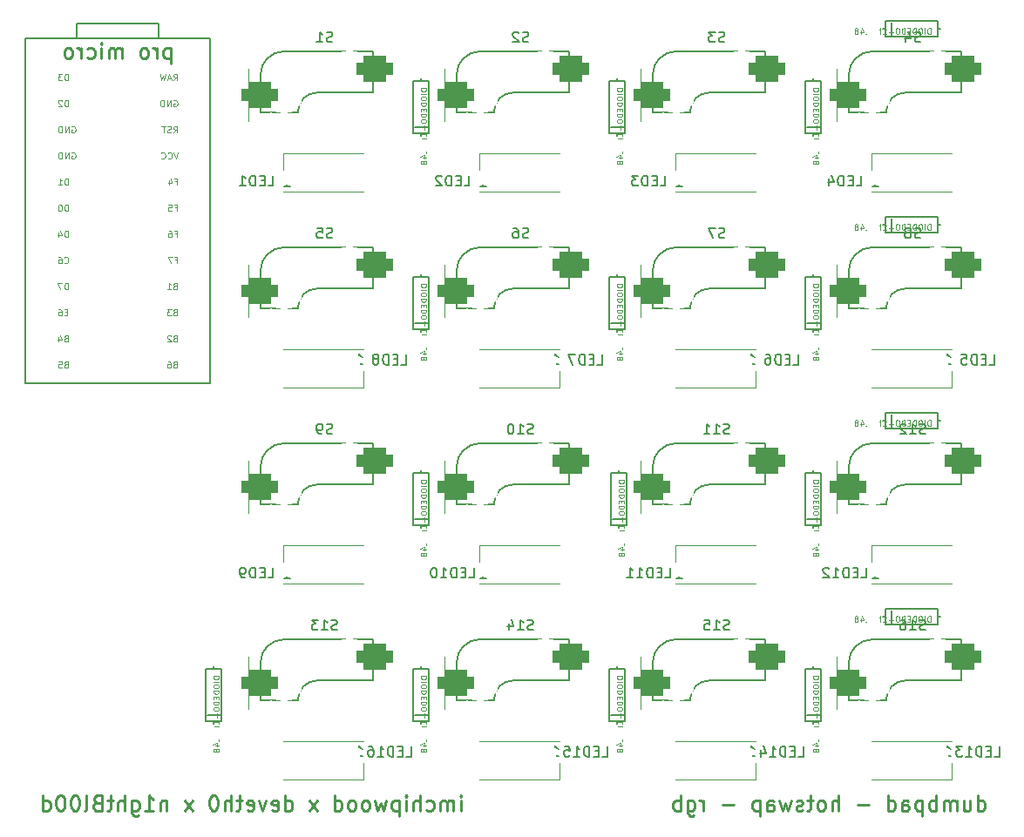
<source format=gbo>
%TF.GenerationSoftware,KiCad,Pcbnew,(6.0.9)*%
%TF.CreationDate,2022-11-11T19:33:00-07:00*%
%TF.ProjectId,dumbpad,64756d62-7061-4642-9e6b-696361645f70,rev?*%
%TF.SameCoordinates,Original*%
%TF.FileFunction,Legend,Bot*%
%TF.FilePolarity,Positive*%
%FSLAX46Y46*%
G04 Gerber Fmt 4.6, Leading zero omitted, Abs format (unit mm)*
G04 Created by KiCad (PCBNEW (6.0.9)) date 2022-11-11 19:33:00*
%MOMM*%
%LPD*%
G01*
G04 APERTURE LIST*
G04 Aperture macros list*
%AMRoundRect*
0 Rectangle with rounded corners*
0 $1 Rounding radius*
0 $2 $3 $4 $5 $6 $7 $8 $9 X,Y pos of 4 corners*
0 Add a 4 corners polygon primitive as box body*
4,1,4,$2,$3,$4,$5,$6,$7,$8,$9,$2,$3,0*
0 Add four circle primitives for the rounded corners*
1,1,$1+$1,$2,$3*
1,1,$1+$1,$4,$5*
1,1,$1+$1,$6,$7*
1,1,$1+$1,$8,$9*
0 Add four rect primitives between the rounded corners*
20,1,$1+$1,$2,$3,$4,$5,0*
20,1,$1+$1,$4,$5,$6,$7,0*
20,1,$1+$1,$6,$7,$8,$9,0*
20,1,$1+$1,$8,$9,$2,$3,0*%
G04 Aperture macros list end*
%ADD10C,0.152400*%
%ADD11C,0.262500*%
%ADD12C,0.112500*%
%ADD13C,0.200000*%
%ADD14C,0.044867*%
%ADD15C,0.150000*%
%ADD16C,0.120000*%
%ADD17C,0.203200*%
%ADD18C,2.006600*%
%ADD19C,2.100000*%
%ADD20R,1.700000X1.700000*%
%ADD21O,1.700000X1.700000*%
%ADD22R,2.000000X2.000000*%
%ADD23C,2.000000*%
%ADD24R,2.000000X3.200000*%
%ADD25C,4.100000*%
%ADD26C,1.700000*%
%ADD27C,3.600000*%
%ADD28RoundRect,0.625000X1.125000X0.625000X-1.125000X0.625000X-1.125000X-0.625000X1.125000X-0.625000X0*%
%ADD29C,1.477000*%
%ADD30R,1.700000X1.000000*%
G04 APERTURE END LIST*
D10*
X106051100Y-68253600D02*
X114051100Y-68253600D01*
X114051100Y-68253600D02*
X119051100Y-68253600D01*
X106051100Y-66753600D02*
X114051100Y-66753600D01*
X101051100Y-68253600D02*
X106051100Y-68253600D01*
X119051100Y-68253600D02*
X119051100Y-101753600D01*
X106051100Y-68253600D02*
X106051100Y-66753600D01*
X114051100Y-66753600D02*
X114051100Y-68253600D01*
X119051100Y-101753600D02*
X101051100Y-101753600D01*
X101051100Y-101753600D02*
X101051100Y-68253600D01*
D11*
X115186516Y-69191100D02*
X115186516Y-70678600D01*
X115186516Y-69261933D02*
X115044850Y-69191100D01*
X114761516Y-69191100D01*
X114619850Y-69261933D01*
X114549016Y-69332766D01*
X114478183Y-69474433D01*
X114478183Y-69899433D01*
X114549016Y-70041100D01*
X114619850Y-70111933D01*
X114761516Y-70182766D01*
X115044850Y-70182766D01*
X115186516Y-70111933D01*
X113840683Y-70182766D02*
X113840683Y-69191100D01*
X113840683Y-69474433D02*
X113769850Y-69332766D01*
X113699016Y-69261933D01*
X113557350Y-69191100D01*
X113415683Y-69191100D01*
X112707350Y-70182766D02*
X112849016Y-70111933D01*
X112919850Y-70041100D01*
X112990683Y-69899433D01*
X112990683Y-69474433D01*
X112919850Y-69332766D01*
X112849016Y-69261933D01*
X112707350Y-69191100D01*
X112494850Y-69191100D01*
X112353183Y-69261933D01*
X112282350Y-69332766D01*
X112211516Y-69474433D01*
X112211516Y-69899433D01*
X112282350Y-70041100D01*
X112353183Y-70111933D01*
X112494850Y-70182766D01*
X112707350Y-70182766D01*
X110440683Y-70182766D02*
X110440683Y-69191100D01*
X110440683Y-69332766D02*
X110369850Y-69261933D01*
X110228183Y-69191100D01*
X110015683Y-69191100D01*
X109874016Y-69261933D01*
X109803183Y-69403600D01*
X109803183Y-70182766D01*
X109803183Y-69403600D02*
X109732350Y-69261933D01*
X109590683Y-69191100D01*
X109378183Y-69191100D01*
X109236516Y-69261933D01*
X109165683Y-69403600D01*
X109165683Y-70182766D01*
X108457350Y-70182766D02*
X108457350Y-69191100D01*
X108457350Y-68695266D02*
X108528183Y-68766100D01*
X108457350Y-68836933D01*
X108386516Y-68766100D01*
X108457350Y-68695266D01*
X108457350Y-68836933D01*
X107111516Y-70111933D02*
X107253183Y-70182766D01*
X107536516Y-70182766D01*
X107678183Y-70111933D01*
X107749016Y-70041100D01*
X107819850Y-69899433D01*
X107819850Y-69474433D01*
X107749016Y-69332766D01*
X107678183Y-69261933D01*
X107536516Y-69191100D01*
X107253183Y-69191100D01*
X107111516Y-69261933D01*
X106474016Y-70182766D02*
X106474016Y-69191100D01*
X106474016Y-69474433D02*
X106403183Y-69332766D01*
X106332350Y-69261933D01*
X106190683Y-69191100D01*
X106049016Y-69191100D01*
X105340683Y-70182766D02*
X105482350Y-70111933D01*
X105553183Y-70041100D01*
X105624016Y-69899433D01*
X105624016Y-69474433D01*
X105553183Y-69332766D01*
X105482350Y-69261933D01*
X105340683Y-69191100D01*
X105128183Y-69191100D01*
X104986516Y-69261933D01*
X104915683Y-69332766D01*
X104844850Y-69474433D01*
X104844850Y-69899433D01*
X104915683Y-70041100D01*
X104986516Y-70111933D01*
X105128183Y-70182766D01*
X105340683Y-70182766D01*
D12*
X104852796Y-90051278D02*
X104883153Y-90081635D01*
X104974225Y-90111992D01*
X105034939Y-90111992D01*
X105126010Y-90081635D01*
X105186725Y-90020921D01*
X105217082Y-89960207D01*
X105247439Y-89838778D01*
X105247439Y-89747707D01*
X105217082Y-89626278D01*
X105186725Y-89565564D01*
X105126010Y-89504850D01*
X105034939Y-89474492D01*
X104974225Y-89474492D01*
X104883153Y-89504850D01*
X104852796Y-89535207D01*
X104306367Y-89474492D02*
X104427796Y-89474492D01*
X104488510Y-89504850D01*
X104518867Y-89535207D01*
X104579582Y-89626278D01*
X104609939Y-89747707D01*
X104609939Y-89990564D01*
X104579582Y-90051278D01*
X104549225Y-90081635D01*
X104488510Y-90111992D01*
X104367082Y-90111992D01*
X104306367Y-90081635D01*
X104276010Y-90051278D01*
X104245653Y-89990564D01*
X104245653Y-89838778D01*
X104276010Y-89778064D01*
X104306367Y-89747707D01*
X104367082Y-89717350D01*
X104488510Y-89717350D01*
X104549225Y-89747707D01*
X104579582Y-89778064D01*
X104609939Y-89838778D01*
X105156367Y-94858064D02*
X104943867Y-94858064D01*
X104852796Y-95191992D02*
X105156367Y-95191992D01*
X105156367Y-94554492D01*
X104852796Y-94554492D01*
X104306367Y-94554492D02*
X104427796Y-94554492D01*
X104488510Y-94584850D01*
X104518867Y-94615207D01*
X104579582Y-94706278D01*
X104609939Y-94827707D01*
X104609939Y-95070564D01*
X104579582Y-95131278D01*
X104549225Y-95161635D01*
X104488510Y-95191992D01*
X104367082Y-95191992D01*
X104306367Y-95161635D01*
X104276010Y-95131278D01*
X104245653Y-95070564D01*
X104245653Y-94918778D01*
X104276010Y-94858064D01*
X104306367Y-94827707D01*
X104367082Y-94797350D01*
X104488510Y-94797350D01*
X104549225Y-94827707D01*
X104579582Y-94858064D01*
X104609939Y-94918778D01*
X115613689Y-94858064D02*
X115522617Y-94888421D01*
X115492260Y-94918778D01*
X115461903Y-94979492D01*
X115461903Y-95070564D01*
X115492260Y-95131278D01*
X115522617Y-95161635D01*
X115583332Y-95191992D01*
X115826189Y-95191992D01*
X115826189Y-94554492D01*
X115613689Y-94554492D01*
X115552975Y-94584850D01*
X115522617Y-94615207D01*
X115492260Y-94675921D01*
X115492260Y-94736635D01*
X115522617Y-94797350D01*
X115552975Y-94827707D01*
X115613689Y-94858064D01*
X115826189Y-94858064D01*
X115249403Y-94554492D02*
X114854760Y-94554492D01*
X115067260Y-94797350D01*
X114976189Y-94797350D01*
X114915475Y-94827707D01*
X114885117Y-94858064D01*
X114854760Y-94918778D01*
X114854760Y-95070564D01*
X114885117Y-95131278D01*
X114915475Y-95161635D01*
X114976189Y-95191992D01*
X115158332Y-95191992D01*
X115219046Y-95161635D01*
X115249403Y-95131278D01*
X115917260Y-79314492D02*
X115704760Y-79951992D01*
X115492260Y-79314492D01*
X114915475Y-79891278D02*
X114945832Y-79921635D01*
X115036903Y-79951992D01*
X115097617Y-79951992D01*
X115188689Y-79921635D01*
X115249403Y-79860921D01*
X115279760Y-79800207D01*
X115310117Y-79678778D01*
X115310117Y-79587707D01*
X115279760Y-79466278D01*
X115249403Y-79405564D01*
X115188689Y-79344850D01*
X115097617Y-79314492D01*
X115036903Y-79314492D01*
X114945832Y-79344850D01*
X114915475Y-79375207D01*
X114277975Y-79891278D02*
X114308332Y-79921635D01*
X114399403Y-79951992D01*
X114460117Y-79951992D01*
X114551189Y-79921635D01*
X114611903Y-79860921D01*
X114642260Y-79800207D01*
X114672617Y-79678778D01*
X114672617Y-79587707D01*
X114642260Y-79466278D01*
X114611903Y-79405564D01*
X114551189Y-79344850D01*
X114460117Y-79314492D01*
X114399403Y-79314492D01*
X114308332Y-79344850D01*
X114277975Y-79375207D01*
X115613689Y-87238064D02*
X115826189Y-87238064D01*
X115826189Y-87571992D02*
X115826189Y-86934492D01*
X115522617Y-86934492D01*
X115006546Y-86934492D02*
X115127975Y-86934492D01*
X115188689Y-86964850D01*
X115219046Y-86995207D01*
X115279760Y-87086278D01*
X115310117Y-87207707D01*
X115310117Y-87450564D01*
X115279760Y-87511278D01*
X115249403Y-87541635D01*
X115188689Y-87571992D01*
X115067260Y-87571992D01*
X115006546Y-87541635D01*
X114976189Y-87511278D01*
X114945832Y-87450564D01*
X114945832Y-87298778D01*
X114976189Y-87238064D01*
X115006546Y-87207707D01*
X115067260Y-87177350D01*
X115188689Y-87177350D01*
X115249403Y-87207707D01*
X115279760Y-87238064D01*
X115310117Y-87298778D01*
X105217082Y-92651992D02*
X105217082Y-92014492D01*
X105065296Y-92014492D01*
X104974225Y-92044850D01*
X104913510Y-92105564D01*
X104883153Y-92166278D01*
X104852796Y-92287707D01*
X104852796Y-92378778D01*
X104883153Y-92500207D01*
X104913510Y-92560921D01*
X104974225Y-92621635D01*
X105065296Y-92651992D01*
X105217082Y-92651992D01*
X104640296Y-92014492D02*
X104215296Y-92014492D01*
X104488510Y-92651992D01*
X115613689Y-89778064D02*
X115826189Y-89778064D01*
X115826189Y-90111992D02*
X115826189Y-89474492D01*
X115522617Y-89474492D01*
X115340475Y-89474492D02*
X114915475Y-89474492D01*
X115188689Y-90111992D01*
X105581367Y-79344850D02*
X105642082Y-79314492D01*
X105733153Y-79314492D01*
X105824225Y-79344850D01*
X105884939Y-79405564D01*
X105915296Y-79466278D01*
X105945653Y-79587707D01*
X105945653Y-79678778D01*
X105915296Y-79800207D01*
X105884939Y-79860921D01*
X105824225Y-79921635D01*
X105733153Y-79951992D01*
X105672439Y-79951992D01*
X105581367Y-79921635D01*
X105551010Y-79891278D01*
X105551010Y-79678778D01*
X105672439Y-79678778D01*
X105277796Y-79951992D02*
X105277796Y-79314492D01*
X104913510Y-79951992D01*
X104913510Y-79314492D01*
X104609939Y-79951992D02*
X104609939Y-79314492D01*
X104458153Y-79314492D01*
X104367082Y-79344850D01*
X104306367Y-79405564D01*
X104276010Y-79466278D01*
X104245653Y-79587707D01*
X104245653Y-79678778D01*
X104276010Y-79800207D01*
X104306367Y-79860921D01*
X104367082Y-79921635D01*
X104458153Y-79951992D01*
X104609939Y-79951992D01*
X115613689Y-99938064D02*
X115522617Y-99968421D01*
X115492260Y-99998778D01*
X115461903Y-100059492D01*
X115461903Y-100150564D01*
X115492260Y-100211278D01*
X115522617Y-100241635D01*
X115583332Y-100271992D01*
X115826189Y-100271992D01*
X115826189Y-99634492D01*
X115613689Y-99634492D01*
X115552975Y-99664850D01*
X115522617Y-99695207D01*
X115492260Y-99755921D01*
X115492260Y-99816635D01*
X115522617Y-99877350D01*
X115552975Y-99907707D01*
X115613689Y-99938064D01*
X115826189Y-99938064D01*
X114915475Y-99634492D02*
X115036903Y-99634492D01*
X115097617Y-99664850D01*
X115127975Y-99695207D01*
X115188689Y-99786278D01*
X115219046Y-99907707D01*
X115219046Y-100150564D01*
X115188689Y-100211278D01*
X115158332Y-100241635D01*
X115097617Y-100271992D01*
X114976189Y-100271992D01*
X114915475Y-100241635D01*
X114885117Y-100211278D01*
X114854760Y-100150564D01*
X114854760Y-99998778D01*
X114885117Y-99938064D01*
X114915475Y-99907707D01*
X114976189Y-99877350D01*
X115097617Y-99877350D01*
X115158332Y-99907707D01*
X115188689Y-99938064D01*
X115219046Y-99998778D01*
X105217082Y-87571992D02*
X105217082Y-86934492D01*
X105065296Y-86934492D01*
X104974225Y-86964850D01*
X104913510Y-87025564D01*
X104883153Y-87086278D01*
X104852796Y-87207707D01*
X104852796Y-87298778D01*
X104883153Y-87420207D01*
X104913510Y-87480921D01*
X104974225Y-87541635D01*
X105065296Y-87571992D01*
X105217082Y-87571992D01*
X104306367Y-87146992D02*
X104306367Y-87571992D01*
X104458153Y-86904135D02*
X104609939Y-87359492D01*
X104215296Y-87359492D01*
X105004582Y-99938064D02*
X104913510Y-99968421D01*
X104883153Y-99998778D01*
X104852796Y-100059492D01*
X104852796Y-100150564D01*
X104883153Y-100211278D01*
X104913510Y-100241635D01*
X104974225Y-100271992D01*
X105217082Y-100271992D01*
X105217082Y-99634492D01*
X105004582Y-99634492D01*
X104943867Y-99664850D01*
X104913510Y-99695207D01*
X104883153Y-99755921D01*
X104883153Y-99816635D01*
X104913510Y-99877350D01*
X104943867Y-99907707D01*
X105004582Y-99938064D01*
X105217082Y-99938064D01*
X104276010Y-99634492D02*
X104579582Y-99634492D01*
X104609939Y-99938064D01*
X104579582Y-99907707D01*
X104518867Y-99877350D01*
X104367082Y-99877350D01*
X104306367Y-99907707D01*
X104276010Y-99938064D01*
X104245653Y-99998778D01*
X104245653Y-100150564D01*
X104276010Y-100211278D01*
X104306367Y-100241635D01*
X104367082Y-100271992D01*
X104518867Y-100271992D01*
X104579582Y-100241635D01*
X104609939Y-100211278D01*
X115461903Y-77411992D02*
X115674403Y-77108421D01*
X115826189Y-77411992D02*
X115826189Y-76774492D01*
X115583332Y-76774492D01*
X115522617Y-76804850D01*
X115492260Y-76835207D01*
X115461903Y-76895921D01*
X115461903Y-76986992D01*
X115492260Y-77047707D01*
X115522617Y-77078064D01*
X115583332Y-77108421D01*
X115826189Y-77108421D01*
X115219046Y-77381635D02*
X115127975Y-77411992D01*
X114976189Y-77411992D01*
X114915475Y-77381635D01*
X114885117Y-77351278D01*
X114854760Y-77290564D01*
X114854760Y-77229850D01*
X114885117Y-77169135D01*
X114915475Y-77138778D01*
X114976189Y-77108421D01*
X115097617Y-77078064D01*
X115158332Y-77047707D01*
X115188689Y-77017350D01*
X115219046Y-76956635D01*
X115219046Y-76895921D01*
X115188689Y-76835207D01*
X115158332Y-76804850D01*
X115097617Y-76774492D01*
X114945832Y-76774492D01*
X114854760Y-76804850D01*
X114672617Y-76774492D02*
X114308332Y-76774492D01*
X114490475Y-77411992D02*
X114490475Y-76774492D01*
X115461903Y-72331992D02*
X115674403Y-72028421D01*
X115826189Y-72331992D02*
X115826189Y-71694492D01*
X115583332Y-71694492D01*
X115522617Y-71724850D01*
X115492260Y-71755207D01*
X115461903Y-71815921D01*
X115461903Y-71906992D01*
X115492260Y-71967707D01*
X115522617Y-71998064D01*
X115583332Y-72028421D01*
X115826189Y-72028421D01*
X115219046Y-72149850D02*
X114915475Y-72149850D01*
X115279760Y-72331992D02*
X115067260Y-71694492D01*
X114854760Y-72331992D01*
X114702975Y-71694492D02*
X114551189Y-72331992D01*
X114429760Y-71876635D01*
X114308332Y-72331992D01*
X114156546Y-71694492D01*
X115492260Y-74264850D02*
X115552975Y-74234492D01*
X115644046Y-74234492D01*
X115735117Y-74264850D01*
X115795832Y-74325564D01*
X115826189Y-74386278D01*
X115856546Y-74507707D01*
X115856546Y-74598778D01*
X115826189Y-74720207D01*
X115795832Y-74780921D01*
X115735117Y-74841635D01*
X115644046Y-74871992D01*
X115583332Y-74871992D01*
X115492260Y-74841635D01*
X115461903Y-74811278D01*
X115461903Y-74598778D01*
X115583332Y-74598778D01*
X115188689Y-74871992D02*
X115188689Y-74234492D01*
X114824403Y-74871992D01*
X114824403Y-74234492D01*
X114520832Y-74871992D02*
X114520832Y-74234492D01*
X114369046Y-74234492D01*
X114277975Y-74264850D01*
X114217260Y-74325564D01*
X114186903Y-74386278D01*
X114156546Y-74507707D01*
X114156546Y-74598778D01*
X114186903Y-74720207D01*
X114217260Y-74780921D01*
X114277975Y-74841635D01*
X114369046Y-74871992D01*
X114520832Y-74871992D01*
X105217082Y-72331992D02*
X105217082Y-71694492D01*
X105065296Y-71694492D01*
X104974225Y-71724850D01*
X104913510Y-71785564D01*
X104883153Y-71846278D01*
X104852796Y-71967707D01*
X104852796Y-72058778D01*
X104883153Y-72180207D01*
X104913510Y-72240921D01*
X104974225Y-72301635D01*
X105065296Y-72331992D01*
X105217082Y-72331992D01*
X104640296Y-71694492D02*
X104245653Y-71694492D01*
X104458153Y-71937350D01*
X104367082Y-71937350D01*
X104306367Y-71967707D01*
X104276010Y-71998064D01*
X104245653Y-72058778D01*
X104245653Y-72210564D01*
X104276010Y-72271278D01*
X104306367Y-72301635D01*
X104367082Y-72331992D01*
X104549225Y-72331992D01*
X104609939Y-72301635D01*
X104640296Y-72271278D01*
X105217082Y-85031992D02*
X105217082Y-84394492D01*
X105065296Y-84394492D01*
X104974225Y-84424850D01*
X104913510Y-84485564D01*
X104883153Y-84546278D01*
X104852796Y-84667707D01*
X104852796Y-84758778D01*
X104883153Y-84880207D01*
X104913510Y-84940921D01*
X104974225Y-85001635D01*
X105065296Y-85031992D01*
X105217082Y-85031992D01*
X104458153Y-84394492D02*
X104397439Y-84394492D01*
X104336725Y-84424850D01*
X104306367Y-84455207D01*
X104276010Y-84515921D01*
X104245653Y-84637350D01*
X104245653Y-84789135D01*
X104276010Y-84910564D01*
X104306367Y-84971278D01*
X104336725Y-85001635D01*
X104397439Y-85031992D01*
X104458153Y-85031992D01*
X104518867Y-85001635D01*
X104549225Y-84971278D01*
X104579582Y-84910564D01*
X104609939Y-84789135D01*
X104609939Y-84637350D01*
X104579582Y-84515921D01*
X104549225Y-84455207D01*
X104518867Y-84424850D01*
X104458153Y-84394492D01*
X115613689Y-92318064D02*
X115522617Y-92348421D01*
X115492260Y-92378778D01*
X115461903Y-92439492D01*
X115461903Y-92530564D01*
X115492260Y-92591278D01*
X115522617Y-92621635D01*
X115583332Y-92651992D01*
X115826189Y-92651992D01*
X115826189Y-92014492D01*
X115613689Y-92014492D01*
X115552975Y-92044850D01*
X115522617Y-92075207D01*
X115492260Y-92135921D01*
X115492260Y-92196635D01*
X115522617Y-92257350D01*
X115552975Y-92287707D01*
X115613689Y-92318064D01*
X115826189Y-92318064D01*
X114854760Y-92651992D02*
X115219046Y-92651992D01*
X115036903Y-92651992D02*
X115036903Y-92014492D01*
X115097617Y-92105564D01*
X115158332Y-92166278D01*
X115219046Y-92196635D01*
X115613689Y-97398064D02*
X115522617Y-97428421D01*
X115492260Y-97458778D01*
X115461903Y-97519492D01*
X115461903Y-97610564D01*
X115492260Y-97671278D01*
X115522617Y-97701635D01*
X115583332Y-97731992D01*
X115826189Y-97731992D01*
X115826189Y-97094492D01*
X115613689Y-97094492D01*
X115552975Y-97124850D01*
X115522617Y-97155207D01*
X115492260Y-97215921D01*
X115492260Y-97276635D01*
X115522617Y-97337350D01*
X115552975Y-97367707D01*
X115613689Y-97398064D01*
X115826189Y-97398064D01*
X115219046Y-97155207D02*
X115188689Y-97124850D01*
X115127975Y-97094492D01*
X114976189Y-97094492D01*
X114915475Y-97124850D01*
X114885117Y-97155207D01*
X114854760Y-97215921D01*
X114854760Y-97276635D01*
X114885117Y-97367707D01*
X115249403Y-97731992D01*
X114854760Y-97731992D01*
X105217082Y-82491992D02*
X105217082Y-81854492D01*
X105065296Y-81854492D01*
X104974225Y-81884850D01*
X104913510Y-81945564D01*
X104883153Y-82006278D01*
X104852796Y-82127707D01*
X104852796Y-82218778D01*
X104883153Y-82340207D01*
X104913510Y-82400921D01*
X104974225Y-82461635D01*
X105065296Y-82491992D01*
X105217082Y-82491992D01*
X104245653Y-82491992D02*
X104609939Y-82491992D01*
X104427796Y-82491992D02*
X104427796Y-81854492D01*
X104488510Y-81945564D01*
X104549225Y-82006278D01*
X104609939Y-82036635D01*
D11*
X143363391Y-143307766D02*
X143363391Y-142316100D01*
X143363391Y-141820266D02*
X143434225Y-141891100D01*
X143363391Y-141961933D01*
X143292558Y-141891100D01*
X143363391Y-141820266D01*
X143363391Y-141961933D01*
X142655058Y-143307766D02*
X142655058Y-142316100D01*
X142655058Y-142457766D02*
X142584225Y-142386933D01*
X142442558Y-142316100D01*
X142230058Y-142316100D01*
X142088391Y-142386933D01*
X142017558Y-142528600D01*
X142017558Y-143307766D01*
X142017558Y-142528600D02*
X141946725Y-142386933D01*
X141805058Y-142316100D01*
X141592558Y-142316100D01*
X141450891Y-142386933D01*
X141380058Y-142528600D01*
X141380058Y-143307766D01*
X140034225Y-143236933D02*
X140175891Y-143307766D01*
X140459225Y-143307766D01*
X140600891Y-143236933D01*
X140671725Y-143166100D01*
X140742558Y-143024433D01*
X140742558Y-142599433D01*
X140671725Y-142457766D01*
X140600891Y-142386933D01*
X140459225Y-142316100D01*
X140175891Y-142316100D01*
X140034225Y-142386933D01*
X139396725Y-143307766D02*
X139396725Y-141820266D01*
X138759225Y-143307766D02*
X138759225Y-142528600D01*
X138830058Y-142386933D01*
X138971725Y-142316100D01*
X139184225Y-142316100D01*
X139325891Y-142386933D01*
X139396725Y-142457766D01*
X138050891Y-143307766D02*
X138050891Y-142316100D01*
X138050891Y-141820266D02*
X138121725Y-141891100D01*
X138050891Y-141961933D01*
X137980058Y-141891100D01*
X138050891Y-141820266D01*
X138050891Y-141961933D01*
X137342558Y-142316100D02*
X137342558Y-143803600D01*
X137342558Y-142386933D02*
X137200891Y-142316100D01*
X136917558Y-142316100D01*
X136775891Y-142386933D01*
X136705058Y-142457766D01*
X136634225Y-142599433D01*
X136634225Y-143024433D01*
X136705058Y-143166100D01*
X136775891Y-143236933D01*
X136917558Y-143307766D01*
X137200891Y-143307766D01*
X137342558Y-143236933D01*
X136138391Y-142316100D02*
X135855058Y-143307766D01*
X135571725Y-142599433D01*
X135288391Y-143307766D01*
X135005058Y-142316100D01*
X134225891Y-143307766D02*
X134367558Y-143236933D01*
X134438391Y-143166100D01*
X134509225Y-143024433D01*
X134509225Y-142599433D01*
X134438391Y-142457766D01*
X134367558Y-142386933D01*
X134225891Y-142316100D01*
X134013391Y-142316100D01*
X133871725Y-142386933D01*
X133800891Y-142457766D01*
X133730058Y-142599433D01*
X133730058Y-143024433D01*
X133800891Y-143166100D01*
X133871725Y-143236933D01*
X134013391Y-143307766D01*
X134225891Y-143307766D01*
X132880058Y-143307766D02*
X133021725Y-143236933D01*
X133092558Y-143166100D01*
X133163391Y-143024433D01*
X133163391Y-142599433D01*
X133092558Y-142457766D01*
X133021725Y-142386933D01*
X132880058Y-142316100D01*
X132667558Y-142316100D01*
X132525891Y-142386933D01*
X132455058Y-142457766D01*
X132384225Y-142599433D01*
X132384225Y-143024433D01*
X132455058Y-143166100D01*
X132525891Y-143236933D01*
X132667558Y-143307766D01*
X132880058Y-143307766D01*
X131109225Y-143307766D02*
X131109225Y-141820266D01*
X131109225Y-143236933D02*
X131250891Y-143307766D01*
X131534225Y-143307766D01*
X131675891Y-143236933D01*
X131746725Y-143166100D01*
X131817558Y-143024433D01*
X131817558Y-142599433D01*
X131746725Y-142457766D01*
X131675891Y-142386933D01*
X131534225Y-142316100D01*
X131250891Y-142316100D01*
X131109225Y-142386933D01*
X129409225Y-143307766D02*
X128630058Y-142316100D01*
X129409225Y-142316100D02*
X128630058Y-143307766D01*
X126292558Y-143307766D02*
X126292558Y-141820266D01*
X126292558Y-143236933D02*
X126434225Y-143307766D01*
X126717558Y-143307766D01*
X126859225Y-143236933D01*
X126930058Y-143166100D01*
X127000891Y-143024433D01*
X127000891Y-142599433D01*
X126930058Y-142457766D01*
X126859225Y-142386933D01*
X126717558Y-142316100D01*
X126434225Y-142316100D01*
X126292558Y-142386933D01*
X125017558Y-143236933D02*
X125159225Y-143307766D01*
X125442558Y-143307766D01*
X125584225Y-143236933D01*
X125655058Y-143095266D01*
X125655058Y-142528600D01*
X125584225Y-142386933D01*
X125442558Y-142316100D01*
X125159225Y-142316100D01*
X125017558Y-142386933D01*
X124946725Y-142528600D01*
X124946725Y-142670266D01*
X125655058Y-142811933D01*
X124450891Y-142316100D02*
X124096725Y-143307766D01*
X123742558Y-142316100D01*
X122609225Y-143236933D02*
X122750891Y-143307766D01*
X123034225Y-143307766D01*
X123175891Y-143236933D01*
X123246725Y-143095266D01*
X123246725Y-142528600D01*
X123175891Y-142386933D01*
X123034225Y-142316100D01*
X122750891Y-142316100D01*
X122609225Y-142386933D01*
X122538391Y-142528600D01*
X122538391Y-142670266D01*
X123246725Y-142811933D01*
X122113391Y-142316100D02*
X121546725Y-142316100D01*
X121900891Y-141820266D02*
X121900891Y-143095266D01*
X121830058Y-143236933D01*
X121688391Y-143307766D01*
X121546725Y-143307766D01*
X121050891Y-143307766D02*
X121050891Y-141820266D01*
X120413391Y-143307766D02*
X120413391Y-142528600D01*
X120484225Y-142386933D01*
X120625891Y-142316100D01*
X120838391Y-142316100D01*
X120980058Y-142386933D01*
X121050891Y-142457766D01*
X119421725Y-141820266D02*
X119280058Y-141820266D01*
X119138391Y-141891100D01*
X119067558Y-141961933D01*
X118996725Y-142103600D01*
X118925891Y-142386933D01*
X118925891Y-142741100D01*
X118996725Y-143024433D01*
X119067558Y-143166100D01*
X119138391Y-143236933D01*
X119280058Y-143307766D01*
X119421725Y-143307766D01*
X119563391Y-143236933D01*
X119634225Y-143166100D01*
X119705058Y-143024433D01*
X119775891Y-142741100D01*
X119775891Y-142386933D01*
X119705058Y-142103600D01*
X119634225Y-141961933D01*
X119563391Y-141891100D01*
X119421725Y-141820266D01*
X117296725Y-143307766D02*
X116517558Y-142316100D01*
X117296725Y-142316100D02*
X116517558Y-143307766D01*
X114817558Y-142316100D02*
X114817558Y-143307766D01*
X114817558Y-142457766D02*
X114746725Y-142386933D01*
X114605058Y-142316100D01*
X114392558Y-142316100D01*
X114250891Y-142386933D01*
X114180058Y-142528600D01*
X114180058Y-143307766D01*
X112692558Y-143307766D02*
X113542558Y-143307766D01*
X113117558Y-143307766D02*
X113117558Y-141820266D01*
X113259225Y-142032766D01*
X113400891Y-142174433D01*
X113542558Y-142245266D01*
X111417558Y-142316100D02*
X111417558Y-143520266D01*
X111488391Y-143661933D01*
X111559225Y-143732766D01*
X111700891Y-143803600D01*
X111913391Y-143803600D01*
X112055058Y-143732766D01*
X111417558Y-143236933D02*
X111559225Y-143307766D01*
X111842558Y-143307766D01*
X111984225Y-143236933D01*
X112055058Y-143166100D01*
X112125891Y-143024433D01*
X112125891Y-142599433D01*
X112055058Y-142457766D01*
X111984225Y-142386933D01*
X111842558Y-142316100D01*
X111559225Y-142316100D01*
X111417558Y-142386933D01*
X110709225Y-143307766D02*
X110709225Y-141820266D01*
X110071725Y-143307766D02*
X110071725Y-142528600D01*
X110142558Y-142386933D01*
X110284225Y-142316100D01*
X110496725Y-142316100D01*
X110638391Y-142386933D01*
X110709225Y-142457766D01*
X109575891Y-142316100D02*
X109009225Y-142316100D01*
X109363391Y-141820266D02*
X109363391Y-143095266D01*
X109292558Y-143236933D01*
X109150891Y-143307766D01*
X109009225Y-143307766D01*
X108017558Y-142528600D02*
X107805058Y-142599433D01*
X107734225Y-142670266D01*
X107663391Y-142811933D01*
X107663391Y-143024433D01*
X107734225Y-143166100D01*
X107805058Y-143236933D01*
X107946725Y-143307766D01*
X108513391Y-143307766D01*
X108513391Y-141820266D01*
X108017558Y-141820266D01*
X107875891Y-141891100D01*
X107805058Y-141961933D01*
X107734225Y-142103600D01*
X107734225Y-142245266D01*
X107805058Y-142386933D01*
X107875891Y-142457766D01*
X108017558Y-142528600D01*
X108513391Y-142528600D01*
X106813391Y-143307766D02*
X106955058Y-143236933D01*
X107025891Y-143095266D01*
X107025891Y-141820266D01*
X105963391Y-141820266D02*
X105821725Y-141820266D01*
X105680058Y-141891100D01*
X105609225Y-141961933D01*
X105538391Y-142103600D01*
X105467558Y-142386933D01*
X105467558Y-142741100D01*
X105538391Y-143024433D01*
X105609225Y-143166100D01*
X105680058Y-143236933D01*
X105821725Y-143307766D01*
X105963391Y-143307766D01*
X106105058Y-143236933D01*
X106175891Y-143166100D01*
X106246725Y-143024433D01*
X106317558Y-142741100D01*
X106317558Y-142386933D01*
X106246725Y-142103600D01*
X106175891Y-141961933D01*
X106105058Y-141891100D01*
X105963391Y-141820266D01*
X104546725Y-141820266D02*
X104405058Y-141820266D01*
X104263391Y-141891100D01*
X104192558Y-141961933D01*
X104121725Y-142103600D01*
X104050891Y-142386933D01*
X104050891Y-142741100D01*
X104121725Y-143024433D01*
X104192558Y-143166100D01*
X104263391Y-143236933D01*
X104405058Y-143307766D01*
X104546725Y-143307766D01*
X104688391Y-143236933D01*
X104759225Y-143166100D01*
X104830058Y-143024433D01*
X104900891Y-142741100D01*
X104900891Y-142386933D01*
X104830058Y-142103600D01*
X104759225Y-141961933D01*
X104688391Y-141891100D01*
X104546725Y-141820266D01*
X102775891Y-143307766D02*
X102775891Y-141820266D01*
X102775891Y-143236933D02*
X102917558Y-143307766D01*
X103200891Y-143307766D01*
X103342558Y-143236933D01*
X103413391Y-143166100D01*
X103484225Y-143024433D01*
X103484225Y-142599433D01*
X103413391Y-142457766D01*
X103342558Y-142386933D01*
X103200891Y-142316100D01*
X102917558Y-142316100D01*
X102775891Y-142386933D01*
D12*
X105217082Y-74871992D02*
X105217082Y-74234492D01*
X105065296Y-74234492D01*
X104974225Y-74264850D01*
X104913510Y-74325564D01*
X104883153Y-74386278D01*
X104852796Y-74507707D01*
X104852796Y-74598778D01*
X104883153Y-74720207D01*
X104913510Y-74780921D01*
X104974225Y-74841635D01*
X105065296Y-74871992D01*
X105217082Y-74871992D01*
X104609939Y-74295207D02*
X104579582Y-74264850D01*
X104518867Y-74234492D01*
X104367082Y-74234492D01*
X104306367Y-74264850D01*
X104276010Y-74295207D01*
X104245653Y-74355921D01*
X104245653Y-74416635D01*
X104276010Y-74507707D01*
X104640296Y-74871992D01*
X104245653Y-74871992D01*
X115613689Y-84698064D02*
X115826189Y-84698064D01*
X115826189Y-85031992D02*
X115826189Y-84394492D01*
X115522617Y-84394492D01*
X114976189Y-84394492D02*
X115279760Y-84394492D01*
X115310117Y-84698064D01*
X115279760Y-84667707D01*
X115219046Y-84637350D01*
X115067260Y-84637350D01*
X115006546Y-84667707D01*
X114976189Y-84698064D01*
X114945832Y-84758778D01*
X114945832Y-84910564D01*
X114976189Y-84971278D01*
X115006546Y-85001635D01*
X115067260Y-85031992D01*
X115219046Y-85031992D01*
X115279760Y-85001635D01*
X115310117Y-84971278D01*
X105581367Y-76804850D02*
X105642082Y-76774492D01*
X105733153Y-76774492D01*
X105824225Y-76804850D01*
X105884939Y-76865564D01*
X105915296Y-76926278D01*
X105945653Y-77047707D01*
X105945653Y-77138778D01*
X105915296Y-77260207D01*
X105884939Y-77320921D01*
X105824225Y-77381635D01*
X105733153Y-77411992D01*
X105672439Y-77411992D01*
X105581367Y-77381635D01*
X105551010Y-77351278D01*
X105551010Y-77138778D01*
X105672439Y-77138778D01*
X105277796Y-77411992D02*
X105277796Y-76774492D01*
X104913510Y-77411992D01*
X104913510Y-76774492D01*
X104609939Y-77411992D02*
X104609939Y-76774492D01*
X104458153Y-76774492D01*
X104367082Y-76804850D01*
X104306367Y-76865564D01*
X104276010Y-76926278D01*
X104245653Y-77047707D01*
X104245653Y-77138778D01*
X104276010Y-77260207D01*
X104306367Y-77320921D01*
X104367082Y-77381635D01*
X104458153Y-77411992D01*
X104609939Y-77411992D01*
X105004582Y-97398064D02*
X104913510Y-97428421D01*
X104883153Y-97458778D01*
X104852796Y-97519492D01*
X104852796Y-97610564D01*
X104883153Y-97671278D01*
X104913510Y-97701635D01*
X104974225Y-97731992D01*
X105217082Y-97731992D01*
X105217082Y-97094492D01*
X105004582Y-97094492D01*
X104943867Y-97124850D01*
X104913510Y-97155207D01*
X104883153Y-97215921D01*
X104883153Y-97276635D01*
X104913510Y-97337350D01*
X104943867Y-97367707D01*
X105004582Y-97398064D01*
X105217082Y-97398064D01*
X104306367Y-97306992D02*
X104306367Y-97731992D01*
X104458153Y-97064135D02*
X104609939Y-97519492D01*
X104215296Y-97519492D01*
D11*
X193588808Y-143307766D02*
X193588808Y-141820266D01*
X193588808Y-143236933D02*
X193730475Y-143307766D01*
X194013808Y-143307766D01*
X194155475Y-143236933D01*
X194226308Y-143166100D01*
X194297141Y-143024433D01*
X194297141Y-142599433D01*
X194226308Y-142457766D01*
X194155475Y-142386933D01*
X194013808Y-142316100D01*
X193730475Y-142316100D01*
X193588808Y-142386933D01*
X192242975Y-142316100D02*
X192242975Y-143307766D01*
X192880475Y-142316100D02*
X192880475Y-143095266D01*
X192809641Y-143236933D01*
X192667975Y-143307766D01*
X192455475Y-143307766D01*
X192313808Y-143236933D01*
X192242975Y-143166100D01*
X191534641Y-143307766D02*
X191534641Y-142316100D01*
X191534641Y-142457766D02*
X191463808Y-142386933D01*
X191322141Y-142316100D01*
X191109641Y-142316100D01*
X190967975Y-142386933D01*
X190897141Y-142528600D01*
X190897141Y-143307766D01*
X190897141Y-142528600D02*
X190826308Y-142386933D01*
X190684641Y-142316100D01*
X190472141Y-142316100D01*
X190330475Y-142386933D01*
X190259641Y-142528600D01*
X190259641Y-143307766D01*
X189551308Y-143307766D02*
X189551308Y-141820266D01*
X189551308Y-142386933D02*
X189409641Y-142316100D01*
X189126308Y-142316100D01*
X188984641Y-142386933D01*
X188913808Y-142457766D01*
X188842975Y-142599433D01*
X188842975Y-143024433D01*
X188913808Y-143166100D01*
X188984641Y-143236933D01*
X189126308Y-143307766D01*
X189409641Y-143307766D01*
X189551308Y-143236933D01*
X188205475Y-142316100D02*
X188205475Y-143803600D01*
X188205475Y-142386933D02*
X188063808Y-142316100D01*
X187780475Y-142316100D01*
X187638808Y-142386933D01*
X187567975Y-142457766D01*
X187497141Y-142599433D01*
X187497141Y-143024433D01*
X187567975Y-143166100D01*
X187638808Y-143236933D01*
X187780475Y-143307766D01*
X188063808Y-143307766D01*
X188205475Y-143236933D01*
X186222141Y-143307766D02*
X186222141Y-142528600D01*
X186292975Y-142386933D01*
X186434641Y-142316100D01*
X186717975Y-142316100D01*
X186859641Y-142386933D01*
X186222141Y-143236933D02*
X186363808Y-143307766D01*
X186717975Y-143307766D01*
X186859641Y-143236933D01*
X186930475Y-143095266D01*
X186930475Y-142953600D01*
X186859641Y-142811933D01*
X186717975Y-142741100D01*
X186363808Y-142741100D01*
X186222141Y-142670266D01*
X184876308Y-143307766D02*
X184876308Y-141820266D01*
X184876308Y-143236933D02*
X185017975Y-143307766D01*
X185301308Y-143307766D01*
X185442975Y-143236933D01*
X185513808Y-143166100D01*
X185584641Y-143024433D01*
X185584641Y-142599433D01*
X185513808Y-142457766D01*
X185442975Y-142386933D01*
X185301308Y-142316100D01*
X185017975Y-142316100D01*
X184876308Y-142386933D01*
X183034641Y-142741100D02*
X181901308Y-142741100D01*
X180059641Y-143307766D02*
X180059641Y-141820266D01*
X179422141Y-143307766D02*
X179422141Y-142528600D01*
X179492975Y-142386933D01*
X179634641Y-142316100D01*
X179847141Y-142316100D01*
X179988808Y-142386933D01*
X180059641Y-142457766D01*
X178501308Y-143307766D02*
X178642975Y-143236933D01*
X178713808Y-143166100D01*
X178784641Y-143024433D01*
X178784641Y-142599433D01*
X178713808Y-142457766D01*
X178642975Y-142386933D01*
X178501308Y-142316100D01*
X178288808Y-142316100D01*
X178147141Y-142386933D01*
X178076308Y-142457766D01*
X178005475Y-142599433D01*
X178005475Y-143024433D01*
X178076308Y-143166100D01*
X178147141Y-143236933D01*
X178288808Y-143307766D01*
X178501308Y-143307766D01*
X177580475Y-142316100D02*
X177013808Y-142316100D01*
X177367975Y-141820266D02*
X177367975Y-143095266D01*
X177297141Y-143236933D01*
X177155475Y-143307766D01*
X177013808Y-143307766D01*
X176588808Y-143236933D02*
X176447141Y-143307766D01*
X176163808Y-143307766D01*
X176022141Y-143236933D01*
X175951308Y-143095266D01*
X175951308Y-143024433D01*
X176022141Y-142882766D01*
X176163808Y-142811933D01*
X176376308Y-142811933D01*
X176517975Y-142741100D01*
X176588808Y-142599433D01*
X176588808Y-142528600D01*
X176517975Y-142386933D01*
X176376308Y-142316100D01*
X176163808Y-142316100D01*
X176022141Y-142386933D01*
X175455475Y-142316100D02*
X175172141Y-143307766D01*
X174888808Y-142599433D01*
X174605475Y-143307766D01*
X174322141Y-142316100D01*
X173117975Y-143307766D02*
X173117975Y-142528600D01*
X173188808Y-142386933D01*
X173330475Y-142316100D01*
X173613808Y-142316100D01*
X173755475Y-142386933D01*
X173117975Y-143236933D02*
X173259641Y-143307766D01*
X173613808Y-143307766D01*
X173755475Y-143236933D01*
X173826308Y-143095266D01*
X173826308Y-142953600D01*
X173755475Y-142811933D01*
X173613808Y-142741100D01*
X173259641Y-142741100D01*
X173117975Y-142670266D01*
X172409641Y-142316100D02*
X172409641Y-143803600D01*
X172409641Y-142386933D02*
X172267975Y-142316100D01*
X171984641Y-142316100D01*
X171842975Y-142386933D01*
X171772141Y-142457766D01*
X171701308Y-142599433D01*
X171701308Y-143024433D01*
X171772141Y-143166100D01*
X171842975Y-143236933D01*
X171984641Y-143307766D01*
X172267975Y-143307766D01*
X172409641Y-143236933D01*
X169930475Y-142741100D02*
X168797141Y-142741100D01*
X166955475Y-143307766D02*
X166955475Y-142316100D01*
X166955475Y-142599433D02*
X166884641Y-142457766D01*
X166813808Y-142386933D01*
X166672141Y-142316100D01*
X166530475Y-142316100D01*
X165397141Y-142316100D02*
X165397141Y-143520266D01*
X165467975Y-143661933D01*
X165538808Y-143732766D01*
X165680475Y-143803600D01*
X165892975Y-143803600D01*
X166034641Y-143732766D01*
X165397141Y-143236933D02*
X165538808Y-143307766D01*
X165822141Y-143307766D01*
X165963808Y-143236933D01*
X166034641Y-143166100D01*
X166105475Y-143024433D01*
X166105475Y-142599433D01*
X166034641Y-142457766D01*
X165963808Y-142386933D01*
X165822141Y-142316100D01*
X165538808Y-142316100D01*
X165397141Y-142386933D01*
X164688808Y-143307766D02*
X164688808Y-141820266D01*
X164688808Y-142386933D02*
X164547141Y-142316100D01*
X164263808Y-142316100D01*
X164122141Y-142386933D01*
X164051308Y-142457766D01*
X163980475Y-142599433D01*
X163980475Y-143024433D01*
X164051308Y-143166100D01*
X164122141Y-143236933D01*
X164263808Y-143307766D01*
X164547141Y-143307766D01*
X164688808Y-143236933D01*
D12*
X115613689Y-82158064D02*
X115826189Y-82158064D01*
X115826189Y-82491992D02*
X115826189Y-81854492D01*
X115522617Y-81854492D01*
X115006546Y-82066992D02*
X115006546Y-82491992D01*
X115158332Y-81824135D02*
X115310117Y-82279492D01*
X114915475Y-82279492D01*
D13*
%TO.C,S1*%
X130893004Y-68558361D02*
X130750147Y-68605980D01*
X130512052Y-68605980D01*
X130416814Y-68558361D01*
X130369195Y-68510742D01*
X130321576Y-68415504D01*
X130321576Y-68320266D01*
X130369195Y-68225028D01*
X130416814Y-68177409D01*
X130512052Y-68129790D01*
X130702528Y-68082171D01*
X130797766Y-68034552D01*
X130845385Y-67986933D01*
X130893004Y-67891695D01*
X130893004Y-67796457D01*
X130845385Y-67701219D01*
X130797766Y-67653600D01*
X130702528Y-67605980D01*
X130464433Y-67605980D01*
X130321576Y-67653600D01*
X129369195Y-68605980D02*
X129940623Y-68605980D01*
X129654909Y-68605980D02*
X129654909Y-67605980D01*
X129750147Y-67748838D01*
X129845385Y-67844076D01*
X129940623Y-67891695D01*
D14*
%TO.C,D10*%
X159259474Y-111161623D02*
X158694741Y-111161623D01*
X158694741Y-111296084D01*
X158721633Y-111376760D01*
X158775417Y-111430544D01*
X158829201Y-111457436D01*
X158936769Y-111484328D01*
X159017446Y-111484328D01*
X159125014Y-111457436D01*
X159178798Y-111430544D01*
X159232582Y-111376760D01*
X159259474Y-111296084D01*
X159259474Y-111161623D01*
X159259474Y-111726356D02*
X158694741Y-111726356D01*
X158694741Y-112102845D02*
X158694741Y-112210413D01*
X158721633Y-112264197D01*
X158775417Y-112317981D01*
X158882985Y-112344873D01*
X159071230Y-112344873D01*
X159178798Y-112317981D01*
X159232582Y-112264197D01*
X159259474Y-112210413D01*
X159259474Y-112102845D01*
X159232582Y-112049061D01*
X159178798Y-111995277D01*
X159071230Y-111968385D01*
X158882985Y-111968385D01*
X158775417Y-111995277D01*
X158721633Y-112049061D01*
X158694741Y-112102845D01*
X159259474Y-112586902D02*
X158694741Y-112586902D01*
X158694741Y-112721362D01*
X158721633Y-112802038D01*
X158775417Y-112855822D01*
X158829201Y-112882714D01*
X158936769Y-112909606D01*
X159017446Y-112909606D01*
X159125014Y-112882714D01*
X159178798Y-112855822D01*
X159232582Y-112802038D01*
X159259474Y-112721362D01*
X159259474Y-112586902D01*
X158963661Y-113151635D02*
X158963661Y-113339879D01*
X159259474Y-113420555D02*
X159259474Y-113151635D01*
X158694741Y-113151635D01*
X158694741Y-113420555D01*
X159259474Y-113662584D02*
X158694741Y-113662584D01*
X158694741Y-113797044D01*
X158721633Y-113877720D01*
X158775417Y-113931504D01*
X158829201Y-113958396D01*
X158936769Y-113985288D01*
X159017446Y-113985288D01*
X159125014Y-113958396D01*
X159178798Y-113931504D01*
X159232582Y-113877720D01*
X159259474Y-113797044D01*
X159259474Y-113662584D01*
X158694741Y-114334885D02*
X158694741Y-114442453D01*
X158721633Y-114496237D01*
X158775417Y-114550021D01*
X158882985Y-114576913D01*
X159071230Y-114576913D01*
X159178798Y-114550021D01*
X159232582Y-114496237D01*
X159259474Y-114442453D01*
X159259474Y-114334885D01*
X159232582Y-114281101D01*
X159178798Y-114227317D01*
X159071230Y-114200425D01*
X158882985Y-114200425D01*
X158775417Y-114227317D01*
X158721633Y-114281101D01*
X158694741Y-114334885D01*
X159044338Y-114818942D02*
X159044338Y-115249215D01*
X159259474Y-115813948D02*
X159259474Y-115491243D01*
X159259474Y-115652595D02*
X158694741Y-115652595D01*
X158775417Y-115598811D01*
X158829201Y-115545027D01*
X158856093Y-115491243D01*
X159259474Y-116055976D02*
X158694741Y-116055976D01*
X159259474Y-116378681D01*
X158694741Y-116378681D01*
X158882985Y-116889629D02*
X159259474Y-116889629D01*
X158667849Y-116755169D02*
X159071230Y-116620709D01*
X159071230Y-116970306D01*
X159259474Y-117481254D02*
X159259474Y-117158550D01*
X159259474Y-117319902D02*
X158694741Y-117319902D01*
X158775417Y-117266118D01*
X158829201Y-117212334D01*
X158856093Y-117158550D01*
X158882985Y-117965311D02*
X159259474Y-117965311D01*
X158667849Y-117830851D02*
X159071230Y-117696391D01*
X159071230Y-118045987D01*
X158936769Y-118341800D02*
X158909877Y-118288016D01*
X158882985Y-118261124D01*
X158829201Y-118234232D01*
X158802309Y-118234232D01*
X158748525Y-118261124D01*
X158721633Y-118288016D01*
X158694741Y-118341800D01*
X158694741Y-118449368D01*
X158721633Y-118503152D01*
X158748525Y-118530044D01*
X158802309Y-118556936D01*
X158829201Y-118556936D01*
X158882985Y-118530044D01*
X158909877Y-118503152D01*
X158936769Y-118449368D01*
X158936769Y-118341800D01*
X158963661Y-118288016D01*
X158990553Y-118261124D01*
X159044338Y-118234232D01*
X159151906Y-118234232D01*
X159205690Y-118261124D01*
X159232582Y-118288016D01*
X159259474Y-118341800D01*
X159259474Y-118449368D01*
X159232582Y-118503152D01*
X159205690Y-118530044D01*
X159151906Y-118556936D01*
X159044338Y-118556936D01*
X158990553Y-118530044D01*
X158963661Y-118503152D01*
X158936769Y-118449368D01*
D15*
%TO.C,LED7*%
X156630147Y-99944880D02*
X157106338Y-99944880D01*
X157106338Y-98944880D01*
X156296814Y-99421071D02*
X155963480Y-99421071D01*
X155820623Y-99944880D02*
X156296814Y-99944880D01*
X156296814Y-98944880D01*
X155820623Y-98944880D01*
X155392052Y-99944880D02*
X155392052Y-98944880D01*
X155153957Y-98944880D01*
X155011100Y-98992500D01*
X154915861Y-99087738D01*
X154868242Y-99182976D01*
X154820623Y-99373452D01*
X154820623Y-99516309D01*
X154868242Y-99706785D01*
X154915861Y-99802023D01*
X155011100Y-99897261D01*
X155153957Y-99944880D01*
X155392052Y-99944880D01*
X154487290Y-98944880D02*
X153820623Y-98944880D01*
X154249195Y-99944880D01*
X152265385Y-99907380D02*
X152836814Y-99907380D01*
X152551100Y-99907380D02*
X152551100Y-98907380D01*
X152646338Y-99050238D01*
X152741576Y-99145476D01*
X152836814Y-99193095D01*
D13*
%TO.C,S15*%
X169469195Y-125708361D02*
X169326338Y-125755980D01*
X169088242Y-125755980D01*
X168993004Y-125708361D01*
X168945385Y-125660742D01*
X168897766Y-125565504D01*
X168897766Y-125470266D01*
X168945385Y-125375028D01*
X168993004Y-125327409D01*
X169088242Y-125279790D01*
X169278719Y-125232171D01*
X169373957Y-125184552D01*
X169421576Y-125136933D01*
X169469195Y-125041695D01*
X169469195Y-124946457D01*
X169421576Y-124851219D01*
X169373957Y-124803600D01*
X169278719Y-124755980D01*
X169040623Y-124755980D01*
X168897766Y-124803600D01*
X167945385Y-125755980D02*
X168516814Y-125755980D01*
X168231100Y-125755980D02*
X168231100Y-124755980D01*
X168326338Y-124898838D01*
X168421576Y-124994076D01*
X168516814Y-125041695D01*
X167040623Y-124755980D02*
X167516814Y-124755980D01*
X167564433Y-125232171D01*
X167516814Y-125184552D01*
X167421576Y-125136933D01*
X167183480Y-125136933D01*
X167088242Y-125184552D01*
X167040623Y-125232171D01*
X166993004Y-125327409D01*
X166993004Y-125565504D01*
X167040623Y-125660742D01*
X167088242Y-125708361D01*
X167183480Y-125755980D01*
X167421576Y-125755980D01*
X167516814Y-125708361D01*
X167564433Y-125660742D01*
%TO.C,S8*%
X188043004Y-87608361D02*
X187900147Y-87655980D01*
X187662052Y-87655980D01*
X187566814Y-87608361D01*
X187519195Y-87560742D01*
X187471576Y-87465504D01*
X187471576Y-87370266D01*
X187519195Y-87275028D01*
X187566814Y-87227409D01*
X187662052Y-87179790D01*
X187852528Y-87132171D01*
X187947766Y-87084552D01*
X187995385Y-87036933D01*
X188043004Y-86941695D01*
X188043004Y-86846457D01*
X187995385Y-86751219D01*
X187947766Y-86703600D01*
X187852528Y-86655980D01*
X187614433Y-86655980D01*
X187471576Y-86703600D01*
X186900147Y-87084552D02*
X186995385Y-87036933D01*
X187043004Y-86989314D01*
X187090623Y-86894076D01*
X187090623Y-86846457D01*
X187043004Y-86751219D01*
X186995385Y-86703600D01*
X186900147Y-86655980D01*
X186709671Y-86655980D01*
X186614433Y-86703600D01*
X186566814Y-86751219D01*
X186519195Y-86846457D01*
X186519195Y-86894076D01*
X186566814Y-86989314D01*
X186614433Y-87036933D01*
X186709671Y-87084552D01*
X186900147Y-87084552D01*
X186995385Y-87132171D01*
X187043004Y-87179790D01*
X187090623Y-87275028D01*
X187090623Y-87465504D01*
X187043004Y-87560742D01*
X186995385Y-87608361D01*
X186900147Y-87655980D01*
X186709671Y-87655980D01*
X186614433Y-87608361D01*
X186566814Y-87560742D01*
X186519195Y-87465504D01*
X186519195Y-87275028D01*
X186566814Y-87179790D01*
X186614433Y-87132171D01*
X186709671Y-87084552D01*
%TO.C,S2*%
X149943004Y-68558361D02*
X149800147Y-68605980D01*
X149562052Y-68605980D01*
X149466814Y-68558361D01*
X149419195Y-68510742D01*
X149371576Y-68415504D01*
X149371576Y-68320266D01*
X149419195Y-68225028D01*
X149466814Y-68177409D01*
X149562052Y-68129790D01*
X149752528Y-68082171D01*
X149847766Y-68034552D01*
X149895385Y-67986933D01*
X149943004Y-67891695D01*
X149943004Y-67796457D01*
X149895385Y-67701219D01*
X149847766Y-67653600D01*
X149752528Y-67605980D01*
X149514433Y-67605980D01*
X149371576Y-67653600D01*
X148990623Y-67701219D02*
X148943004Y-67653600D01*
X148847766Y-67605980D01*
X148609671Y-67605980D01*
X148514433Y-67653600D01*
X148466814Y-67701219D01*
X148419195Y-67796457D01*
X148419195Y-67891695D01*
X148466814Y-68034552D01*
X149038242Y-68605980D01*
X148419195Y-68605980D01*
D14*
%TO.C,D8*%
X189019476Y-86869474D02*
X189019476Y-86304741D01*
X188885015Y-86304741D01*
X188804339Y-86331633D01*
X188750555Y-86385417D01*
X188723663Y-86439201D01*
X188696771Y-86546769D01*
X188696771Y-86627446D01*
X188723663Y-86735014D01*
X188750555Y-86788798D01*
X188804339Y-86842582D01*
X188885015Y-86869474D01*
X189019476Y-86869474D01*
X188454743Y-86869474D02*
X188454743Y-86304741D01*
X188078254Y-86304741D02*
X187970686Y-86304741D01*
X187916902Y-86331633D01*
X187863118Y-86385417D01*
X187836226Y-86492985D01*
X187836226Y-86681230D01*
X187863118Y-86788798D01*
X187916902Y-86842582D01*
X187970686Y-86869474D01*
X188078254Y-86869474D01*
X188132038Y-86842582D01*
X188185822Y-86788798D01*
X188212714Y-86681230D01*
X188212714Y-86492985D01*
X188185822Y-86385417D01*
X188132038Y-86331633D01*
X188078254Y-86304741D01*
X187594197Y-86869474D02*
X187594197Y-86304741D01*
X187459737Y-86304741D01*
X187379061Y-86331633D01*
X187325277Y-86385417D01*
X187298385Y-86439201D01*
X187271493Y-86546769D01*
X187271493Y-86627446D01*
X187298385Y-86735014D01*
X187325277Y-86788798D01*
X187379061Y-86842582D01*
X187459737Y-86869474D01*
X187594197Y-86869474D01*
X187029464Y-86573661D02*
X186841220Y-86573661D01*
X186760544Y-86869474D02*
X187029464Y-86869474D01*
X187029464Y-86304741D01*
X186760544Y-86304741D01*
X186518515Y-86869474D02*
X186518515Y-86304741D01*
X186384055Y-86304741D01*
X186303379Y-86331633D01*
X186249595Y-86385417D01*
X186222703Y-86439201D01*
X186195811Y-86546769D01*
X186195811Y-86627446D01*
X186222703Y-86735014D01*
X186249595Y-86788798D01*
X186303379Y-86842582D01*
X186384055Y-86869474D01*
X186518515Y-86869474D01*
X185846214Y-86304741D02*
X185738646Y-86304741D01*
X185684862Y-86331633D01*
X185631078Y-86385417D01*
X185604186Y-86492985D01*
X185604186Y-86681230D01*
X185631078Y-86788798D01*
X185684862Y-86842582D01*
X185738646Y-86869474D01*
X185846214Y-86869474D01*
X185899998Y-86842582D01*
X185953782Y-86788798D01*
X185980674Y-86681230D01*
X185980674Y-86492985D01*
X185953782Y-86385417D01*
X185899998Y-86331633D01*
X185846214Y-86304741D01*
X185362157Y-86654338D02*
X184931884Y-86654338D01*
X184367151Y-86869474D02*
X184689856Y-86869474D01*
X184528504Y-86869474D02*
X184528504Y-86304741D01*
X184582288Y-86385417D01*
X184636072Y-86439201D01*
X184689856Y-86466093D01*
X184125123Y-86869474D02*
X184125123Y-86304741D01*
X183802418Y-86869474D01*
X183802418Y-86304741D01*
X183291470Y-86492985D02*
X183291470Y-86869474D01*
X183425930Y-86277849D02*
X183560390Y-86681230D01*
X183210793Y-86681230D01*
X182699845Y-86869474D02*
X183022549Y-86869474D01*
X182861197Y-86869474D02*
X182861197Y-86304741D01*
X182914981Y-86385417D01*
X182968765Y-86439201D01*
X183022549Y-86466093D01*
X182215788Y-86492985D02*
X182215788Y-86869474D01*
X182350248Y-86277849D02*
X182484708Y-86681230D01*
X182135112Y-86681230D01*
X181839299Y-86546769D02*
X181893083Y-86519877D01*
X181919975Y-86492985D01*
X181946867Y-86439201D01*
X181946867Y-86412309D01*
X181919975Y-86358525D01*
X181893083Y-86331633D01*
X181839299Y-86304741D01*
X181731731Y-86304741D01*
X181677947Y-86331633D01*
X181651055Y-86358525D01*
X181624163Y-86412309D01*
X181624163Y-86439201D01*
X181651055Y-86492985D01*
X181677947Y-86519877D01*
X181731731Y-86546769D01*
X181839299Y-86546769D01*
X181893083Y-86573661D01*
X181919975Y-86600553D01*
X181946867Y-86654338D01*
X181946867Y-86761906D01*
X181919975Y-86815690D01*
X181893083Y-86842582D01*
X181839299Y-86869474D01*
X181731731Y-86869474D01*
X181677947Y-86842582D01*
X181651055Y-86815690D01*
X181624163Y-86761906D01*
X181624163Y-86654338D01*
X181651055Y-86600553D01*
X181677947Y-86573661D01*
X181731731Y-86546769D01*
%TO.C,D6*%
X159085574Y-92111623D02*
X158520841Y-92111623D01*
X158520841Y-92246084D01*
X158547733Y-92326760D01*
X158601517Y-92380544D01*
X158655301Y-92407436D01*
X158762869Y-92434328D01*
X158843546Y-92434328D01*
X158951114Y-92407436D01*
X159004898Y-92380544D01*
X159058682Y-92326760D01*
X159085574Y-92246084D01*
X159085574Y-92111623D01*
X159085574Y-92676356D02*
X158520841Y-92676356D01*
X158520841Y-93052845D02*
X158520841Y-93160413D01*
X158547733Y-93214197D01*
X158601517Y-93267981D01*
X158709085Y-93294873D01*
X158897330Y-93294873D01*
X159004898Y-93267981D01*
X159058682Y-93214197D01*
X159085574Y-93160413D01*
X159085574Y-93052845D01*
X159058682Y-92999061D01*
X159004898Y-92945277D01*
X158897330Y-92918385D01*
X158709085Y-92918385D01*
X158601517Y-92945277D01*
X158547733Y-92999061D01*
X158520841Y-93052845D01*
X159085574Y-93536902D02*
X158520841Y-93536902D01*
X158520841Y-93671362D01*
X158547733Y-93752038D01*
X158601517Y-93805822D01*
X158655301Y-93832714D01*
X158762869Y-93859606D01*
X158843546Y-93859606D01*
X158951114Y-93832714D01*
X159004898Y-93805822D01*
X159058682Y-93752038D01*
X159085574Y-93671362D01*
X159085574Y-93536902D01*
X158789761Y-94101635D02*
X158789761Y-94289879D01*
X159085574Y-94370555D02*
X159085574Y-94101635D01*
X158520841Y-94101635D01*
X158520841Y-94370555D01*
X159085574Y-94612584D02*
X158520841Y-94612584D01*
X158520841Y-94747044D01*
X158547733Y-94827720D01*
X158601517Y-94881504D01*
X158655301Y-94908396D01*
X158762869Y-94935288D01*
X158843546Y-94935288D01*
X158951114Y-94908396D01*
X159004898Y-94881504D01*
X159058682Y-94827720D01*
X159085574Y-94747044D01*
X159085574Y-94612584D01*
X158520841Y-95284885D02*
X158520841Y-95392453D01*
X158547733Y-95446237D01*
X158601517Y-95500021D01*
X158709085Y-95526913D01*
X158897330Y-95526913D01*
X159004898Y-95500021D01*
X159058682Y-95446237D01*
X159085574Y-95392453D01*
X159085574Y-95284885D01*
X159058682Y-95231101D01*
X159004898Y-95177317D01*
X158897330Y-95150425D01*
X158709085Y-95150425D01*
X158601517Y-95177317D01*
X158547733Y-95231101D01*
X158520841Y-95284885D01*
X158870438Y-95768942D02*
X158870438Y-96199215D01*
X159085574Y-96763948D02*
X159085574Y-96441243D01*
X159085574Y-96602595D02*
X158520841Y-96602595D01*
X158601517Y-96548811D01*
X158655301Y-96495027D01*
X158682193Y-96441243D01*
X159085574Y-97005976D02*
X158520841Y-97005976D01*
X159085574Y-97328681D01*
X158520841Y-97328681D01*
X158709085Y-97839629D02*
X159085574Y-97839629D01*
X158493949Y-97705169D02*
X158897330Y-97570709D01*
X158897330Y-97920306D01*
X159085574Y-98431254D02*
X159085574Y-98108550D01*
X159085574Y-98269902D02*
X158520841Y-98269902D01*
X158601517Y-98216118D01*
X158655301Y-98162334D01*
X158682193Y-98108550D01*
X158709085Y-98915311D02*
X159085574Y-98915311D01*
X158493949Y-98780851D02*
X158897330Y-98646391D01*
X158897330Y-98995987D01*
X158762869Y-99291800D02*
X158735977Y-99238016D01*
X158709085Y-99211124D01*
X158655301Y-99184232D01*
X158628409Y-99184232D01*
X158574625Y-99211124D01*
X158547733Y-99238016D01*
X158520841Y-99291800D01*
X158520841Y-99399368D01*
X158547733Y-99453152D01*
X158574625Y-99480044D01*
X158628409Y-99506936D01*
X158655301Y-99506936D01*
X158709085Y-99480044D01*
X158735977Y-99453152D01*
X158762869Y-99399368D01*
X158762869Y-99291800D01*
X158789761Y-99238016D01*
X158816653Y-99211124D01*
X158870438Y-99184232D01*
X158978006Y-99184232D01*
X159031790Y-99211124D01*
X159058682Y-99238016D01*
X159085574Y-99291800D01*
X159085574Y-99399368D01*
X159058682Y-99453152D01*
X159031790Y-99480044D01*
X158978006Y-99506936D01*
X158870438Y-99506936D01*
X158816653Y-99480044D01*
X158789761Y-99453152D01*
X158762869Y-99399368D01*
D15*
%TO.C,LED4*%
X181810147Y-82569880D02*
X182286338Y-82569880D01*
X182286338Y-81569880D01*
X181476814Y-82046071D02*
X181143480Y-82046071D01*
X181000623Y-82569880D02*
X181476814Y-82569880D01*
X181476814Y-81569880D01*
X181000623Y-81569880D01*
X180572052Y-82569880D02*
X180572052Y-81569880D01*
X180333957Y-81569880D01*
X180191100Y-81617500D01*
X180095861Y-81712738D01*
X180048242Y-81807976D01*
X180000623Y-81998452D01*
X180000623Y-82141309D01*
X180048242Y-82331785D01*
X180095861Y-82427023D01*
X180191100Y-82522261D01*
X180333957Y-82569880D01*
X180572052Y-82569880D01*
X179143480Y-81903214D02*
X179143480Y-82569880D01*
X179381576Y-81522261D02*
X179619671Y-82236547D01*
X179000623Y-82236547D01*
X183365385Y-82607380D02*
X183936814Y-82607380D01*
X183651100Y-82607380D02*
X183651100Y-81607380D01*
X183746338Y-81750238D01*
X183841576Y-81845476D01*
X183936814Y-81893095D01*
D13*
%TO.C,S4*%
X188043004Y-68558361D02*
X187900147Y-68605980D01*
X187662052Y-68605980D01*
X187566814Y-68558361D01*
X187519195Y-68510742D01*
X187471576Y-68415504D01*
X187471576Y-68320266D01*
X187519195Y-68225028D01*
X187566814Y-68177409D01*
X187662052Y-68129790D01*
X187852528Y-68082171D01*
X187947766Y-68034552D01*
X187995385Y-67986933D01*
X188043004Y-67891695D01*
X188043004Y-67796457D01*
X187995385Y-67701219D01*
X187947766Y-67653600D01*
X187852528Y-67605980D01*
X187614433Y-67605980D01*
X187471576Y-67653600D01*
X186614433Y-67939314D02*
X186614433Y-68605980D01*
X186852528Y-67558361D02*
X187090623Y-68272647D01*
X186471576Y-68272647D01*
%TO.C,S5*%
X130893004Y-87608361D02*
X130750147Y-87655980D01*
X130512052Y-87655980D01*
X130416814Y-87608361D01*
X130369195Y-87560742D01*
X130321576Y-87465504D01*
X130321576Y-87370266D01*
X130369195Y-87275028D01*
X130416814Y-87227409D01*
X130512052Y-87179790D01*
X130702528Y-87132171D01*
X130797766Y-87084552D01*
X130845385Y-87036933D01*
X130893004Y-86941695D01*
X130893004Y-86846457D01*
X130845385Y-86751219D01*
X130797766Y-86703600D01*
X130702528Y-86655980D01*
X130464433Y-86655980D01*
X130321576Y-86703600D01*
X129416814Y-86655980D02*
X129893004Y-86655980D01*
X129940623Y-87132171D01*
X129893004Y-87084552D01*
X129797766Y-87036933D01*
X129559671Y-87036933D01*
X129464433Y-87084552D01*
X129416814Y-87132171D01*
X129369195Y-87227409D01*
X129369195Y-87465504D01*
X129416814Y-87560742D01*
X129464433Y-87608361D01*
X129559671Y-87655980D01*
X129797766Y-87655980D01*
X129893004Y-87608361D01*
X129940623Y-87560742D01*
D14*
%TO.C,D4*%
X189019476Y-67819474D02*
X189019476Y-67254741D01*
X188885015Y-67254741D01*
X188804339Y-67281633D01*
X188750555Y-67335417D01*
X188723663Y-67389201D01*
X188696771Y-67496769D01*
X188696771Y-67577446D01*
X188723663Y-67685014D01*
X188750555Y-67738798D01*
X188804339Y-67792582D01*
X188885015Y-67819474D01*
X189019476Y-67819474D01*
X188454743Y-67819474D02*
X188454743Y-67254741D01*
X188078254Y-67254741D02*
X187970686Y-67254741D01*
X187916902Y-67281633D01*
X187863118Y-67335417D01*
X187836226Y-67442985D01*
X187836226Y-67631230D01*
X187863118Y-67738798D01*
X187916902Y-67792582D01*
X187970686Y-67819474D01*
X188078254Y-67819474D01*
X188132038Y-67792582D01*
X188185822Y-67738798D01*
X188212714Y-67631230D01*
X188212714Y-67442985D01*
X188185822Y-67335417D01*
X188132038Y-67281633D01*
X188078254Y-67254741D01*
X187594197Y-67819474D02*
X187594197Y-67254741D01*
X187459737Y-67254741D01*
X187379061Y-67281633D01*
X187325277Y-67335417D01*
X187298385Y-67389201D01*
X187271493Y-67496769D01*
X187271493Y-67577446D01*
X187298385Y-67685014D01*
X187325277Y-67738798D01*
X187379061Y-67792582D01*
X187459737Y-67819474D01*
X187594197Y-67819474D01*
X187029464Y-67523661D02*
X186841220Y-67523661D01*
X186760544Y-67819474D02*
X187029464Y-67819474D01*
X187029464Y-67254741D01*
X186760544Y-67254741D01*
X186518515Y-67819474D02*
X186518515Y-67254741D01*
X186384055Y-67254741D01*
X186303379Y-67281633D01*
X186249595Y-67335417D01*
X186222703Y-67389201D01*
X186195811Y-67496769D01*
X186195811Y-67577446D01*
X186222703Y-67685014D01*
X186249595Y-67738798D01*
X186303379Y-67792582D01*
X186384055Y-67819474D01*
X186518515Y-67819474D01*
X185846214Y-67254741D02*
X185738646Y-67254741D01*
X185684862Y-67281633D01*
X185631078Y-67335417D01*
X185604186Y-67442985D01*
X185604186Y-67631230D01*
X185631078Y-67738798D01*
X185684862Y-67792582D01*
X185738646Y-67819474D01*
X185846214Y-67819474D01*
X185899998Y-67792582D01*
X185953782Y-67738798D01*
X185980674Y-67631230D01*
X185980674Y-67442985D01*
X185953782Y-67335417D01*
X185899998Y-67281633D01*
X185846214Y-67254741D01*
X185362157Y-67604338D02*
X184931884Y-67604338D01*
X184367151Y-67819474D02*
X184689856Y-67819474D01*
X184528504Y-67819474D02*
X184528504Y-67254741D01*
X184582288Y-67335417D01*
X184636072Y-67389201D01*
X184689856Y-67416093D01*
X184125123Y-67819474D02*
X184125123Y-67254741D01*
X183802418Y-67819474D01*
X183802418Y-67254741D01*
X183291470Y-67442985D02*
X183291470Y-67819474D01*
X183425930Y-67227849D02*
X183560390Y-67631230D01*
X183210793Y-67631230D01*
X182699845Y-67819474D02*
X183022549Y-67819474D01*
X182861197Y-67819474D02*
X182861197Y-67254741D01*
X182914981Y-67335417D01*
X182968765Y-67389201D01*
X183022549Y-67416093D01*
X182215788Y-67442985D02*
X182215788Y-67819474D01*
X182350248Y-67227849D02*
X182484708Y-67631230D01*
X182135112Y-67631230D01*
X181839299Y-67496769D02*
X181893083Y-67469877D01*
X181919975Y-67442985D01*
X181946867Y-67389201D01*
X181946867Y-67362309D01*
X181919975Y-67308525D01*
X181893083Y-67281633D01*
X181839299Y-67254741D01*
X181731731Y-67254741D01*
X181677947Y-67281633D01*
X181651055Y-67308525D01*
X181624163Y-67362309D01*
X181624163Y-67389201D01*
X181651055Y-67442985D01*
X181677947Y-67469877D01*
X181731731Y-67496769D01*
X181839299Y-67496769D01*
X181893083Y-67523661D01*
X181919975Y-67550553D01*
X181946867Y-67604338D01*
X181946867Y-67711906D01*
X181919975Y-67765690D01*
X181893083Y-67792582D01*
X181839299Y-67819474D01*
X181731731Y-67819474D01*
X181677947Y-67792582D01*
X181651055Y-67765690D01*
X181624163Y-67711906D01*
X181624163Y-67604338D01*
X181651055Y-67550553D01*
X181677947Y-67523661D01*
X181731731Y-67496769D01*
D15*
%TO.C,LED12*%
X182286338Y-120669880D02*
X182762528Y-120669880D01*
X182762528Y-119669880D01*
X181953004Y-120146071D02*
X181619671Y-120146071D01*
X181476814Y-120669880D02*
X181953004Y-120669880D01*
X181953004Y-119669880D01*
X181476814Y-119669880D01*
X181048242Y-120669880D02*
X181048242Y-119669880D01*
X180810147Y-119669880D01*
X180667290Y-119717500D01*
X180572052Y-119812738D01*
X180524433Y-119907976D01*
X180476814Y-120098452D01*
X180476814Y-120241309D01*
X180524433Y-120431785D01*
X180572052Y-120527023D01*
X180667290Y-120622261D01*
X180810147Y-120669880D01*
X181048242Y-120669880D01*
X179524433Y-120669880D02*
X180095861Y-120669880D01*
X179810147Y-120669880D02*
X179810147Y-119669880D01*
X179905385Y-119812738D01*
X180000623Y-119907976D01*
X180095861Y-119955595D01*
X179143480Y-119765119D02*
X179095861Y-119717500D01*
X179000623Y-119669880D01*
X178762528Y-119669880D01*
X178667290Y-119717500D01*
X178619671Y-119765119D01*
X178572052Y-119860357D01*
X178572052Y-119955595D01*
X178619671Y-120098452D01*
X179191100Y-120669880D01*
X178572052Y-120669880D01*
X183365385Y-120707380D02*
X183936814Y-120707380D01*
X183651100Y-120707380D02*
X183651100Y-119707380D01*
X183746338Y-119850238D01*
X183841576Y-119945476D01*
X183936814Y-119993095D01*
%TO.C,LED3*%
X162760147Y-82569880D02*
X163236338Y-82569880D01*
X163236338Y-81569880D01*
X162426814Y-82046071D02*
X162093480Y-82046071D01*
X161950623Y-82569880D02*
X162426814Y-82569880D01*
X162426814Y-81569880D01*
X161950623Y-81569880D01*
X161522052Y-82569880D02*
X161522052Y-81569880D01*
X161283957Y-81569880D01*
X161141100Y-81617500D01*
X161045861Y-81712738D01*
X160998242Y-81807976D01*
X160950623Y-81998452D01*
X160950623Y-82141309D01*
X160998242Y-82331785D01*
X161045861Y-82427023D01*
X161141100Y-82522261D01*
X161283957Y-82569880D01*
X161522052Y-82569880D01*
X160617290Y-81569880D02*
X159998242Y-81569880D01*
X160331576Y-81950833D01*
X160188719Y-81950833D01*
X160093480Y-81998452D01*
X160045861Y-82046071D01*
X159998242Y-82141309D01*
X159998242Y-82379404D01*
X160045861Y-82474642D01*
X160093480Y-82522261D01*
X160188719Y-82569880D01*
X160474433Y-82569880D01*
X160569671Y-82522261D01*
X160617290Y-82474642D01*
X164315385Y-82607380D02*
X164886814Y-82607380D01*
X164601100Y-82607380D02*
X164601100Y-81607380D01*
X164696338Y-81750238D01*
X164791576Y-81845476D01*
X164886814Y-81893095D01*
D13*
%TO.C,S14*%
X150419195Y-125708361D02*
X150276338Y-125755980D01*
X150038242Y-125755980D01*
X149943004Y-125708361D01*
X149895385Y-125660742D01*
X149847766Y-125565504D01*
X149847766Y-125470266D01*
X149895385Y-125375028D01*
X149943004Y-125327409D01*
X150038242Y-125279790D01*
X150228719Y-125232171D01*
X150323957Y-125184552D01*
X150371576Y-125136933D01*
X150419195Y-125041695D01*
X150419195Y-124946457D01*
X150371576Y-124851219D01*
X150323957Y-124803600D01*
X150228719Y-124755980D01*
X149990623Y-124755980D01*
X149847766Y-124803600D01*
X148895385Y-125755980D02*
X149466814Y-125755980D01*
X149181100Y-125755980D02*
X149181100Y-124755980D01*
X149276338Y-124898838D01*
X149371576Y-124994076D01*
X149466814Y-125041695D01*
X148038242Y-125089314D02*
X148038242Y-125755980D01*
X148276338Y-124708361D02*
X148514433Y-125422647D01*
X147895385Y-125422647D01*
%TO.C,S11*%
X169469195Y-106658361D02*
X169326338Y-106705980D01*
X169088242Y-106705980D01*
X168993004Y-106658361D01*
X168945385Y-106610742D01*
X168897766Y-106515504D01*
X168897766Y-106420266D01*
X168945385Y-106325028D01*
X168993004Y-106277409D01*
X169088242Y-106229790D01*
X169278719Y-106182171D01*
X169373957Y-106134552D01*
X169421576Y-106086933D01*
X169469195Y-105991695D01*
X169469195Y-105896457D01*
X169421576Y-105801219D01*
X169373957Y-105753600D01*
X169278719Y-105705980D01*
X169040623Y-105705980D01*
X168897766Y-105753600D01*
X167945385Y-106705980D02*
X168516814Y-106705980D01*
X168231100Y-106705980D02*
X168231100Y-105705980D01*
X168326338Y-105848838D01*
X168421576Y-105944076D01*
X168516814Y-105991695D01*
X166993004Y-106705980D02*
X167564433Y-106705980D01*
X167278719Y-106705980D02*
X167278719Y-105705980D01*
X167373957Y-105848838D01*
X167469195Y-105944076D01*
X167564433Y-105991695D01*
D15*
%TO.C,LED16*%
X138056338Y-138044880D02*
X138532528Y-138044880D01*
X138532528Y-137044880D01*
X137723004Y-137521071D02*
X137389671Y-137521071D01*
X137246814Y-138044880D02*
X137723004Y-138044880D01*
X137723004Y-137044880D01*
X137246814Y-137044880D01*
X136818242Y-138044880D02*
X136818242Y-137044880D01*
X136580147Y-137044880D01*
X136437290Y-137092500D01*
X136342052Y-137187738D01*
X136294433Y-137282976D01*
X136246814Y-137473452D01*
X136246814Y-137616309D01*
X136294433Y-137806785D01*
X136342052Y-137902023D01*
X136437290Y-137997261D01*
X136580147Y-138044880D01*
X136818242Y-138044880D01*
X135294433Y-138044880D02*
X135865861Y-138044880D01*
X135580147Y-138044880D02*
X135580147Y-137044880D01*
X135675385Y-137187738D01*
X135770623Y-137282976D01*
X135865861Y-137330595D01*
X134437290Y-137044880D02*
X134627766Y-137044880D01*
X134723004Y-137092500D01*
X134770623Y-137140119D01*
X134865861Y-137282976D01*
X134913480Y-137473452D01*
X134913480Y-137854404D01*
X134865861Y-137949642D01*
X134818242Y-137997261D01*
X134723004Y-138044880D01*
X134532528Y-138044880D01*
X134437290Y-137997261D01*
X134389671Y-137949642D01*
X134342052Y-137854404D01*
X134342052Y-137616309D01*
X134389671Y-137521071D01*
X134437290Y-137473452D01*
X134532528Y-137425833D01*
X134723004Y-137425833D01*
X134818242Y-137473452D01*
X134865861Y-137521071D01*
X134913480Y-137616309D01*
X133215385Y-138007380D02*
X133786814Y-138007380D01*
X133501100Y-138007380D02*
X133501100Y-137007380D01*
X133596338Y-137150238D01*
X133691576Y-137245476D01*
X133786814Y-137293095D01*
D13*
%TO.C,S7*%
X168993004Y-87608361D02*
X168850147Y-87655980D01*
X168612052Y-87655980D01*
X168516814Y-87608361D01*
X168469195Y-87560742D01*
X168421576Y-87465504D01*
X168421576Y-87370266D01*
X168469195Y-87275028D01*
X168516814Y-87227409D01*
X168612052Y-87179790D01*
X168802528Y-87132171D01*
X168897766Y-87084552D01*
X168945385Y-87036933D01*
X168993004Y-86941695D01*
X168993004Y-86846457D01*
X168945385Y-86751219D01*
X168897766Y-86703600D01*
X168802528Y-86655980D01*
X168564433Y-86655980D01*
X168421576Y-86703600D01*
X168088242Y-86655980D02*
X167421576Y-86655980D01*
X167850147Y-87655980D01*
%TO.C,S6*%
X149943004Y-87608361D02*
X149800147Y-87655980D01*
X149562052Y-87655980D01*
X149466814Y-87608361D01*
X149419195Y-87560742D01*
X149371576Y-87465504D01*
X149371576Y-87370266D01*
X149419195Y-87275028D01*
X149466814Y-87227409D01*
X149562052Y-87179790D01*
X149752528Y-87132171D01*
X149847766Y-87084552D01*
X149895385Y-87036933D01*
X149943004Y-86941695D01*
X149943004Y-86846457D01*
X149895385Y-86751219D01*
X149847766Y-86703600D01*
X149752528Y-86655980D01*
X149514433Y-86655980D01*
X149371576Y-86703600D01*
X148514433Y-86655980D02*
X148704909Y-86655980D01*
X148800147Y-86703600D01*
X148847766Y-86751219D01*
X148943004Y-86894076D01*
X148990623Y-87084552D01*
X148990623Y-87465504D01*
X148943004Y-87560742D01*
X148895385Y-87608361D01*
X148800147Y-87655980D01*
X148609671Y-87655980D01*
X148514433Y-87608361D01*
X148466814Y-87560742D01*
X148419195Y-87465504D01*
X148419195Y-87227409D01*
X148466814Y-87132171D01*
X148514433Y-87084552D01*
X148609671Y-87036933D01*
X148800147Y-87036933D01*
X148895385Y-87084552D01*
X148943004Y-87132171D01*
X148990623Y-87227409D01*
D14*
%TO.C,D9*%
X140035574Y-111161623D02*
X139470841Y-111161623D01*
X139470841Y-111296084D01*
X139497733Y-111376760D01*
X139551517Y-111430544D01*
X139605301Y-111457436D01*
X139712869Y-111484328D01*
X139793546Y-111484328D01*
X139901114Y-111457436D01*
X139954898Y-111430544D01*
X140008682Y-111376760D01*
X140035574Y-111296084D01*
X140035574Y-111161623D01*
X140035574Y-111726356D02*
X139470841Y-111726356D01*
X139470841Y-112102845D02*
X139470841Y-112210413D01*
X139497733Y-112264197D01*
X139551517Y-112317981D01*
X139659085Y-112344873D01*
X139847330Y-112344873D01*
X139954898Y-112317981D01*
X140008682Y-112264197D01*
X140035574Y-112210413D01*
X140035574Y-112102845D01*
X140008682Y-112049061D01*
X139954898Y-111995277D01*
X139847330Y-111968385D01*
X139659085Y-111968385D01*
X139551517Y-111995277D01*
X139497733Y-112049061D01*
X139470841Y-112102845D01*
X140035574Y-112586902D02*
X139470841Y-112586902D01*
X139470841Y-112721362D01*
X139497733Y-112802038D01*
X139551517Y-112855822D01*
X139605301Y-112882714D01*
X139712869Y-112909606D01*
X139793546Y-112909606D01*
X139901114Y-112882714D01*
X139954898Y-112855822D01*
X140008682Y-112802038D01*
X140035574Y-112721362D01*
X140035574Y-112586902D01*
X139739761Y-113151635D02*
X139739761Y-113339879D01*
X140035574Y-113420555D02*
X140035574Y-113151635D01*
X139470841Y-113151635D01*
X139470841Y-113420555D01*
X140035574Y-113662584D02*
X139470841Y-113662584D01*
X139470841Y-113797044D01*
X139497733Y-113877720D01*
X139551517Y-113931504D01*
X139605301Y-113958396D01*
X139712869Y-113985288D01*
X139793546Y-113985288D01*
X139901114Y-113958396D01*
X139954898Y-113931504D01*
X140008682Y-113877720D01*
X140035574Y-113797044D01*
X140035574Y-113662584D01*
X139470841Y-114334885D02*
X139470841Y-114442453D01*
X139497733Y-114496237D01*
X139551517Y-114550021D01*
X139659085Y-114576913D01*
X139847330Y-114576913D01*
X139954898Y-114550021D01*
X140008682Y-114496237D01*
X140035574Y-114442453D01*
X140035574Y-114334885D01*
X140008682Y-114281101D01*
X139954898Y-114227317D01*
X139847330Y-114200425D01*
X139659085Y-114200425D01*
X139551517Y-114227317D01*
X139497733Y-114281101D01*
X139470841Y-114334885D01*
X139820438Y-114818942D02*
X139820438Y-115249215D01*
X140035574Y-115813948D02*
X140035574Y-115491243D01*
X140035574Y-115652595D02*
X139470841Y-115652595D01*
X139551517Y-115598811D01*
X139605301Y-115545027D01*
X139632193Y-115491243D01*
X140035574Y-116055976D02*
X139470841Y-116055976D01*
X140035574Y-116378681D01*
X139470841Y-116378681D01*
X139659085Y-116889629D02*
X140035574Y-116889629D01*
X139443949Y-116755169D02*
X139847330Y-116620709D01*
X139847330Y-116970306D01*
X140035574Y-117481254D02*
X140035574Y-117158550D01*
X140035574Y-117319902D02*
X139470841Y-117319902D01*
X139551517Y-117266118D01*
X139605301Y-117212334D01*
X139632193Y-117158550D01*
X139659085Y-117965311D02*
X140035574Y-117965311D01*
X139443949Y-117830851D02*
X139847330Y-117696391D01*
X139847330Y-118045987D01*
X139712869Y-118341800D02*
X139685977Y-118288016D01*
X139659085Y-118261124D01*
X139605301Y-118234232D01*
X139578409Y-118234232D01*
X139524625Y-118261124D01*
X139497733Y-118288016D01*
X139470841Y-118341800D01*
X139470841Y-118449368D01*
X139497733Y-118503152D01*
X139524625Y-118530044D01*
X139578409Y-118556936D01*
X139605301Y-118556936D01*
X139659085Y-118530044D01*
X139685977Y-118503152D01*
X139712869Y-118449368D01*
X139712869Y-118341800D01*
X139739761Y-118288016D01*
X139766653Y-118261124D01*
X139820438Y-118234232D01*
X139928006Y-118234232D01*
X139981790Y-118261124D01*
X140008682Y-118288016D01*
X140035574Y-118341800D01*
X140035574Y-118449368D01*
X140008682Y-118503152D01*
X139981790Y-118530044D01*
X139928006Y-118556936D01*
X139820438Y-118556936D01*
X139766653Y-118530044D01*
X139739761Y-118503152D01*
X139712869Y-118449368D01*
%TO.C,D11*%
X178135574Y-111161623D02*
X177570841Y-111161623D01*
X177570841Y-111296084D01*
X177597733Y-111376760D01*
X177651517Y-111430544D01*
X177705301Y-111457436D01*
X177812869Y-111484328D01*
X177893546Y-111484328D01*
X178001114Y-111457436D01*
X178054898Y-111430544D01*
X178108682Y-111376760D01*
X178135574Y-111296084D01*
X178135574Y-111161623D01*
X178135574Y-111726356D02*
X177570841Y-111726356D01*
X177570841Y-112102845D02*
X177570841Y-112210413D01*
X177597733Y-112264197D01*
X177651517Y-112317981D01*
X177759085Y-112344873D01*
X177947330Y-112344873D01*
X178054898Y-112317981D01*
X178108682Y-112264197D01*
X178135574Y-112210413D01*
X178135574Y-112102845D01*
X178108682Y-112049061D01*
X178054898Y-111995277D01*
X177947330Y-111968385D01*
X177759085Y-111968385D01*
X177651517Y-111995277D01*
X177597733Y-112049061D01*
X177570841Y-112102845D01*
X178135574Y-112586902D02*
X177570841Y-112586902D01*
X177570841Y-112721362D01*
X177597733Y-112802038D01*
X177651517Y-112855822D01*
X177705301Y-112882714D01*
X177812869Y-112909606D01*
X177893546Y-112909606D01*
X178001114Y-112882714D01*
X178054898Y-112855822D01*
X178108682Y-112802038D01*
X178135574Y-112721362D01*
X178135574Y-112586902D01*
X177839761Y-113151635D02*
X177839761Y-113339879D01*
X178135574Y-113420555D02*
X178135574Y-113151635D01*
X177570841Y-113151635D01*
X177570841Y-113420555D01*
X178135574Y-113662584D02*
X177570841Y-113662584D01*
X177570841Y-113797044D01*
X177597733Y-113877720D01*
X177651517Y-113931504D01*
X177705301Y-113958396D01*
X177812869Y-113985288D01*
X177893546Y-113985288D01*
X178001114Y-113958396D01*
X178054898Y-113931504D01*
X178108682Y-113877720D01*
X178135574Y-113797044D01*
X178135574Y-113662584D01*
X177570841Y-114334885D02*
X177570841Y-114442453D01*
X177597733Y-114496237D01*
X177651517Y-114550021D01*
X177759085Y-114576913D01*
X177947330Y-114576913D01*
X178054898Y-114550021D01*
X178108682Y-114496237D01*
X178135574Y-114442453D01*
X178135574Y-114334885D01*
X178108682Y-114281101D01*
X178054898Y-114227317D01*
X177947330Y-114200425D01*
X177759085Y-114200425D01*
X177651517Y-114227317D01*
X177597733Y-114281101D01*
X177570841Y-114334885D01*
X177920438Y-114818942D02*
X177920438Y-115249215D01*
X178135574Y-115813948D02*
X178135574Y-115491243D01*
X178135574Y-115652595D02*
X177570841Y-115652595D01*
X177651517Y-115598811D01*
X177705301Y-115545027D01*
X177732193Y-115491243D01*
X178135574Y-116055976D02*
X177570841Y-116055976D01*
X178135574Y-116378681D01*
X177570841Y-116378681D01*
X177759085Y-116889629D02*
X178135574Y-116889629D01*
X177543949Y-116755169D02*
X177947330Y-116620709D01*
X177947330Y-116970306D01*
X178135574Y-117481254D02*
X178135574Y-117158550D01*
X178135574Y-117319902D02*
X177570841Y-117319902D01*
X177651517Y-117266118D01*
X177705301Y-117212334D01*
X177732193Y-117158550D01*
X177759085Y-117965311D02*
X178135574Y-117965311D01*
X177543949Y-117830851D02*
X177947330Y-117696391D01*
X177947330Y-118045987D01*
X177812869Y-118341800D02*
X177785977Y-118288016D01*
X177759085Y-118261124D01*
X177705301Y-118234232D01*
X177678409Y-118234232D01*
X177624625Y-118261124D01*
X177597733Y-118288016D01*
X177570841Y-118341800D01*
X177570841Y-118449368D01*
X177597733Y-118503152D01*
X177624625Y-118530044D01*
X177678409Y-118556936D01*
X177705301Y-118556936D01*
X177759085Y-118530044D01*
X177785977Y-118503152D01*
X177812869Y-118449368D01*
X177812869Y-118341800D01*
X177839761Y-118288016D01*
X177866653Y-118261124D01*
X177920438Y-118234232D01*
X178028006Y-118234232D01*
X178081790Y-118261124D01*
X178108682Y-118288016D01*
X178135574Y-118341800D01*
X178135574Y-118449368D01*
X178108682Y-118503152D01*
X178081790Y-118530044D01*
X178028006Y-118556936D01*
X177920438Y-118556936D01*
X177866653Y-118530044D01*
X177839761Y-118503152D01*
X177812869Y-118449368D01*
D15*
%TO.C,LED10*%
X144186338Y-120669880D02*
X144662528Y-120669880D01*
X144662528Y-119669880D01*
X143853004Y-120146071D02*
X143519671Y-120146071D01*
X143376814Y-120669880D02*
X143853004Y-120669880D01*
X143853004Y-119669880D01*
X143376814Y-119669880D01*
X142948242Y-120669880D02*
X142948242Y-119669880D01*
X142710147Y-119669880D01*
X142567290Y-119717500D01*
X142472052Y-119812738D01*
X142424433Y-119907976D01*
X142376814Y-120098452D01*
X142376814Y-120241309D01*
X142424433Y-120431785D01*
X142472052Y-120527023D01*
X142567290Y-120622261D01*
X142710147Y-120669880D01*
X142948242Y-120669880D01*
X141424433Y-120669880D02*
X141995861Y-120669880D01*
X141710147Y-120669880D02*
X141710147Y-119669880D01*
X141805385Y-119812738D01*
X141900623Y-119907976D01*
X141995861Y-119955595D01*
X140805385Y-119669880D02*
X140710147Y-119669880D01*
X140614909Y-119717500D01*
X140567290Y-119765119D01*
X140519671Y-119860357D01*
X140472052Y-120050833D01*
X140472052Y-120288928D01*
X140519671Y-120479404D01*
X140567290Y-120574642D01*
X140614909Y-120622261D01*
X140710147Y-120669880D01*
X140805385Y-120669880D01*
X140900623Y-120622261D01*
X140948242Y-120574642D01*
X140995861Y-120479404D01*
X141043480Y-120288928D01*
X141043480Y-120050833D01*
X140995861Y-119860357D01*
X140948242Y-119765119D01*
X140900623Y-119717500D01*
X140805385Y-119669880D01*
X145265385Y-120707380D02*
X145836814Y-120707380D01*
X145551100Y-120707380D02*
X145551100Y-119707380D01*
X145646338Y-119850238D01*
X145741576Y-119945476D01*
X145836814Y-119993095D01*
D14*
%TO.C,D13*%
X140035574Y-130211623D02*
X139470841Y-130211623D01*
X139470841Y-130346084D01*
X139497733Y-130426760D01*
X139551517Y-130480544D01*
X139605301Y-130507436D01*
X139712869Y-130534328D01*
X139793546Y-130534328D01*
X139901114Y-130507436D01*
X139954898Y-130480544D01*
X140008682Y-130426760D01*
X140035574Y-130346084D01*
X140035574Y-130211623D01*
X140035574Y-130776356D02*
X139470841Y-130776356D01*
X139470841Y-131152845D02*
X139470841Y-131260413D01*
X139497733Y-131314197D01*
X139551517Y-131367981D01*
X139659085Y-131394873D01*
X139847330Y-131394873D01*
X139954898Y-131367981D01*
X140008682Y-131314197D01*
X140035574Y-131260413D01*
X140035574Y-131152845D01*
X140008682Y-131099061D01*
X139954898Y-131045277D01*
X139847330Y-131018385D01*
X139659085Y-131018385D01*
X139551517Y-131045277D01*
X139497733Y-131099061D01*
X139470841Y-131152845D01*
X140035574Y-131636902D02*
X139470841Y-131636902D01*
X139470841Y-131771362D01*
X139497733Y-131852038D01*
X139551517Y-131905822D01*
X139605301Y-131932714D01*
X139712869Y-131959606D01*
X139793546Y-131959606D01*
X139901114Y-131932714D01*
X139954898Y-131905822D01*
X140008682Y-131852038D01*
X140035574Y-131771362D01*
X140035574Y-131636902D01*
X139739761Y-132201635D02*
X139739761Y-132389879D01*
X140035574Y-132470555D02*
X140035574Y-132201635D01*
X139470841Y-132201635D01*
X139470841Y-132470555D01*
X140035574Y-132712584D02*
X139470841Y-132712584D01*
X139470841Y-132847044D01*
X139497733Y-132927720D01*
X139551517Y-132981504D01*
X139605301Y-133008396D01*
X139712869Y-133035288D01*
X139793546Y-133035288D01*
X139901114Y-133008396D01*
X139954898Y-132981504D01*
X140008682Y-132927720D01*
X140035574Y-132847044D01*
X140035574Y-132712584D01*
X139470841Y-133384885D02*
X139470841Y-133492453D01*
X139497733Y-133546237D01*
X139551517Y-133600021D01*
X139659085Y-133626913D01*
X139847330Y-133626913D01*
X139954898Y-133600021D01*
X140008682Y-133546237D01*
X140035574Y-133492453D01*
X140035574Y-133384885D01*
X140008682Y-133331101D01*
X139954898Y-133277317D01*
X139847330Y-133250425D01*
X139659085Y-133250425D01*
X139551517Y-133277317D01*
X139497733Y-133331101D01*
X139470841Y-133384885D01*
X139820438Y-133868942D02*
X139820438Y-134299215D01*
X140035574Y-134863948D02*
X140035574Y-134541243D01*
X140035574Y-134702595D02*
X139470841Y-134702595D01*
X139551517Y-134648811D01*
X139605301Y-134595027D01*
X139632193Y-134541243D01*
X140035574Y-135105976D02*
X139470841Y-135105976D01*
X140035574Y-135428681D01*
X139470841Y-135428681D01*
X139659085Y-135939629D02*
X140035574Y-135939629D01*
X139443949Y-135805169D02*
X139847330Y-135670709D01*
X139847330Y-136020306D01*
X140035574Y-136531254D02*
X140035574Y-136208550D01*
X140035574Y-136369902D02*
X139470841Y-136369902D01*
X139551517Y-136316118D01*
X139605301Y-136262334D01*
X139632193Y-136208550D01*
X139659085Y-137015311D02*
X140035574Y-137015311D01*
X139443949Y-136880851D02*
X139847330Y-136746391D01*
X139847330Y-137095987D01*
X139712869Y-137391800D02*
X139685977Y-137338016D01*
X139659085Y-137311124D01*
X139605301Y-137284232D01*
X139578409Y-137284232D01*
X139524625Y-137311124D01*
X139497733Y-137338016D01*
X139470841Y-137391800D01*
X139470841Y-137499368D01*
X139497733Y-137553152D01*
X139524625Y-137580044D01*
X139578409Y-137606936D01*
X139605301Y-137606936D01*
X139659085Y-137580044D01*
X139685977Y-137553152D01*
X139712869Y-137499368D01*
X139712869Y-137391800D01*
X139739761Y-137338016D01*
X139766653Y-137311124D01*
X139820438Y-137284232D01*
X139928006Y-137284232D01*
X139981790Y-137311124D01*
X140008682Y-137338016D01*
X140035574Y-137391800D01*
X140035574Y-137499368D01*
X140008682Y-137553152D01*
X139981790Y-137580044D01*
X139928006Y-137606936D01*
X139820438Y-137606936D01*
X139766653Y-137580044D01*
X139739761Y-137553152D01*
X139712869Y-137499368D01*
D15*
%TO.C,LED2*%
X143710147Y-82569880D02*
X144186338Y-82569880D01*
X144186338Y-81569880D01*
X143376814Y-82046071D02*
X143043480Y-82046071D01*
X142900623Y-82569880D02*
X143376814Y-82569880D01*
X143376814Y-81569880D01*
X142900623Y-81569880D01*
X142472052Y-82569880D02*
X142472052Y-81569880D01*
X142233957Y-81569880D01*
X142091100Y-81617500D01*
X141995861Y-81712738D01*
X141948242Y-81807976D01*
X141900623Y-81998452D01*
X141900623Y-82141309D01*
X141948242Y-82331785D01*
X141995861Y-82427023D01*
X142091100Y-82522261D01*
X142233957Y-82569880D01*
X142472052Y-82569880D01*
X141519671Y-81665119D02*
X141472052Y-81617500D01*
X141376814Y-81569880D01*
X141138719Y-81569880D01*
X141043480Y-81617500D01*
X140995861Y-81665119D01*
X140948242Y-81760357D01*
X140948242Y-81855595D01*
X140995861Y-81998452D01*
X141567290Y-82569880D01*
X140948242Y-82569880D01*
X145265385Y-82607380D02*
X145836814Y-82607380D01*
X145551100Y-82607380D02*
X145551100Y-81607380D01*
X145646338Y-81750238D01*
X145741576Y-81845476D01*
X145836814Y-81893095D01*
D13*
%TO.C,S12*%
X188519195Y-106658361D02*
X188376338Y-106705980D01*
X188138242Y-106705980D01*
X188043004Y-106658361D01*
X187995385Y-106610742D01*
X187947766Y-106515504D01*
X187947766Y-106420266D01*
X187995385Y-106325028D01*
X188043004Y-106277409D01*
X188138242Y-106229790D01*
X188328719Y-106182171D01*
X188423957Y-106134552D01*
X188471576Y-106086933D01*
X188519195Y-105991695D01*
X188519195Y-105896457D01*
X188471576Y-105801219D01*
X188423957Y-105753600D01*
X188328719Y-105705980D01*
X188090623Y-105705980D01*
X187947766Y-105753600D01*
X186995385Y-106705980D02*
X187566814Y-106705980D01*
X187281100Y-106705980D02*
X187281100Y-105705980D01*
X187376338Y-105848838D01*
X187471576Y-105944076D01*
X187566814Y-105991695D01*
X186614433Y-105801219D02*
X186566814Y-105753600D01*
X186471576Y-105705980D01*
X186233480Y-105705980D01*
X186138242Y-105753600D01*
X186090623Y-105801219D01*
X186043004Y-105896457D01*
X186043004Y-105991695D01*
X186090623Y-106134552D01*
X186662052Y-106705980D01*
X186043004Y-106705980D01*
D14*
%TO.C,D20*%
X119889474Y-130211623D02*
X119324741Y-130211623D01*
X119324741Y-130346084D01*
X119351633Y-130426760D01*
X119405417Y-130480544D01*
X119459201Y-130507436D01*
X119566769Y-130534328D01*
X119647446Y-130534328D01*
X119755014Y-130507436D01*
X119808798Y-130480544D01*
X119862582Y-130426760D01*
X119889474Y-130346084D01*
X119889474Y-130211623D01*
X119889474Y-130776356D02*
X119324741Y-130776356D01*
X119324741Y-131152845D02*
X119324741Y-131260413D01*
X119351633Y-131314197D01*
X119405417Y-131367981D01*
X119512985Y-131394873D01*
X119701230Y-131394873D01*
X119808798Y-131367981D01*
X119862582Y-131314197D01*
X119889474Y-131260413D01*
X119889474Y-131152845D01*
X119862582Y-131099061D01*
X119808798Y-131045277D01*
X119701230Y-131018385D01*
X119512985Y-131018385D01*
X119405417Y-131045277D01*
X119351633Y-131099061D01*
X119324741Y-131152845D01*
X119889474Y-131636902D02*
X119324741Y-131636902D01*
X119324741Y-131771362D01*
X119351633Y-131852038D01*
X119405417Y-131905822D01*
X119459201Y-131932714D01*
X119566769Y-131959606D01*
X119647446Y-131959606D01*
X119755014Y-131932714D01*
X119808798Y-131905822D01*
X119862582Y-131852038D01*
X119889474Y-131771362D01*
X119889474Y-131636902D01*
X119593661Y-132201635D02*
X119593661Y-132389879D01*
X119889474Y-132470555D02*
X119889474Y-132201635D01*
X119324741Y-132201635D01*
X119324741Y-132470555D01*
X119889474Y-132712584D02*
X119324741Y-132712584D01*
X119324741Y-132847044D01*
X119351633Y-132927720D01*
X119405417Y-132981504D01*
X119459201Y-133008396D01*
X119566769Y-133035288D01*
X119647446Y-133035288D01*
X119755014Y-133008396D01*
X119808798Y-132981504D01*
X119862582Y-132927720D01*
X119889474Y-132847044D01*
X119889474Y-132712584D01*
X119324741Y-133384885D02*
X119324741Y-133492453D01*
X119351633Y-133546237D01*
X119405417Y-133600021D01*
X119512985Y-133626913D01*
X119701230Y-133626913D01*
X119808798Y-133600021D01*
X119862582Y-133546237D01*
X119889474Y-133492453D01*
X119889474Y-133384885D01*
X119862582Y-133331101D01*
X119808798Y-133277317D01*
X119701230Y-133250425D01*
X119512985Y-133250425D01*
X119405417Y-133277317D01*
X119351633Y-133331101D01*
X119324741Y-133384885D01*
X119674338Y-133868942D02*
X119674338Y-134299215D01*
X119889474Y-134863948D02*
X119889474Y-134541243D01*
X119889474Y-134702595D02*
X119324741Y-134702595D01*
X119405417Y-134648811D01*
X119459201Y-134595027D01*
X119486093Y-134541243D01*
X119889474Y-135105976D02*
X119324741Y-135105976D01*
X119889474Y-135428681D01*
X119324741Y-135428681D01*
X119512985Y-135939629D02*
X119889474Y-135939629D01*
X119297849Y-135805169D02*
X119701230Y-135670709D01*
X119701230Y-136020306D01*
X119889474Y-136531254D02*
X119889474Y-136208550D01*
X119889474Y-136369902D02*
X119324741Y-136369902D01*
X119405417Y-136316118D01*
X119459201Y-136262334D01*
X119486093Y-136208550D01*
X119512985Y-137015311D02*
X119889474Y-137015311D01*
X119297849Y-136880851D02*
X119701230Y-136746391D01*
X119701230Y-137095987D01*
X119566769Y-137391800D02*
X119539877Y-137338016D01*
X119512985Y-137311124D01*
X119459201Y-137284232D01*
X119432309Y-137284232D01*
X119378525Y-137311124D01*
X119351633Y-137338016D01*
X119324741Y-137391800D01*
X119324741Y-137499368D01*
X119351633Y-137553152D01*
X119378525Y-137580044D01*
X119432309Y-137606936D01*
X119459201Y-137606936D01*
X119512985Y-137580044D01*
X119539877Y-137553152D01*
X119566769Y-137499368D01*
X119566769Y-137391800D01*
X119593661Y-137338016D01*
X119620553Y-137311124D01*
X119674338Y-137284232D01*
X119781906Y-137284232D01*
X119835690Y-137311124D01*
X119862582Y-137338016D01*
X119889474Y-137391800D01*
X119889474Y-137499368D01*
X119862582Y-137553152D01*
X119835690Y-137580044D01*
X119781906Y-137606936D01*
X119674338Y-137606936D01*
X119620553Y-137580044D01*
X119593661Y-137553152D01*
X119566769Y-137499368D01*
D15*
%TO.C,LED13*%
X195206338Y-138044880D02*
X195682528Y-138044880D01*
X195682528Y-137044880D01*
X194873004Y-137521071D02*
X194539671Y-137521071D01*
X194396814Y-138044880D02*
X194873004Y-138044880D01*
X194873004Y-137044880D01*
X194396814Y-137044880D01*
X193968242Y-138044880D02*
X193968242Y-137044880D01*
X193730147Y-137044880D01*
X193587290Y-137092500D01*
X193492052Y-137187738D01*
X193444433Y-137282976D01*
X193396814Y-137473452D01*
X193396814Y-137616309D01*
X193444433Y-137806785D01*
X193492052Y-137902023D01*
X193587290Y-137997261D01*
X193730147Y-138044880D01*
X193968242Y-138044880D01*
X192444433Y-138044880D02*
X193015861Y-138044880D01*
X192730147Y-138044880D02*
X192730147Y-137044880D01*
X192825385Y-137187738D01*
X192920623Y-137282976D01*
X193015861Y-137330595D01*
X192111100Y-137044880D02*
X191492052Y-137044880D01*
X191825385Y-137425833D01*
X191682528Y-137425833D01*
X191587290Y-137473452D01*
X191539671Y-137521071D01*
X191492052Y-137616309D01*
X191492052Y-137854404D01*
X191539671Y-137949642D01*
X191587290Y-137997261D01*
X191682528Y-138044880D01*
X191968242Y-138044880D01*
X192063480Y-137997261D01*
X192111100Y-137949642D01*
X190365385Y-138007380D02*
X190936814Y-138007380D01*
X190651100Y-138007380D02*
X190651100Y-137007380D01*
X190746338Y-137150238D01*
X190841576Y-137245476D01*
X190936814Y-137293095D01*
D14*
%TO.C,D7*%
X178135574Y-92111623D02*
X177570841Y-92111623D01*
X177570841Y-92246084D01*
X177597733Y-92326760D01*
X177651517Y-92380544D01*
X177705301Y-92407436D01*
X177812869Y-92434328D01*
X177893546Y-92434328D01*
X178001114Y-92407436D01*
X178054898Y-92380544D01*
X178108682Y-92326760D01*
X178135574Y-92246084D01*
X178135574Y-92111623D01*
X178135574Y-92676356D02*
X177570841Y-92676356D01*
X177570841Y-93052845D02*
X177570841Y-93160413D01*
X177597733Y-93214197D01*
X177651517Y-93267981D01*
X177759085Y-93294873D01*
X177947330Y-93294873D01*
X178054898Y-93267981D01*
X178108682Y-93214197D01*
X178135574Y-93160413D01*
X178135574Y-93052845D01*
X178108682Y-92999061D01*
X178054898Y-92945277D01*
X177947330Y-92918385D01*
X177759085Y-92918385D01*
X177651517Y-92945277D01*
X177597733Y-92999061D01*
X177570841Y-93052845D01*
X178135574Y-93536902D02*
X177570841Y-93536902D01*
X177570841Y-93671362D01*
X177597733Y-93752038D01*
X177651517Y-93805822D01*
X177705301Y-93832714D01*
X177812869Y-93859606D01*
X177893546Y-93859606D01*
X178001114Y-93832714D01*
X178054898Y-93805822D01*
X178108682Y-93752038D01*
X178135574Y-93671362D01*
X178135574Y-93536902D01*
X177839761Y-94101635D02*
X177839761Y-94289879D01*
X178135574Y-94370555D02*
X178135574Y-94101635D01*
X177570841Y-94101635D01*
X177570841Y-94370555D01*
X178135574Y-94612584D02*
X177570841Y-94612584D01*
X177570841Y-94747044D01*
X177597733Y-94827720D01*
X177651517Y-94881504D01*
X177705301Y-94908396D01*
X177812869Y-94935288D01*
X177893546Y-94935288D01*
X178001114Y-94908396D01*
X178054898Y-94881504D01*
X178108682Y-94827720D01*
X178135574Y-94747044D01*
X178135574Y-94612584D01*
X177570841Y-95284885D02*
X177570841Y-95392453D01*
X177597733Y-95446237D01*
X177651517Y-95500021D01*
X177759085Y-95526913D01*
X177947330Y-95526913D01*
X178054898Y-95500021D01*
X178108682Y-95446237D01*
X178135574Y-95392453D01*
X178135574Y-95284885D01*
X178108682Y-95231101D01*
X178054898Y-95177317D01*
X177947330Y-95150425D01*
X177759085Y-95150425D01*
X177651517Y-95177317D01*
X177597733Y-95231101D01*
X177570841Y-95284885D01*
X177920438Y-95768942D02*
X177920438Y-96199215D01*
X178135574Y-96763948D02*
X178135574Y-96441243D01*
X178135574Y-96602595D02*
X177570841Y-96602595D01*
X177651517Y-96548811D01*
X177705301Y-96495027D01*
X177732193Y-96441243D01*
X178135574Y-97005976D02*
X177570841Y-97005976D01*
X178135574Y-97328681D01*
X177570841Y-97328681D01*
X177759085Y-97839629D02*
X178135574Y-97839629D01*
X177543949Y-97705169D02*
X177947330Y-97570709D01*
X177947330Y-97920306D01*
X178135574Y-98431254D02*
X178135574Y-98108550D01*
X178135574Y-98269902D02*
X177570841Y-98269902D01*
X177651517Y-98216118D01*
X177705301Y-98162334D01*
X177732193Y-98108550D01*
X177759085Y-98915311D02*
X178135574Y-98915311D01*
X177543949Y-98780851D02*
X177947330Y-98646391D01*
X177947330Y-98995987D01*
X177812869Y-99291800D02*
X177785977Y-99238016D01*
X177759085Y-99211124D01*
X177705301Y-99184232D01*
X177678409Y-99184232D01*
X177624625Y-99211124D01*
X177597733Y-99238016D01*
X177570841Y-99291800D01*
X177570841Y-99399368D01*
X177597733Y-99453152D01*
X177624625Y-99480044D01*
X177678409Y-99506936D01*
X177705301Y-99506936D01*
X177759085Y-99480044D01*
X177785977Y-99453152D01*
X177812869Y-99399368D01*
X177812869Y-99291800D01*
X177839761Y-99238016D01*
X177866653Y-99211124D01*
X177920438Y-99184232D01*
X178028006Y-99184232D01*
X178081790Y-99211124D01*
X178108682Y-99238016D01*
X178135574Y-99291800D01*
X178135574Y-99399368D01*
X178108682Y-99453152D01*
X178081790Y-99480044D01*
X178028006Y-99506936D01*
X177920438Y-99506936D01*
X177866653Y-99480044D01*
X177839761Y-99453152D01*
X177812869Y-99399368D01*
D15*
%TO.C,LED5*%
X194730147Y-99944880D02*
X195206338Y-99944880D01*
X195206338Y-98944880D01*
X194396814Y-99421071D02*
X194063480Y-99421071D01*
X193920623Y-99944880D02*
X194396814Y-99944880D01*
X194396814Y-98944880D01*
X193920623Y-98944880D01*
X193492052Y-99944880D02*
X193492052Y-98944880D01*
X193253957Y-98944880D01*
X193111100Y-98992500D01*
X193015861Y-99087738D01*
X192968242Y-99182976D01*
X192920623Y-99373452D01*
X192920623Y-99516309D01*
X192968242Y-99706785D01*
X193015861Y-99802023D01*
X193111100Y-99897261D01*
X193253957Y-99944880D01*
X193492052Y-99944880D01*
X192015861Y-98944880D02*
X192492052Y-98944880D01*
X192539671Y-99421071D01*
X192492052Y-99373452D01*
X192396814Y-99325833D01*
X192158719Y-99325833D01*
X192063480Y-99373452D01*
X192015861Y-99421071D01*
X191968242Y-99516309D01*
X191968242Y-99754404D01*
X192015861Y-99849642D01*
X192063480Y-99897261D01*
X192158719Y-99944880D01*
X192396814Y-99944880D01*
X192492052Y-99897261D01*
X192539671Y-99849642D01*
X190365385Y-99907380D02*
X190936814Y-99907380D01*
X190651100Y-99907380D02*
X190651100Y-98907380D01*
X190746338Y-99050238D01*
X190841576Y-99145476D01*
X190936814Y-99193095D01*
D13*
%TO.C,S3*%
X168993004Y-68558361D02*
X168850147Y-68605980D01*
X168612052Y-68605980D01*
X168516814Y-68558361D01*
X168469195Y-68510742D01*
X168421576Y-68415504D01*
X168421576Y-68320266D01*
X168469195Y-68225028D01*
X168516814Y-68177409D01*
X168612052Y-68129790D01*
X168802528Y-68082171D01*
X168897766Y-68034552D01*
X168945385Y-67986933D01*
X168993004Y-67891695D01*
X168993004Y-67796457D01*
X168945385Y-67701219D01*
X168897766Y-67653600D01*
X168802528Y-67605980D01*
X168564433Y-67605980D01*
X168421576Y-67653600D01*
X168088242Y-67605980D02*
X167469195Y-67605980D01*
X167802528Y-67986933D01*
X167659671Y-67986933D01*
X167564433Y-68034552D01*
X167516814Y-68082171D01*
X167469195Y-68177409D01*
X167469195Y-68415504D01*
X167516814Y-68510742D01*
X167564433Y-68558361D01*
X167659671Y-68605980D01*
X167945385Y-68605980D01*
X168040623Y-68558361D01*
X168088242Y-68510742D01*
D14*
%TO.C,D5*%
X140035574Y-92111623D02*
X139470841Y-92111623D01*
X139470841Y-92246084D01*
X139497733Y-92326760D01*
X139551517Y-92380544D01*
X139605301Y-92407436D01*
X139712869Y-92434328D01*
X139793546Y-92434328D01*
X139901114Y-92407436D01*
X139954898Y-92380544D01*
X140008682Y-92326760D01*
X140035574Y-92246084D01*
X140035574Y-92111623D01*
X140035574Y-92676356D02*
X139470841Y-92676356D01*
X139470841Y-93052845D02*
X139470841Y-93160413D01*
X139497733Y-93214197D01*
X139551517Y-93267981D01*
X139659085Y-93294873D01*
X139847330Y-93294873D01*
X139954898Y-93267981D01*
X140008682Y-93214197D01*
X140035574Y-93160413D01*
X140035574Y-93052845D01*
X140008682Y-92999061D01*
X139954898Y-92945277D01*
X139847330Y-92918385D01*
X139659085Y-92918385D01*
X139551517Y-92945277D01*
X139497733Y-92999061D01*
X139470841Y-93052845D01*
X140035574Y-93536902D02*
X139470841Y-93536902D01*
X139470841Y-93671362D01*
X139497733Y-93752038D01*
X139551517Y-93805822D01*
X139605301Y-93832714D01*
X139712869Y-93859606D01*
X139793546Y-93859606D01*
X139901114Y-93832714D01*
X139954898Y-93805822D01*
X140008682Y-93752038D01*
X140035574Y-93671362D01*
X140035574Y-93536902D01*
X139739761Y-94101635D02*
X139739761Y-94289879D01*
X140035574Y-94370555D02*
X140035574Y-94101635D01*
X139470841Y-94101635D01*
X139470841Y-94370555D01*
X140035574Y-94612584D02*
X139470841Y-94612584D01*
X139470841Y-94747044D01*
X139497733Y-94827720D01*
X139551517Y-94881504D01*
X139605301Y-94908396D01*
X139712869Y-94935288D01*
X139793546Y-94935288D01*
X139901114Y-94908396D01*
X139954898Y-94881504D01*
X140008682Y-94827720D01*
X140035574Y-94747044D01*
X140035574Y-94612584D01*
X139470841Y-95284885D02*
X139470841Y-95392453D01*
X139497733Y-95446237D01*
X139551517Y-95500021D01*
X139659085Y-95526913D01*
X139847330Y-95526913D01*
X139954898Y-95500021D01*
X140008682Y-95446237D01*
X140035574Y-95392453D01*
X140035574Y-95284885D01*
X140008682Y-95231101D01*
X139954898Y-95177317D01*
X139847330Y-95150425D01*
X139659085Y-95150425D01*
X139551517Y-95177317D01*
X139497733Y-95231101D01*
X139470841Y-95284885D01*
X139820438Y-95768942D02*
X139820438Y-96199215D01*
X140035574Y-96763948D02*
X140035574Y-96441243D01*
X140035574Y-96602595D02*
X139470841Y-96602595D01*
X139551517Y-96548811D01*
X139605301Y-96495027D01*
X139632193Y-96441243D01*
X140035574Y-97005976D02*
X139470841Y-97005976D01*
X140035574Y-97328681D01*
X139470841Y-97328681D01*
X139659085Y-97839629D02*
X140035574Y-97839629D01*
X139443949Y-97705169D02*
X139847330Y-97570709D01*
X139847330Y-97920306D01*
X140035574Y-98431254D02*
X140035574Y-98108550D01*
X140035574Y-98269902D02*
X139470841Y-98269902D01*
X139551517Y-98216118D01*
X139605301Y-98162334D01*
X139632193Y-98108550D01*
X139659085Y-98915311D02*
X140035574Y-98915311D01*
X139443949Y-98780851D02*
X139847330Y-98646391D01*
X139847330Y-98995987D01*
X139712869Y-99291800D02*
X139685977Y-99238016D01*
X139659085Y-99211124D01*
X139605301Y-99184232D01*
X139578409Y-99184232D01*
X139524625Y-99211124D01*
X139497733Y-99238016D01*
X139470841Y-99291800D01*
X139470841Y-99399368D01*
X139497733Y-99453152D01*
X139524625Y-99480044D01*
X139578409Y-99506936D01*
X139605301Y-99506936D01*
X139659085Y-99480044D01*
X139685977Y-99453152D01*
X139712869Y-99399368D01*
X139712869Y-99291800D01*
X139739761Y-99238016D01*
X139766653Y-99211124D01*
X139820438Y-99184232D01*
X139928006Y-99184232D01*
X139981790Y-99211124D01*
X140008682Y-99238016D01*
X140035574Y-99291800D01*
X140035574Y-99399368D01*
X140008682Y-99453152D01*
X139981790Y-99480044D01*
X139928006Y-99506936D01*
X139820438Y-99506936D01*
X139766653Y-99480044D01*
X139739761Y-99453152D01*
X139712869Y-99399368D01*
%TO.C,D16*%
X189019476Y-124969474D02*
X189019476Y-124404741D01*
X188885015Y-124404741D01*
X188804339Y-124431633D01*
X188750555Y-124485417D01*
X188723663Y-124539201D01*
X188696771Y-124646769D01*
X188696771Y-124727446D01*
X188723663Y-124835014D01*
X188750555Y-124888798D01*
X188804339Y-124942582D01*
X188885015Y-124969474D01*
X189019476Y-124969474D01*
X188454743Y-124969474D02*
X188454743Y-124404741D01*
X188078254Y-124404741D02*
X187970686Y-124404741D01*
X187916902Y-124431633D01*
X187863118Y-124485417D01*
X187836226Y-124592985D01*
X187836226Y-124781230D01*
X187863118Y-124888798D01*
X187916902Y-124942582D01*
X187970686Y-124969474D01*
X188078254Y-124969474D01*
X188132038Y-124942582D01*
X188185822Y-124888798D01*
X188212714Y-124781230D01*
X188212714Y-124592985D01*
X188185822Y-124485417D01*
X188132038Y-124431633D01*
X188078254Y-124404741D01*
X187594197Y-124969474D02*
X187594197Y-124404741D01*
X187459737Y-124404741D01*
X187379061Y-124431633D01*
X187325277Y-124485417D01*
X187298385Y-124539201D01*
X187271493Y-124646769D01*
X187271493Y-124727446D01*
X187298385Y-124835014D01*
X187325277Y-124888798D01*
X187379061Y-124942582D01*
X187459737Y-124969474D01*
X187594197Y-124969474D01*
X187029464Y-124673661D02*
X186841220Y-124673661D01*
X186760544Y-124969474D02*
X187029464Y-124969474D01*
X187029464Y-124404741D01*
X186760544Y-124404741D01*
X186518515Y-124969474D02*
X186518515Y-124404741D01*
X186384055Y-124404741D01*
X186303379Y-124431633D01*
X186249595Y-124485417D01*
X186222703Y-124539201D01*
X186195811Y-124646769D01*
X186195811Y-124727446D01*
X186222703Y-124835014D01*
X186249595Y-124888798D01*
X186303379Y-124942582D01*
X186384055Y-124969474D01*
X186518515Y-124969474D01*
X185846214Y-124404741D02*
X185738646Y-124404741D01*
X185684862Y-124431633D01*
X185631078Y-124485417D01*
X185604186Y-124592985D01*
X185604186Y-124781230D01*
X185631078Y-124888798D01*
X185684862Y-124942582D01*
X185738646Y-124969474D01*
X185846214Y-124969474D01*
X185899998Y-124942582D01*
X185953782Y-124888798D01*
X185980674Y-124781230D01*
X185980674Y-124592985D01*
X185953782Y-124485417D01*
X185899998Y-124431633D01*
X185846214Y-124404741D01*
X185362157Y-124754338D02*
X184931884Y-124754338D01*
X184367151Y-124969474D02*
X184689856Y-124969474D01*
X184528504Y-124969474D02*
X184528504Y-124404741D01*
X184582288Y-124485417D01*
X184636072Y-124539201D01*
X184689856Y-124566093D01*
X184125123Y-124969474D02*
X184125123Y-124404741D01*
X183802418Y-124969474D01*
X183802418Y-124404741D01*
X183291470Y-124592985D02*
X183291470Y-124969474D01*
X183425930Y-124377849D02*
X183560390Y-124781230D01*
X183210793Y-124781230D01*
X182699845Y-124969474D02*
X183022549Y-124969474D01*
X182861197Y-124969474D02*
X182861197Y-124404741D01*
X182914981Y-124485417D01*
X182968765Y-124539201D01*
X183022549Y-124566093D01*
X182215788Y-124592985D02*
X182215788Y-124969474D01*
X182350248Y-124377849D02*
X182484708Y-124781230D01*
X182135112Y-124781230D01*
X181839299Y-124646769D02*
X181893083Y-124619877D01*
X181919975Y-124592985D01*
X181946867Y-124539201D01*
X181946867Y-124512309D01*
X181919975Y-124458525D01*
X181893083Y-124431633D01*
X181839299Y-124404741D01*
X181731731Y-124404741D01*
X181677947Y-124431633D01*
X181651055Y-124458525D01*
X181624163Y-124512309D01*
X181624163Y-124539201D01*
X181651055Y-124592985D01*
X181677947Y-124619877D01*
X181731731Y-124646769D01*
X181839299Y-124646769D01*
X181893083Y-124673661D01*
X181919975Y-124700553D01*
X181946867Y-124754338D01*
X181946867Y-124861906D01*
X181919975Y-124915690D01*
X181893083Y-124942582D01*
X181839299Y-124969474D01*
X181731731Y-124969474D01*
X181677947Y-124942582D01*
X181651055Y-124915690D01*
X181624163Y-124861906D01*
X181624163Y-124754338D01*
X181651055Y-124700553D01*
X181677947Y-124673661D01*
X181731731Y-124646769D01*
%TO.C,D14*%
X159085574Y-130211623D02*
X158520841Y-130211623D01*
X158520841Y-130346084D01*
X158547733Y-130426760D01*
X158601517Y-130480544D01*
X158655301Y-130507436D01*
X158762869Y-130534328D01*
X158843546Y-130534328D01*
X158951114Y-130507436D01*
X159004898Y-130480544D01*
X159058682Y-130426760D01*
X159085574Y-130346084D01*
X159085574Y-130211623D01*
X159085574Y-130776356D02*
X158520841Y-130776356D01*
X158520841Y-131152845D02*
X158520841Y-131260413D01*
X158547733Y-131314197D01*
X158601517Y-131367981D01*
X158709085Y-131394873D01*
X158897330Y-131394873D01*
X159004898Y-131367981D01*
X159058682Y-131314197D01*
X159085574Y-131260413D01*
X159085574Y-131152845D01*
X159058682Y-131099061D01*
X159004898Y-131045277D01*
X158897330Y-131018385D01*
X158709085Y-131018385D01*
X158601517Y-131045277D01*
X158547733Y-131099061D01*
X158520841Y-131152845D01*
X159085574Y-131636902D02*
X158520841Y-131636902D01*
X158520841Y-131771362D01*
X158547733Y-131852038D01*
X158601517Y-131905822D01*
X158655301Y-131932714D01*
X158762869Y-131959606D01*
X158843546Y-131959606D01*
X158951114Y-131932714D01*
X159004898Y-131905822D01*
X159058682Y-131852038D01*
X159085574Y-131771362D01*
X159085574Y-131636902D01*
X158789761Y-132201635D02*
X158789761Y-132389879D01*
X159085574Y-132470555D02*
X159085574Y-132201635D01*
X158520841Y-132201635D01*
X158520841Y-132470555D01*
X159085574Y-132712584D02*
X158520841Y-132712584D01*
X158520841Y-132847044D01*
X158547733Y-132927720D01*
X158601517Y-132981504D01*
X158655301Y-133008396D01*
X158762869Y-133035288D01*
X158843546Y-133035288D01*
X158951114Y-133008396D01*
X159004898Y-132981504D01*
X159058682Y-132927720D01*
X159085574Y-132847044D01*
X159085574Y-132712584D01*
X158520841Y-133384885D02*
X158520841Y-133492453D01*
X158547733Y-133546237D01*
X158601517Y-133600021D01*
X158709085Y-133626913D01*
X158897330Y-133626913D01*
X159004898Y-133600021D01*
X159058682Y-133546237D01*
X159085574Y-133492453D01*
X159085574Y-133384885D01*
X159058682Y-133331101D01*
X159004898Y-133277317D01*
X158897330Y-133250425D01*
X158709085Y-133250425D01*
X158601517Y-133277317D01*
X158547733Y-133331101D01*
X158520841Y-133384885D01*
X158870438Y-133868942D02*
X158870438Y-134299215D01*
X159085574Y-134863948D02*
X159085574Y-134541243D01*
X159085574Y-134702595D02*
X158520841Y-134702595D01*
X158601517Y-134648811D01*
X158655301Y-134595027D01*
X158682193Y-134541243D01*
X159085574Y-135105976D02*
X158520841Y-135105976D01*
X159085574Y-135428681D01*
X158520841Y-135428681D01*
X158709085Y-135939629D02*
X159085574Y-135939629D01*
X158493949Y-135805169D02*
X158897330Y-135670709D01*
X158897330Y-136020306D01*
X159085574Y-136531254D02*
X159085574Y-136208550D01*
X159085574Y-136369902D02*
X158520841Y-136369902D01*
X158601517Y-136316118D01*
X158655301Y-136262334D01*
X158682193Y-136208550D01*
X158709085Y-137015311D02*
X159085574Y-137015311D01*
X158493949Y-136880851D02*
X158897330Y-136746391D01*
X158897330Y-137095987D01*
X158762869Y-137391800D02*
X158735977Y-137338016D01*
X158709085Y-137311124D01*
X158655301Y-137284232D01*
X158628409Y-137284232D01*
X158574625Y-137311124D01*
X158547733Y-137338016D01*
X158520841Y-137391800D01*
X158520841Y-137499368D01*
X158547733Y-137553152D01*
X158574625Y-137580044D01*
X158628409Y-137606936D01*
X158655301Y-137606936D01*
X158709085Y-137580044D01*
X158735977Y-137553152D01*
X158762869Y-137499368D01*
X158762869Y-137391800D01*
X158789761Y-137338016D01*
X158816653Y-137311124D01*
X158870438Y-137284232D01*
X158978006Y-137284232D01*
X159031790Y-137311124D01*
X159058682Y-137338016D01*
X159085574Y-137391800D01*
X159085574Y-137499368D01*
X159058682Y-137553152D01*
X159031790Y-137580044D01*
X158978006Y-137606936D01*
X158870438Y-137606936D01*
X158816653Y-137580044D01*
X158789761Y-137553152D01*
X158762869Y-137499368D01*
%TO.C,D3*%
X178135574Y-73061623D02*
X177570841Y-73061623D01*
X177570841Y-73196084D01*
X177597733Y-73276760D01*
X177651517Y-73330544D01*
X177705301Y-73357436D01*
X177812869Y-73384328D01*
X177893546Y-73384328D01*
X178001114Y-73357436D01*
X178054898Y-73330544D01*
X178108682Y-73276760D01*
X178135574Y-73196084D01*
X178135574Y-73061623D01*
X178135574Y-73626356D02*
X177570841Y-73626356D01*
X177570841Y-74002845D02*
X177570841Y-74110413D01*
X177597733Y-74164197D01*
X177651517Y-74217981D01*
X177759085Y-74244873D01*
X177947330Y-74244873D01*
X178054898Y-74217981D01*
X178108682Y-74164197D01*
X178135574Y-74110413D01*
X178135574Y-74002845D01*
X178108682Y-73949061D01*
X178054898Y-73895277D01*
X177947330Y-73868385D01*
X177759085Y-73868385D01*
X177651517Y-73895277D01*
X177597733Y-73949061D01*
X177570841Y-74002845D01*
X178135574Y-74486902D02*
X177570841Y-74486902D01*
X177570841Y-74621362D01*
X177597733Y-74702038D01*
X177651517Y-74755822D01*
X177705301Y-74782714D01*
X177812869Y-74809606D01*
X177893546Y-74809606D01*
X178001114Y-74782714D01*
X178054898Y-74755822D01*
X178108682Y-74702038D01*
X178135574Y-74621362D01*
X178135574Y-74486902D01*
X177839761Y-75051635D02*
X177839761Y-75239879D01*
X178135574Y-75320555D02*
X178135574Y-75051635D01*
X177570841Y-75051635D01*
X177570841Y-75320555D01*
X178135574Y-75562584D02*
X177570841Y-75562584D01*
X177570841Y-75697044D01*
X177597733Y-75777720D01*
X177651517Y-75831504D01*
X177705301Y-75858396D01*
X177812869Y-75885288D01*
X177893546Y-75885288D01*
X178001114Y-75858396D01*
X178054898Y-75831504D01*
X178108682Y-75777720D01*
X178135574Y-75697044D01*
X178135574Y-75562584D01*
X177570841Y-76234885D02*
X177570841Y-76342453D01*
X177597733Y-76396237D01*
X177651517Y-76450021D01*
X177759085Y-76476913D01*
X177947330Y-76476913D01*
X178054898Y-76450021D01*
X178108682Y-76396237D01*
X178135574Y-76342453D01*
X178135574Y-76234885D01*
X178108682Y-76181101D01*
X178054898Y-76127317D01*
X177947330Y-76100425D01*
X177759085Y-76100425D01*
X177651517Y-76127317D01*
X177597733Y-76181101D01*
X177570841Y-76234885D01*
X177920438Y-76718942D02*
X177920438Y-77149215D01*
X178135574Y-77713948D02*
X178135574Y-77391243D01*
X178135574Y-77552595D02*
X177570841Y-77552595D01*
X177651517Y-77498811D01*
X177705301Y-77445027D01*
X177732193Y-77391243D01*
X178135574Y-77955976D02*
X177570841Y-77955976D01*
X178135574Y-78278681D01*
X177570841Y-78278681D01*
X177759085Y-78789629D02*
X178135574Y-78789629D01*
X177543949Y-78655169D02*
X177947330Y-78520709D01*
X177947330Y-78870306D01*
X178135574Y-79381254D02*
X178135574Y-79058550D01*
X178135574Y-79219902D02*
X177570841Y-79219902D01*
X177651517Y-79166118D01*
X177705301Y-79112334D01*
X177732193Y-79058550D01*
X177759085Y-79865311D02*
X178135574Y-79865311D01*
X177543949Y-79730851D02*
X177947330Y-79596391D01*
X177947330Y-79945987D01*
X177812869Y-80241800D02*
X177785977Y-80188016D01*
X177759085Y-80161124D01*
X177705301Y-80134232D01*
X177678409Y-80134232D01*
X177624625Y-80161124D01*
X177597733Y-80188016D01*
X177570841Y-80241800D01*
X177570841Y-80349368D01*
X177597733Y-80403152D01*
X177624625Y-80430044D01*
X177678409Y-80456936D01*
X177705301Y-80456936D01*
X177759085Y-80430044D01*
X177785977Y-80403152D01*
X177812869Y-80349368D01*
X177812869Y-80241800D01*
X177839761Y-80188016D01*
X177866653Y-80161124D01*
X177920438Y-80134232D01*
X178028006Y-80134232D01*
X178081790Y-80161124D01*
X178108682Y-80188016D01*
X178135574Y-80241800D01*
X178135574Y-80349368D01*
X178108682Y-80403152D01*
X178081790Y-80430044D01*
X178028006Y-80456936D01*
X177920438Y-80456936D01*
X177866653Y-80430044D01*
X177839761Y-80403152D01*
X177812869Y-80349368D01*
%TO.C,D15*%
X178135574Y-130211623D02*
X177570841Y-130211623D01*
X177570841Y-130346084D01*
X177597733Y-130426760D01*
X177651517Y-130480544D01*
X177705301Y-130507436D01*
X177812869Y-130534328D01*
X177893546Y-130534328D01*
X178001114Y-130507436D01*
X178054898Y-130480544D01*
X178108682Y-130426760D01*
X178135574Y-130346084D01*
X178135574Y-130211623D01*
X178135574Y-130776356D02*
X177570841Y-130776356D01*
X177570841Y-131152845D02*
X177570841Y-131260413D01*
X177597733Y-131314197D01*
X177651517Y-131367981D01*
X177759085Y-131394873D01*
X177947330Y-131394873D01*
X178054898Y-131367981D01*
X178108682Y-131314197D01*
X178135574Y-131260413D01*
X178135574Y-131152845D01*
X178108682Y-131099061D01*
X178054898Y-131045277D01*
X177947330Y-131018385D01*
X177759085Y-131018385D01*
X177651517Y-131045277D01*
X177597733Y-131099061D01*
X177570841Y-131152845D01*
X178135574Y-131636902D02*
X177570841Y-131636902D01*
X177570841Y-131771362D01*
X177597733Y-131852038D01*
X177651517Y-131905822D01*
X177705301Y-131932714D01*
X177812869Y-131959606D01*
X177893546Y-131959606D01*
X178001114Y-131932714D01*
X178054898Y-131905822D01*
X178108682Y-131852038D01*
X178135574Y-131771362D01*
X178135574Y-131636902D01*
X177839761Y-132201635D02*
X177839761Y-132389879D01*
X178135574Y-132470555D02*
X178135574Y-132201635D01*
X177570841Y-132201635D01*
X177570841Y-132470555D01*
X178135574Y-132712584D02*
X177570841Y-132712584D01*
X177570841Y-132847044D01*
X177597733Y-132927720D01*
X177651517Y-132981504D01*
X177705301Y-133008396D01*
X177812869Y-133035288D01*
X177893546Y-133035288D01*
X178001114Y-133008396D01*
X178054898Y-132981504D01*
X178108682Y-132927720D01*
X178135574Y-132847044D01*
X178135574Y-132712584D01*
X177570841Y-133384885D02*
X177570841Y-133492453D01*
X177597733Y-133546237D01*
X177651517Y-133600021D01*
X177759085Y-133626913D01*
X177947330Y-133626913D01*
X178054898Y-133600021D01*
X178108682Y-133546237D01*
X178135574Y-133492453D01*
X178135574Y-133384885D01*
X178108682Y-133331101D01*
X178054898Y-133277317D01*
X177947330Y-133250425D01*
X177759085Y-133250425D01*
X177651517Y-133277317D01*
X177597733Y-133331101D01*
X177570841Y-133384885D01*
X177920438Y-133868942D02*
X177920438Y-134299215D01*
X178135574Y-134863948D02*
X178135574Y-134541243D01*
X178135574Y-134702595D02*
X177570841Y-134702595D01*
X177651517Y-134648811D01*
X177705301Y-134595027D01*
X177732193Y-134541243D01*
X178135574Y-135105976D02*
X177570841Y-135105976D01*
X178135574Y-135428681D01*
X177570841Y-135428681D01*
X177759085Y-135939629D02*
X178135574Y-135939629D01*
X177543949Y-135805169D02*
X177947330Y-135670709D01*
X177947330Y-136020306D01*
X178135574Y-136531254D02*
X178135574Y-136208550D01*
X178135574Y-136369902D02*
X177570841Y-136369902D01*
X177651517Y-136316118D01*
X177705301Y-136262334D01*
X177732193Y-136208550D01*
X177759085Y-137015311D02*
X178135574Y-137015311D01*
X177543949Y-136880851D02*
X177947330Y-136746391D01*
X177947330Y-137095987D01*
X177812869Y-137391800D02*
X177785977Y-137338016D01*
X177759085Y-137311124D01*
X177705301Y-137284232D01*
X177678409Y-137284232D01*
X177624625Y-137311124D01*
X177597733Y-137338016D01*
X177570841Y-137391800D01*
X177570841Y-137499368D01*
X177597733Y-137553152D01*
X177624625Y-137580044D01*
X177678409Y-137606936D01*
X177705301Y-137606936D01*
X177759085Y-137580044D01*
X177785977Y-137553152D01*
X177812869Y-137499368D01*
X177812869Y-137391800D01*
X177839761Y-137338016D01*
X177866653Y-137311124D01*
X177920438Y-137284232D01*
X178028006Y-137284232D01*
X178081790Y-137311124D01*
X178108682Y-137338016D01*
X178135574Y-137391800D01*
X178135574Y-137499368D01*
X178108682Y-137553152D01*
X178081790Y-137580044D01*
X178028006Y-137606936D01*
X177920438Y-137606936D01*
X177866653Y-137580044D01*
X177839761Y-137553152D01*
X177812869Y-137499368D01*
D15*
%TO.C,LED6*%
X175680147Y-99944880D02*
X176156338Y-99944880D01*
X176156338Y-98944880D01*
X175346814Y-99421071D02*
X175013480Y-99421071D01*
X174870623Y-99944880D02*
X175346814Y-99944880D01*
X175346814Y-98944880D01*
X174870623Y-98944880D01*
X174442052Y-99944880D02*
X174442052Y-98944880D01*
X174203957Y-98944880D01*
X174061100Y-98992500D01*
X173965861Y-99087738D01*
X173918242Y-99182976D01*
X173870623Y-99373452D01*
X173870623Y-99516309D01*
X173918242Y-99706785D01*
X173965861Y-99802023D01*
X174061100Y-99897261D01*
X174203957Y-99944880D01*
X174442052Y-99944880D01*
X173013480Y-98944880D02*
X173203957Y-98944880D01*
X173299195Y-98992500D01*
X173346814Y-99040119D01*
X173442052Y-99182976D01*
X173489671Y-99373452D01*
X173489671Y-99754404D01*
X173442052Y-99849642D01*
X173394433Y-99897261D01*
X173299195Y-99944880D01*
X173108719Y-99944880D01*
X173013480Y-99897261D01*
X172965861Y-99849642D01*
X172918242Y-99754404D01*
X172918242Y-99516309D01*
X172965861Y-99421071D01*
X173013480Y-99373452D01*
X173108719Y-99325833D01*
X173299195Y-99325833D01*
X173394433Y-99373452D01*
X173442052Y-99421071D01*
X173489671Y-99516309D01*
X171315385Y-99907380D02*
X171886814Y-99907380D01*
X171601100Y-99907380D02*
X171601100Y-98907380D01*
X171696338Y-99050238D01*
X171791576Y-99145476D01*
X171886814Y-99193095D01*
%TO.C,LED1*%
X124660147Y-82569880D02*
X125136338Y-82569880D01*
X125136338Y-81569880D01*
X124326814Y-82046071D02*
X123993480Y-82046071D01*
X123850623Y-82569880D02*
X124326814Y-82569880D01*
X124326814Y-81569880D01*
X123850623Y-81569880D01*
X123422052Y-82569880D02*
X123422052Y-81569880D01*
X123183957Y-81569880D01*
X123041100Y-81617500D01*
X122945861Y-81712738D01*
X122898242Y-81807976D01*
X122850623Y-81998452D01*
X122850623Y-82141309D01*
X122898242Y-82331785D01*
X122945861Y-82427023D01*
X123041100Y-82522261D01*
X123183957Y-82569880D01*
X123422052Y-82569880D01*
X121898242Y-82569880D02*
X122469671Y-82569880D01*
X122183957Y-82569880D02*
X122183957Y-81569880D01*
X122279195Y-81712738D01*
X122374433Y-81807976D01*
X122469671Y-81855595D01*
X126215385Y-82607380D02*
X126786814Y-82607380D01*
X126501100Y-82607380D02*
X126501100Y-81607380D01*
X126596338Y-81750238D01*
X126691576Y-81845476D01*
X126786814Y-81893095D01*
D13*
%TO.C,S13*%
X131369195Y-125711961D02*
X131226338Y-125759580D01*
X130988242Y-125759580D01*
X130893004Y-125711961D01*
X130845385Y-125664342D01*
X130797766Y-125569104D01*
X130797766Y-125473866D01*
X130845385Y-125378628D01*
X130893004Y-125331009D01*
X130988242Y-125283390D01*
X131178719Y-125235771D01*
X131273957Y-125188152D01*
X131321576Y-125140533D01*
X131369195Y-125045295D01*
X131369195Y-124950057D01*
X131321576Y-124854819D01*
X131273957Y-124807200D01*
X131178719Y-124759580D01*
X130940623Y-124759580D01*
X130797766Y-124807200D01*
X129845385Y-125759580D02*
X130416814Y-125759580D01*
X130131100Y-125759580D02*
X130131100Y-124759580D01*
X130226338Y-124902438D01*
X130321576Y-124997676D01*
X130416814Y-125045295D01*
X129512052Y-124759580D02*
X128893004Y-124759580D01*
X129226338Y-125140533D01*
X129083480Y-125140533D01*
X128988242Y-125188152D01*
X128940623Y-125235771D01*
X128893004Y-125331009D01*
X128893004Y-125569104D01*
X128940623Y-125664342D01*
X128988242Y-125711961D01*
X129083480Y-125759580D01*
X129369195Y-125759580D01*
X129464433Y-125711961D01*
X129512052Y-125664342D01*
D15*
%TO.C,LED9*%
X124660147Y-120669880D02*
X125136338Y-120669880D01*
X125136338Y-119669880D01*
X124326814Y-120146071D02*
X123993480Y-120146071D01*
X123850623Y-120669880D02*
X124326814Y-120669880D01*
X124326814Y-119669880D01*
X123850623Y-119669880D01*
X123422052Y-120669880D02*
X123422052Y-119669880D01*
X123183957Y-119669880D01*
X123041100Y-119717500D01*
X122945861Y-119812738D01*
X122898242Y-119907976D01*
X122850623Y-120098452D01*
X122850623Y-120241309D01*
X122898242Y-120431785D01*
X122945861Y-120527023D01*
X123041100Y-120622261D01*
X123183957Y-120669880D01*
X123422052Y-120669880D01*
X122374433Y-120669880D02*
X122183957Y-120669880D01*
X122088719Y-120622261D01*
X122041100Y-120574642D01*
X121945861Y-120431785D01*
X121898242Y-120241309D01*
X121898242Y-119860357D01*
X121945861Y-119765119D01*
X121993480Y-119717500D01*
X122088719Y-119669880D01*
X122279195Y-119669880D01*
X122374433Y-119717500D01*
X122422052Y-119765119D01*
X122469671Y-119860357D01*
X122469671Y-120098452D01*
X122422052Y-120193690D01*
X122374433Y-120241309D01*
X122279195Y-120288928D01*
X122088719Y-120288928D01*
X121993480Y-120241309D01*
X121945861Y-120193690D01*
X121898242Y-120098452D01*
X126215385Y-120707380D02*
X126786814Y-120707380D01*
X126501100Y-120707380D02*
X126501100Y-119707380D01*
X126596338Y-119850238D01*
X126691576Y-119945476D01*
X126786814Y-119993095D01*
D13*
%TO.C,S9*%
X130893004Y-106658361D02*
X130750147Y-106705980D01*
X130512052Y-106705980D01*
X130416814Y-106658361D01*
X130369195Y-106610742D01*
X130321576Y-106515504D01*
X130321576Y-106420266D01*
X130369195Y-106325028D01*
X130416814Y-106277409D01*
X130512052Y-106229790D01*
X130702528Y-106182171D01*
X130797766Y-106134552D01*
X130845385Y-106086933D01*
X130893004Y-105991695D01*
X130893004Y-105896457D01*
X130845385Y-105801219D01*
X130797766Y-105753600D01*
X130702528Y-105705980D01*
X130464433Y-105705980D01*
X130321576Y-105753600D01*
X129845385Y-106705980D02*
X129654909Y-106705980D01*
X129559671Y-106658361D01*
X129512052Y-106610742D01*
X129416814Y-106467885D01*
X129369195Y-106277409D01*
X129369195Y-105896457D01*
X129416814Y-105801219D01*
X129464433Y-105753600D01*
X129559671Y-105705980D01*
X129750147Y-105705980D01*
X129845385Y-105753600D01*
X129893004Y-105801219D01*
X129940623Y-105896457D01*
X129940623Y-106134552D01*
X129893004Y-106229790D01*
X129845385Y-106277409D01*
X129750147Y-106325028D01*
X129559671Y-106325028D01*
X129464433Y-106277409D01*
X129416814Y-106229790D01*
X129369195Y-106134552D01*
D15*
%TO.C,LED11*%
X163236338Y-120669880D02*
X163712528Y-120669880D01*
X163712528Y-119669880D01*
X162903004Y-120146071D02*
X162569671Y-120146071D01*
X162426814Y-120669880D02*
X162903004Y-120669880D01*
X162903004Y-119669880D01*
X162426814Y-119669880D01*
X161998242Y-120669880D02*
X161998242Y-119669880D01*
X161760147Y-119669880D01*
X161617290Y-119717500D01*
X161522052Y-119812738D01*
X161474433Y-119907976D01*
X161426814Y-120098452D01*
X161426814Y-120241309D01*
X161474433Y-120431785D01*
X161522052Y-120527023D01*
X161617290Y-120622261D01*
X161760147Y-120669880D01*
X161998242Y-120669880D01*
X160474433Y-120669880D02*
X161045861Y-120669880D01*
X160760147Y-120669880D02*
X160760147Y-119669880D01*
X160855385Y-119812738D01*
X160950623Y-119907976D01*
X161045861Y-119955595D01*
X159522052Y-120669880D02*
X160093480Y-120669880D01*
X159807766Y-120669880D02*
X159807766Y-119669880D01*
X159903004Y-119812738D01*
X159998242Y-119907976D01*
X160093480Y-119955595D01*
X164315385Y-120707380D02*
X164886814Y-120707380D01*
X164601100Y-120707380D02*
X164601100Y-119707380D01*
X164696338Y-119850238D01*
X164791576Y-119945476D01*
X164886814Y-119993095D01*
D14*
%TO.C,D1*%
X140035574Y-73061623D02*
X139470841Y-73061623D01*
X139470841Y-73196084D01*
X139497733Y-73276760D01*
X139551517Y-73330544D01*
X139605301Y-73357436D01*
X139712869Y-73384328D01*
X139793546Y-73384328D01*
X139901114Y-73357436D01*
X139954898Y-73330544D01*
X140008682Y-73276760D01*
X140035574Y-73196084D01*
X140035574Y-73061623D01*
X140035574Y-73626356D02*
X139470841Y-73626356D01*
X139470841Y-74002845D02*
X139470841Y-74110413D01*
X139497733Y-74164197D01*
X139551517Y-74217981D01*
X139659085Y-74244873D01*
X139847330Y-74244873D01*
X139954898Y-74217981D01*
X140008682Y-74164197D01*
X140035574Y-74110413D01*
X140035574Y-74002845D01*
X140008682Y-73949061D01*
X139954898Y-73895277D01*
X139847330Y-73868385D01*
X139659085Y-73868385D01*
X139551517Y-73895277D01*
X139497733Y-73949061D01*
X139470841Y-74002845D01*
X140035574Y-74486902D02*
X139470841Y-74486902D01*
X139470841Y-74621362D01*
X139497733Y-74702038D01*
X139551517Y-74755822D01*
X139605301Y-74782714D01*
X139712869Y-74809606D01*
X139793546Y-74809606D01*
X139901114Y-74782714D01*
X139954898Y-74755822D01*
X140008682Y-74702038D01*
X140035574Y-74621362D01*
X140035574Y-74486902D01*
X139739761Y-75051635D02*
X139739761Y-75239879D01*
X140035574Y-75320555D02*
X140035574Y-75051635D01*
X139470841Y-75051635D01*
X139470841Y-75320555D01*
X140035574Y-75562584D02*
X139470841Y-75562584D01*
X139470841Y-75697044D01*
X139497733Y-75777720D01*
X139551517Y-75831504D01*
X139605301Y-75858396D01*
X139712869Y-75885288D01*
X139793546Y-75885288D01*
X139901114Y-75858396D01*
X139954898Y-75831504D01*
X140008682Y-75777720D01*
X140035574Y-75697044D01*
X140035574Y-75562584D01*
X139470841Y-76234885D02*
X139470841Y-76342453D01*
X139497733Y-76396237D01*
X139551517Y-76450021D01*
X139659085Y-76476913D01*
X139847330Y-76476913D01*
X139954898Y-76450021D01*
X140008682Y-76396237D01*
X140035574Y-76342453D01*
X140035574Y-76234885D01*
X140008682Y-76181101D01*
X139954898Y-76127317D01*
X139847330Y-76100425D01*
X139659085Y-76100425D01*
X139551517Y-76127317D01*
X139497733Y-76181101D01*
X139470841Y-76234885D01*
X139820438Y-76718942D02*
X139820438Y-77149215D01*
X140035574Y-77713948D02*
X140035574Y-77391243D01*
X140035574Y-77552595D02*
X139470841Y-77552595D01*
X139551517Y-77498811D01*
X139605301Y-77445027D01*
X139632193Y-77391243D01*
X140035574Y-77955976D02*
X139470841Y-77955976D01*
X140035574Y-78278681D01*
X139470841Y-78278681D01*
X139659085Y-78789629D02*
X140035574Y-78789629D01*
X139443949Y-78655169D02*
X139847330Y-78520709D01*
X139847330Y-78870306D01*
X140035574Y-79381254D02*
X140035574Y-79058550D01*
X140035574Y-79219902D02*
X139470841Y-79219902D01*
X139551517Y-79166118D01*
X139605301Y-79112334D01*
X139632193Y-79058550D01*
X139659085Y-79865311D02*
X140035574Y-79865311D01*
X139443949Y-79730851D02*
X139847330Y-79596391D01*
X139847330Y-79945987D01*
X139712869Y-80241800D02*
X139685977Y-80188016D01*
X139659085Y-80161124D01*
X139605301Y-80134232D01*
X139578409Y-80134232D01*
X139524625Y-80161124D01*
X139497733Y-80188016D01*
X139470841Y-80241800D01*
X139470841Y-80349368D01*
X139497733Y-80403152D01*
X139524625Y-80430044D01*
X139578409Y-80456936D01*
X139605301Y-80456936D01*
X139659085Y-80430044D01*
X139685977Y-80403152D01*
X139712869Y-80349368D01*
X139712869Y-80241800D01*
X139739761Y-80188016D01*
X139766653Y-80161124D01*
X139820438Y-80134232D01*
X139928006Y-80134232D01*
X139981790Y-80161124D01*
X140008682Y-80188016D01*
X140035574Y-80241800D01*
X140035574Y-80349368D01*
X140008682Y-80403152D01*
X139981790Y-80430044D01*
X139928006Y-80456936D01*
X139820438Y-80456936D01*
X139766653Y-80430044D01*
X139739761Y-80403152D01*
X139712869Y-80349368D01*
D13*
%TO.C,S16*%
X188519195Y-125711961D02*
X188376338Y-125759580D01*
X188138242Y-125759580D01*
X188043004Y-125711961D01*
X187995385Y-125664342D01*
X187947766Y-125569104D01*
X187947766Y-125473866D01*
X187995385Y-125378628D01*
X188043004Y-125331009D01*
X188138242Y-125283390D01*
X188328719Y-125235771D01*
X188423957Y-125188152D01*
X188471576Y-125140533D01*
X188519195Y-125045295D01*
X188519195Y-124950057D01*
X188471576Y-124854819D01*
X188423957Y-124807200D01*
X188328719Y-124759580D01*
X188090623Y-124759580D01*
X187947766Y-124807200D01*
X186995385Y-125759580D02*
X187566814Y-125759580D01*
X187281100Y-125759580D02*
X187281100Y-124759580D01*
X187376338Y-124902438D01*
X187471576Y-124997676D01*
X187566814Y-125045295D01*
X186138242Y-124759580D02*
X186328719Y-124759580D01*
X186423957Y-124807200D01*
X186471576Y-124854819D01*
X186566814Y-124997676D01*
X186614433Y-125188152D01*
X186614433Y-125569104D01*
X186566814Y-125664342D01*
X186519195Y-125711961D01*
X186423957Y-125759580D01*
X186233480Y-125759580D01*
X186138242Y-125711961D01*
X186090623Y-125664342D01*
X186043004Y-125569104D01*
X186043004Y-125331009D01*
X186090623Y-125235771D01*
X186138242Y-125188152D01*
X186233480Y-125140533D01*
X186423957Y-125140533D01*
X186519195Y-125188152D01*
X186566814Y-125235771D01*
X186614433Y-125331009D01*
D15*
%TO.C,LED15*%
X157106338Y-138044880D02*
X157582528Y-138044880D01*
X157582528Y-137044880D01*
X156773004Y-137521071D02*
X156439671Y-137521071D01*
X156296814Y-138044880D02*
X156773004Y-138044880D01*
X156773004Y-137044880D01*
X156296814Y-137044880D01*
X155868242Y-138044880D02*
X155868242Y-137044880D01*
X155630147Y-137044880D01*
X155487290Y-137092500D01*
X155392052Y-137187738D01*
X155344433Y-137282976D01*
X155296814Y-137473452D01*
X155296814Y-137616309D01*
X155344433Y-137806785D01*
X155392052Y-137902023D01*
X155487290Y-137997261D01*
X155630147Y-138044880D01*
X155868242Y-138044880D01*
X154344433Y-138044880D02*
X154915861Y-138044880D01*
X154630147Y-138044880D02*
X154630147Y-137044880D01*
X154725385Y-137187738D01*
X154820623Y-137282976D01*
X154915861Y-137330595D01*
X153439671Y-137044880D02*
X153915861Y-137044880D01*
X153963480Y-137521071D01*
X153915861Y-137473452D01*
X153820623Y-137425833D01*
X153582528Y-137425833D01*
X153487290Y-137473452D01*
X153439671Y-137521071D01*
X153392052Y-137616309D01*
X153392052Y-137854404D01*
X153439671Y-137949642D01*
X153487290Y-137997261D01*
X153582528Y-138044880D01*
X153820623Y-138044880D01*
X153915861Y-137997261D01*
X153963480Y-137949642D01*
X152265385Y-138007380D02*
X152836814Y-138007380D01*
X152551100Y-138007380D02*
X152551100Y-137007380D01*
X152646338Y-137150238D01*
X152741576Y-137245476D01*
X152836814Y-137293095D01*
D14*
%TO.C,D12*%
X189019476Y-105919474D02*
X189019476Y-105354741D01*
X188885015Y-105354741D01*
X188804339Y-105381633D01*
X188750555Y-105435417D01*
X188723663Y-105489201D01*
X188696771Y-105596769D01*
X188696771Y-105677446D01*
X188723663Y-105785014D01*
X188750555Y-105838798D01*
X188804339Y-105892582D01*
X188885015Y-105919474D01*
X189019476Y-105919474D01*
X188454743Y-105919474D02*
X188454743Y-105354741D01*
X188078254Y-105354741D02*
X187970686Y-105354741D01*
X187916902Y-105381633D01*
X187863118Y-105435417D01*
X187836226Y-105542985D01*
X187836226Y-105731230D01*
X187863118Y-105838798D01*
X187916902Y-105892582D01*
X187970686Y-105919474D01*
X188078254Y-105919474D01*
X188132038Y-105892582D01*
X188185822Y-105838798D01*
X188212714Y-105731230D01*
X188212714Y-105542985D01*
X188185822Y-105435417D01*
X188132038Y-105381633D01*
X188078254Y-105354741D01*
X187594197Y-105919474D02*
X187594197Y-105354741D01*
X187459737Y-105354741D01*
X187379061Y-105381633D01*
X187325277Y-105435417D01*
X187298385Y-105489201D01*
X187271493Y-105596769D01*
X187271493Y-105677446D01*
X187298385Y-105785014D01*
X187325277Y-105838798D01*
X187379061Y-105892582D01*
X187459737Y-105919474D01*
X187594197Y-105919474D01*
X187029464Y-105623661D02*
X186841220Y-105623661D01*
X186760544Y-105919474D02*
X187029464Y-105919474D01*
X187029464Y-105354741D01*
X186760544Y-105354741D01*
X186518515Y-105919474D02*
X186518515Y-105354741D01*
X186384055Y-105354741D01*
X186303379Y-105381633D01*
X186249595Y-105435417D01*
X186222703Y-105489201D01*
X186195811Y-105596769D01*
X186195811Y-105677446D01*
X186222703Y-105785014D01*
X186249595Y-105838798D01*
X186303379Y-105892582D01*
X186384055Y-105919474D01*
X186518515Y-105919474D01*
X185846214Y-105354741D02*
X185738646Y-105354741D01*
X185684862Y-105381633D01*
X185631078Y-105435417D01*
X185604186Y-105542985D01*
X185604186Y-105731230D01*
X185631078Y-105838798D01*
X185684862Y-105892582D01*
X185738646Y-105919474D01*
X185846214Y-105919474D01*
X185899998Y-105892582D01*
X185953782Y-105838798D01*
X185980674Y-105731230D01*
X185980674Y-105542985D01*
X185953782Y-105435417D01*
X185899998Y-105381633D01*
X185846214Y-105354741D01*
X185362157Y-105704338D02*
X184931884Y-105704338D01*
X184367151Y-105919474D02*
X184689856Y-105919474D01*
X184528504Y-105919474D02*
X184528504Y-105354741D01*
X184582288Y-105435417D01*
X184636072Y-105489201D01*
X184689856Y-105516093D01*
X184125123Y-105919474D02*
X184125123Y-105354741D01*
X183802418Y-105919474D01*
X183802418Y-105354741D01*
X183291470Y-105542985D02*
X183291470Y-105919474D01*
X183425930Y-105327849D02*
X183560390Y-105731230D01*
X183210793Y-105731230D01*
X182699845Y-105919474D02*
X183022549Y-105919474D01*
X182861197Y-105919474D02*
X182861197Y-105354741D01*
X182914981Y-105435417D01*
X182968765Y-105489201D01*
X183022549Y-105516093D01*
X182215788Y-105542985D02*
X182215788Y-105919474D01*
X182350248Y-105327849D02*
X182484708Y-105731230D01*
X182135112Y-105731230D01*
X181839299Y-105596769D02*
X181893083Y-105569877D01*
X181919975Y-105542985D01*
X181946867Y-105489201D01*
X181946867Y-105462309D01*
X181919975Y-105408525D01*
X181893083Y-105381633D01*
X181839299Y-105354741D01*
X181731731Y-105354741D01*
X181677947Y-105381633D01*
X181651055Y-105408525D01*
X181624163Y-105462309D01*
X181624163Y-105489201D01*
X181651055Y-105542985D01*
X181677947Y-105569877D01*
X181731731Y-105596769D01*
X181839299Y-105596769D01*
X181893083Y-105623661D01*
X181919975Y-105650553D01*
X181946867Y-105704338D01*
X181946867Y-105811906D01*
X181919975Y-105865690D01*
X181893083Y-105892582D01*
X181839299Y-105919474D01*
X181731731Y-105919474D01*
X181677947Y-105892582D01*
X181651055Y-105865690D01*
X181624163Y-105811906D01*
X181624163Y-105704338D01*
X181651055Y-105650553D01*
X181677947Y-105623661D01*
X181731731Y-105596769D01*
D15*
%TO.C,LED8*%
X137580147Y-99944880D02*
X138056338Y-99944880D01*
X138056338Y-98944880D01*
X137246814Y-99421071D02*
X136913480Y-99421071D01*
X136770623Y-99944880D02*
X137246814Y-99944880D01*
X137246814Y-98944880D01*
X136770623Y-98944880D01*
X136342052Y-99944880D02*
X136342052Y-98944880D01*
X136103957Y-98944880D01*
X135961100Y-98992500D01*
X135865861Y-99087738D01*
X135818242Y-99182976D01*
X135770623Y-99373452D01*
X135770623Y-99516309D01*
X135818242Y-99706785D01*
X135865861Y-99802023D01*
X135961100Y-99897261D01*
X136103957Y-99944880D01*
X136342052Y-99944880D01*
X135199195Y-99373452D02*
X135294433Y-99325833D01*
X135342052Y-99278214D01*
X135389671Y-99182976D01*
X135389671Y-99135357D01*
X135342052Y-99040119D01*
X135294433Y-98992500D01*
X135199195Y-98944880D01*
X135008719Y-98944880D01*
X134913480Y-98992500D01*
X134865861Y-99040119D01*
X134818242Y-99135357D01*
X134818242Y-99182976D01*
X134865861Y-99278214D01*
X134913480Y-99325833D01*
X135008719Y-99373452D01*
X135199195Y-99373452D01*
X135294433Y-99421071D01*
X135342052Y-99468690D01*
X135389671Y-99563928D01*
X135389671Y-99754404D01*
X135342052Y-99849642D01*
X135294433Y-99897261D01*
X135199195Y-99944880D01*
X135008719Y-99944880D01*
X134913480Y-99897261D01*
X134865861Y-99849642D01*
X134818242Y-99754404D01*
X134818242Y-99563928D01*
X134865861Y-99468690D01*
X134913480Y-99421071D01*
X135008719Y-99373452D01*
X133215385Y-99907380D02*
X133786814Y-99907380D01*
X133501100Y-99907380D02*
X133501100Y-98907380D01*
X133596338Y-99050238D01*
X133691576Y-99145476D01*
X133786814Y-99193095D01*
D14*
%TO.C,D2*%
X159085574Y-73061623D02*
X158520841Y-73061623D01*
X158520841Y-73196084D01*
X158547733Y-73276760D01*
X158601517Y-73330544D01*
X158655301Y-73357436D01*
X158762869Y-73384328D01*
X158843546Y-73384328D01*
X158951114Y-73357436D01*
X159004898Y-73330544D01*
X159058682Y-73276760D01*
X159085574Y-73196084D01*
X159085574Y-73061623D01*
X159085574Y-73626356D02*
X158520841Y-73626356D01*
X158520841Y-74002845D02*
X158520841Y-74110413D01*
X158547733Y-74164197D01*
X158601517Y-74217981D01*
X158709085Y-74244873D01*
X158897330Y-74244873D01*
X159004898Y-74217981D01*
X159058682Y-74164197D01*
X159085574Y-74110413D01*
X159085574Y-74002845D01*
X159058682Y-73949061D01*
X159004898Y-73895277D01*
X158897330Y-73868385D01*
X158709085Y-73868385D01*
X158601517Y-73895277D01*
X158547733Y-73949061D01*
X158520841Y-74002845D01*
X159085574Y-74486902D02*
X158520841Y-74486902D01*
X158520841Y-74621362D01*
X158547733Y-74702038D01*
X158601517Y-74755822D01*
X158655301Y-74782714D01*
X158762869Y-74809606D01*
X158843546Y-74809606D01*
X158951114Y-74782714D01*
X159004898Y-74755822D01*
X159058682Y-74702038D01*
X159085574Y-74621362D01*
X159085574Y-74486902D01*
X158789761Y-75051635D02*
X158789761Y-75239879D01*
X159085574Y-75320555D02*
X159085574Y-75051635D01*
X158520841Y-75051635D01*
X158520841Y-75320555D01*
X159085574Y-75562584D02*
X158520841Y-75562584D01*
X158520841Y-75697044D01*
X158547733Y-75777720D01*
X158601517Y-75831504D01*
X158655301Y-75858396D01*
X158762869Y-75885288D01*
X158843546Y-75885288D01*
X158951114Y-75858396D01*
X159004898Y-75831504D01*
X159058682Y-75777720D01*
X159085574Y-75697044D01*
X159085574Y-75562584D01*
X158520841Y-76234885D02*
X158520841Y-76342453D01*
X158547733Y-76396237D01*
X158601517Y-76450021D01*
X158709085Y-76476913D01*
X158897330Y-76476913D01*
X159004898Y-76450021D01*
X159058682Y-76396237D01*
X159085574Y-76342453D01*
X159085574Y-76234885D01*
X159058682Y-76181101D01*
X159004898Y-76127317D01*
X158897330Y-76100425D01*
X158709085Y-76100425D01*
X158601517Y-76127317D01*
X158547733Y-76181101D01*
X158520841Y-76234885D01*
X158870438Y-76718942D02*
X158870438Y-77149215D01*
X159085574Y-77713948D02*
X159085574Y-77391243D01*
X159085574Y-77552595D02*
X158520841Y-77552595D01*
X158601517Y-77498811D01*
X158655301Y-77445027D01*
X158682193Y-77391243D01*
X159085574Y-77955976D02*
X158520841Y-77955976D01*
X159085574Y-78278681D01*
X158520841Y-78278681D01*
X158709085Y-78789629D02*
X159085574Y-78789629D01*
X158493949Y-78655169D02*
X158897330Y-78520709D01*
X158897330Y-78870306D01*
X159085574Y-79381254D02*
X159085574Y-79058550D01*
X159085574Y-79219902D02*
X158520841Y-79219902D01*
X158601517Y-79166118D01*
X158655301Y-79112334D01*
X158682193Y-79058550D01*
X158709085Y-79865311D02*
X159085574Y-79865311D01*
X158493949Y-79730851D02*
X158897330Y-79596391D01*
X158897330Y-79945987D01*
X158762869Y-80241800D02*
X158735977Y-80188016D01*
X158709085Y-80161124D01*
X158655301Y-80134232D01*
X158628409Y-80134232D01*
X158574625Y-80161124D01*
X158547733Y-80188016D01*
X158520841Y-80241800D01*
X158520841Y-80349368D01*
X158547733Y-80403152D01*
X158574625Y-80430044D01*
X158628409Y-80456936D01*
X158655301Y-80456936D01*
X158709085Y-80430044D01*
X158735977Y-80403152D01*
X158762869Y-80349368D01*
X158762869Y-80241800D01*
X158789761Y-80188016D01*
X158816653Y-80161124D01*
X158870438Y-80134232D01*
X158978006Y-80134232D01*
X159031790Y-80161124D01*
X159058682Y-80188016D01*
X159085574Y-80241800D01*
X159085574Y-80349368D01*
X159058682Y-80403152D01*
X159031790Y-80430044D01*
X158978006Y-80456936D01*
X158870438Y-80456936D01*
X158816653Y-80430044D01*
X158789761Y-80403152D01*
X158762869Y-80349368D01*
D15*
%TO.C,LED14*%
X176156338Y-138044880D02*
X176632528Y-138044880D01*
X176632528Y-137044880D01*
X175823004Y-137521071D02*
X175489671Y-137521071D01*
X175346814Y-138044880D02*
X175823004Y-138044880D01*
X175823004Y-137044880D01*
X175346814Y-137044880D01*
X174918242Y-138044880D02*
X174918242Y-137044880D01*
X174680147Y-137044880D01*
X174537290Y-137092500D01*
X174442052Y-137187738D01*
X174394433Y-137282976D01*
X174346814Y-137473452D01*
X174346814Y-137616309D01*
X174394433Y-137806785D01*
X174442052Y-137902023D01*
X174537290Y-137997261D01*
X174680147Y-138044880D01*
X174918242Y-138044880D01*
X173394433Y-138044880D02*
X173965861Y-138044880D01*
X173680147Y-138044880D02*
X173680147Y-137044880D01*
X173775385Y-137187738D01*
X173870623Y-137282976D01*
X173965861Y-137330595D01*
X172537290Y-137378214D02*
X172537290Y-138044880D01*
X172775385Y-136997261D02*
X173013480Y-137711547D01*
X172394433Y-137711547D01*
X171315385Y-138007380D02*
X171886814Y-138007380D01*
X171601100Y-138007380D02*
X171601100Y-137007380D01*
X171696338Y-137150238D01*
X171791576Y-137245476D01*
X171886814Y-137293095D01*
D13*
%TO.C,S10*%
X150419195Y-106658361D02*
X150276338Y-106705980D01*
X150038242Y-106705980D01*
X149943004Y-106658361D01*
X149895385Y-106610742D01*
X149847766Y-106515504D01*
X149847766Y-106420266D01*
X149895385Y-106325028D01*
X149943004Y-106277409D01*
X150038242Y-106229790D01*
X150228719Y-106182171D01*
X150323957Y-106134552D01*
X150371576Y-106086933D01*
X150419195Y-105991695D01*
X150419195Y-105896457D01*
X150371576Y-105801219D01*
X150323957Y-105753600D01*
X150228719Y-105705980D01*
X149990623Y-105705980D01*
X149847766Y-105753600D01*
X148895385Y-106705980D02*
X149466814Y-106705980D01*
X149181100Y-106705980D02*
X149181100Y-105705980D01*
X149276338Y-105848838D01*
X149371576Y-105944076D01*
X149466814Y-105991695D01*
X148276338Y-105705980D02*
X148181100Y-105705980D01*
X148085861Y-105753600D01*
X148038242Y-105801219D01*
X147990623Y-105896457D01*
X147943004Y-106086933D01*
X147943004Y-106325028D01*
X147990623Y-106515504D01*
X148038242Y-106610742D01*
X148085861Y-106658361D01*
X148181100Y-106705980D01*
X148276338Y-106705980D01*
X148371576Y-106658361D01*
X148419195Y-106610742D01*
X148466814Y-106515504D01*
X148514433Y-106325028D01*
X148514433Y-106086933D01*
X148466814Y-105896457D01*
X148419195Y-105801219D01*
X148371576Y-105753600D01*
X148276338Y-105705980D01*
D15*
%TO.C,S1*%
X134811100Y-73503600D02*
X129451100Y-73503600D01*
X134811100Y-69503600D02*
X134811100Y-73503600D01*
X123905100Y-71681600D02*
X123905100Y-75393600D01*
D16*
X122751100Y-71173600D02*
X122751100Y-76253600D01*
D15*
X134811100Y-69503600D02*
X126191100Y-69503600D01*
X123913100Y-75393600D02*
X127541100Y-75393600D01*
X129431100Y-73503600D02*
G75*
G03*
X127541100Y-75393600I0J-1890000D01*
G01*
X126191100Y-69502600D02*
G75*
G03*
X123905100Y-71788600I0J-2286000D01*
G01*
D17*
%TO.C,D10*%
X158750000Y-115570000D02*
X158750000Y-115824000D01*
X158750000Y-110490000D02*
X158750000Y-110236000D01*
X157988000Y-115570000D02*
X158750000Y-115570000D01*
X158115000Y-114935000D02*
X159385000Y-114935000D01*
X159512000Y-110490000D02*
X158750000Y-110490000D01*
X159512000Y-115570000D02*
X159512000Y-110490000D01*
X157988000Y-110490000D02*
X157988000Y-115570000D01*
X158750000Y-115570000D02*
X159512000Y-115570000D01*
X158750000Y-110490000D02*
X157988000Y-110490000D01*
D16*
%TO.C,LED7*%
X152951100Y-102180000D02*
X145151100Y-102180000D01*
X152951100Y-100580000D02*
X152951100Y-102180000D01*
X145151100Y-98480000D02*
X152951100Y-98480000D01*
D15*
%TO.C,S15*%
X172911100Y-126653600D02*
X172911100Y-130653600D01*
X162013100Y-132543600D02*
X165641100Y-132543600D01*
D16*
X160851100Y-128323600D02*
X160851100Y-133403600D01*
D15*
X172911100Y-126653600D02*
X164291100Y-126653600D01*
X162005100Y-128831600D02*
X162005100Y-132543600D01*
X172911100Y-130653600D02*
X167551100Y-130653600D01*
X164291100Y-126652600D02*
G75*
G03*
X162005100Y-128938600I0J-2286000D01*
G01*
X167531100Y-130653600D02*
G75*
G03*
X165641100Y-132543600I0J-1890000D01*
G01*
D16*
%TO.C,S8*%
X179901100Y-90223600D02*
X179901100Y-95303600D01*
D15*
X191961100Y-88553600D02*
X183341100Y-88553600D01*
X191961100Y-92553600D02*
X186601100Y-92553600D01*
X191961100Y-88553600D02*
X191961100Y-92553600D01*
X181063100Y-94443600D02*
X184691100Y-94443600D01*
X181055100Y-90731600D02*
X181055100Y-94443600D01*
X183341100Y-88552600D02*
G75*
G03*
X181055100Y-90838600I0J-2286000D01*
G01*
X186581100Y-92553600D02*
G75*
G03*
X184691100Y-94443600I0J-1890000D01*
G01*
%TO.C,S2*%
X153861100Y-69503600D02*
X145241100Y-69503600D01*
X153861100Y-69503600D02*
X153861100Y-73503600D01*
X142955100Y-71681600D02*
X142955100Y-75393600D01*
X153861100Y-73503600D02*
X148501100Y-73503600D01*
X142963100Y-75393600D02*
X146591100Y-75393600D01*
D16*
X141801100Y-71173600D02*
X141801100Y-76253600D01*
D15*
X148481100Y-73503600D02*
G75*
G03*
X146591100Y-75393600I0J-1890000D01*
G01*
X145241100Y-69502600D02*
G75*
G03*
X142955100Y-71788600I0J-2286000D01*
G01*
D17*
%TO.C,D8*%
X189691100Y-87122000D02*
X189691100Y-86360000D01*
X189691100Y-86360000D02*
X189945100Y-86360000D01*
X189691100Y-85598000D02*
X184611100Y-85598000D01*
X184611100Y-86360000D02*
X184357100Y-86360000D01*
X185246100Y-85725000D02*
X185246100Y-86995000D01*
X184611100Y-86360000D02*
X184611100Y-87122000D01*
X189691100Y-86360000D02*
X189691100Y-85598000D01*
X184611100Y-85598000D02*
X184611100Y-86360000D01*
X184611100Y-87122000D02*
X189691100Y-87122000D01*
%TO.C,D6*%
X158576100Y-91440000D02*
X157814100Y-91440000D01*
X159338100Y-96520000D02*
X159338100Y-91440000D01*
X159338100Y-91440000D02*
X158576100Y-91440000D01*
X157941100Y-95885000D02*
X159211100Y-95885000D01*
X158576100Y-91440000D02*
X158576100Y-91186000D01*
X157814100Y-91440000D02*
X157814100Y-96520000D01*
X158576100Y-96520000D02*
X158576100Y-96774000D01*
X157814100Y-96520000D02*
X158576100Y-96520000D01*
X158576100Y-96520000D02*
X159338100Y-96520000D01*
D16*
%TO.C,LED4*%
X183251100Y-79430000D02*
X191051100Y-79430000D01*
X191051100Y-83130000D02*
X183251100Y-83130000D01*
X183251100Y-81030000D02*
X183251100Y-79430000D01*
D15*
%TO.C,S4*%
X191961100Y-69503600D02*
X183341100Y-69503600D01*
D16*
X179901100Y-71173600D02*
X179901100Y-76253600D01*
D15*
X191961100Y-73503600D02*
X186601100Y-73503600D01*
X191961100Y-69503600D02*
X191961100Y-73503600D01*
X181063100Y-75393600D02*
X184691100Y-75393600D01*
X181055100Y-71681600D02*
X181055100Y-75393600D01*
X186581100Y-73503600D02*
G75*
G03*
X184691100Y-75393600I0J-1890000D01*
G01*
X183341100Y-69502600D02*
G75*
G03*
X181055100Y-71788600I0J-2286000D01*
G01*
%TO.C,S5*%
X134811100Y-88553600D02*
X126191100Y-88553600D01*
X134811100Y-88553600D02*
X134811100Y-92553600D01*
D16*
X122751100Y-90223600D02*
X122751100Y-95303600D01*
D15*
X123905100Y-90731600D02*
X123905100Y-94443600D01*
X123913100Y-94443600D02*
X127541100Y-94443600D01*
X134811100Y-92553600D02*
X129451100Y-92553600D01*
X126191100Y-88552600D02*
G75*
G03*
X123905100Y-90838600I0J-2286000D01*
G01*
X129431100Y-92553600D02*
G75*
G03*
X127541100Y-94443600I0J-1890000D01*
G01*
D17*
%TO.C,D4*%
X189691100Y-67310000D02*
X189945100Y-67310000D01*
X189691100Y-67310000D02*
X189691100Y-66548000D01*
X189691100Y-66548000D02*
X184611100Y-66548000D01*
X184611100Y-67310000D02*
X184611100Y-68072000D01*
X184611100Y-66548000D02*
X184611100Y-67310000D01*
X189691100Y-68072000D02*
X189691100Y-67310000D01*
X185246100Y-66675000D02*
X185246100Y-67945000D01*
X184611100Y-68072000D02*
X189691100Y-68072000D01*
X184611100Y-67310000D02*
X184357100Y-67310000D01*
D16*
%TO.C,LED12*%
X183251100Y-119130000D02*
X183251100Y-117530000D01*
X183251100Y-117530000D02*
X191051100Y-117530000D01*
X191051100Y-121230000D02*
X183251100Y-121230000D01*
%TO.C,LED3*%
X164201100Y-81030000D02*
X164201100Y-79430000D01*
X172001100Y-83130000D02*
X164201100Y-83130000D01*
X164201100Y-79430000D02*
X172001100Y-79430000D01*
D15*
%TO.C,S14*%
X153861100Y-126653600D02*
X153861100Y-130653600D01*
X153861100Y-126653600D02*
X145241100Y-126653600D01*
X142955100Y-128831600D02*
X142955100Y-132543600D01*
X153861100Y-130653600D02*
X148501100Y-130653600D01*
D16*
X141801100Y-128323600D02*
X141801100Y-133403600D01*
D15*
X142963100Y-132543600D02*
X146591100Y-132543600D01*
X145241100Y-126652600D02*
G75*
G03*
X142955100Y-128938600I0J-2286000D01*
G01*
X148481100Y-130653600D02*
G75*
G03*
X146591100Y-132543600I0J-1890000D01*
G01*
%TO.C,S11*%
X172911100Y-111603600D02*
X167551100Y-111603600D01*
X162005100Y-109781600D02*
X162005100Y-113493600D01*
D16*
X160851100Y-109273600D02*
X160851100Y-114353600D01*
D15*
X172911100Y-107603600D02*
X172911100Y-111603600D01*
X172911100Y-107603600D02*
X164291100Y-107603600D01*
X162013100Y-113493600D02*
X165641100Y-113493600D01*
X164291100Y-107602600D02*
G75*
G03*
X162005100Y-109888600I0J-2286000D01*
G01*
X167531100Y-111603600D02*
G75*
G03*
X165641100Y-113493600I0J-1890000D01*
G01*
D16*
%TO.C,LED16*%
X126101100Y-136580000D02*
X133901100Y-136580000D01*
X133901100Y-140280000D02*
X126101100Y-140280000D01*
X133901100Y-138680000D02*
X133901100Y-140280000D01*
D15*
%TO.C,S7*%
X162005100Y-90731600D02*
X162005100Y-94443600D01*
X172911100Y-88553600D02*
X172911100Y-92553600D01*
X172911100Y-92553600D02*
X167551100Y-92553600D01*
D16*
X160851100Y-90223600D02*
X160851100Y-95303600D01*
D15*
X172911100Y-88553600D02*
X164291100Y-88553600D01*
X162013100Y-94443600D02*
X165641100Y-94443600D01*
X167531100Y-92553600D02*
G75*
G03*
X165641100Y-94443600I0J-1890000D01*
G01*
X164291100Y-88552600D02*
G75*
G03*
X162005100Y-90838600I0J-2286000D01*
G01*
%TO.C,S6*%
X153861100Y-88553600D02*
X153861100Y-92553600D01*
X153861100Y-92553600D02*
X148501100Y-92553600D01*
D16*
X141801100Y-90223600D02*
X141801100Y-95303600D01*
D15*
X153861100Y-88553600D02*
X145241100Y-88553600D01*
X142955100Y-90731600D02*
X142955100Y-94443600D01*
X142963100Y-94443600D02*
X146591100Y-94443600D01*
X148481100Y-92553600D02*
G75*
G03*
X146591100Y-94443600I0J-1890000D01*
G01*
X145241100Y-88552600D02*
G75*
G03*
X142955100Y-90838600I0J-2286000D01*
G01*
D17*
%TO.C,D9*%
X139526100Y-115570000D02*
X139526100Y-115824000D01*
X139526100Y-115570000D02*
X140288100Y-115570000D01*
X138764100Y-115570000D02*
X139526100Y-115570000D01*
X139526100Y-110490000D02*
X139526100Y-110236000D01*
X140288100Y-115570000D02*
X140288100Y-110490000D01*
X140288100Y-110490000D02*
X139526100Y-110490000D01*
X138891100Y-114935000D02*
X140161100Y-114935000D01*
X138764100Y-110490000D02*
X138764100Y-115570000D01*
X139526100Y-110490000D02*
X138764100Y-110490000D01*
%TO.C,D11*%
X178388100Y-115570000D02*
X178388100Y-110490000D01*
X177626100Y-115570000D02*
X177626100Y-115824000D01*
X177626100Y-110490000D02*
X177626100Y-110236000D01*
X177626100Y-115570000D02*
X178388100Y-115570000D01*
X178388100Y-110490000D02*
X177626100Y-110490000D01*
X176864100Y-110490000D02*
X176864100Y-115570000D01*
X176991100Y-114935000D02*
X178261100Y-114935000D01*
X177626100Y-110490000D02*
X176864100Y-110490000D01*
X176864100Y-115570000D02*
X177626100Y-115570000D01*
D16*
%TO.C,LED10*%
X145151100Y-117530000D02*
X152951100Y-117530000D01*
X152951100Y-121230000D02*
X145151100Y-121230000D01*
X145151100Y-119130000D02*
X145151100Y-117530000D01*
D17*
%TO.C,D13*%
X138764100Y-129540000D02*
X138764100Y-134620000D01*
X139526100Y-129540000D02*
X139526100Y-129286000D01*
X140288100Y-129540000D02*
X139526100Y-129540000D01*
X139526100Y-134620000D02*
X140288100Y-134620000D01*
X138764100Y-134620000D02*
X139526100Y-134620000D01*
X140288100Y-134620000D02*
X140288100Y-129540000D01*
X139526100Y-129540000D02*
X138764100Y-129540000D01*
X139526100Y-134620000D02*
X139526100Y-134874000D01*
X138891100Y-133985000D02*
X140161100Y-133985000D01*
D16*
%TO.C,LED2*%
X145151100Y-81030000D02*
X145151100Y-79430000D01*
X145151100Y-79430000D02*
X152951100Y-79430000D01*
X152951100Y-83130000D02*
X145151100Y-83130000D01*
D15*
%TO.C,S12*%
X181063100Y-113493600D02*
X184691100Y-113493600D01*
X191961100Y-107603600D02*
X191961100Y-111603600D01*
X191961100Y-111603600D02*
X186601100Y-111603600D01*
X191961100Y-107603600D02*
X183341100Y-107603600D01*
D16*
X179901100Y-109273600D02*
X179901100Y-114353600D01*
D15*
X181055100Y-109781600D02*
X181055100Y-113493600D01*
X186581100Y-111603600D02*
G75*
G03*
X184691100Y-113493600I0J-1890000D01*
G01*
X183341100Y-107602600D02*
G75*
G03*
X181055100Y-109888600I0J-2286000D01*
G01*
D17*
%TO.C,D20*%
X119380000Y-129540000D02*
X118618000Y-129540000D01*
X118618000Y-134620000D02*
X119380000Y-134620000D01*
X119380000Y-134620000D02*
X120142000Y-134620000D01*
X118745000Y-133985000D02*
X120015000Y-133985000D01*
X118618000Y-129540000D02*
X118618000Y-134620000D01*
X119380000Y-134620000D02*
X119380000Y-134874000D01*
X120142000Y-129540000D02*
X119380000Y-129540000D01*
X120142000Y-134620000D02*
X120142000Y-129540000D01*
X119380000Y-129540000D02*
X119380000Y-129286000D01*
D16*
%TO.C,LED13*%
X191051100Y-140280000D02*
X183251100Y-140280000D01*
X191051100Y-138680000D02*
X191051100Y-140280000D01*
X183251100Y-136580000D02*
X191051100Y-136580000D01*
D17*
%TO.C,D7*%
X176991100Y-95885000D02*
X178261100Y-95885000D01*
X177626100Y-96520000D02*
X177626100Y-96774000D01*
X177626100Y-91440000D02*
X176864100Y-91440000D01*
X178388100Y-96520000D02*
X178388100Y-91440000D01*
X176864100Y-91440000D02*
X176864100Y-96520000D01*
X178388100Y-91440000D02*
X177626100Y-91440000D01*
X177626100Y-96520000D02*
X178388100Y-96520000D01*
X176864100Y-96520000D02*
X177626100Y-96520000D01*
X177626100Y-91440000D02*
X177626100Y-91186000D01*
D16*
%TO.C,LED5*%
X183251100Y-98480000D02*
X191051100Y-98480000D01*
X191051100Y-102180000D02*
X183251100Y-102180000D01*
X191051100Y-100580000D02*
X191051100Y-102180000D01*
D15*
%TO.C,S3*%
X162005100Y-71681600D02*
X162005100Y-75393600D01*
X172911100Y-73503600D02*
X167551100Y-73503600D01*
X172911100Y-69503600D02*
X164291100Y-69503600D01*
X162013100Y-75393600D02*
X165641100Y-75393600D01*
X172911100Y-69503600D02*
X172911100Y-73503600D01*
D16*
X160851100Y-71173600D02*
X160851100Y-76253600D01*
D15*
X164291100Y-69502600D02*
G75*
G03*
X162005100Y-71788600I0J-2286000D01*
G01*
X167531100Y-73503600D02*
G75*
G03*
X165641100Y-75393600I0J-1890000D01*
G01*
D17*
%TO.C,D5*%
X140288100Y-96520000D02*
X140288100Y-91440000D01*
X139526100Y-91440000D02*
X139526100Y-91186000D01*
X140288100Y-91440000D02*
X139526100Y-91440000D01*
X139526100Y-91440000D02*
X138764100Y-91440000D01*
X139526100Y-96520000D02*
X139526100Y-96774000D01*
X138891100Y-95885000D02*
X140161100Y-95885000D01*
X138764100Y-96520000D02*
X139526100Y-96520000D01*
X139526100Y-96520000D02*
X140288100Y-96520000D01*
X138764100Y-91440000D02*
X138764100Y-96520000D01*
%TO.C,D16*%
X185246100Y-123825000D02*
X185246100Y-125095000D01*
X189691100Y-124460000D02*
X189691100Y-123698000D01*
X184611100Y-125222000D02*
X189691100Y-125222000D01*
X189691100Y-125222000D02*
X189691100Y-124460000D01*
X184611100Y-124460000D02*
X184357100Y-124460000D01*
X184611100Y-124460000D02*
X184611100Y-125222000D01*
X189691100Y-123698000D02*
X184611100Y-123698000D01*
X184611100Y-123698000D02*
X184611100Y-124460000D01*
X189691100Y-124460000D02*
X189945100Y-124460000D01*
%TO.C,D14*%
X158576100Y-134620000D02*
X158576100Y-134874000D01*
X157941100Y-133985000D02*
X159211100Y-133985000D01*
X158576100Y-134620000D02*
X159338100Y-134620000D01*
X159338100Y-134620000D02*
X159338100Y-129540000D01*
X158576100Y-129540000D02*
X157814100Y-129540000D01*
X158576100Y-129540000D02*
X158576100Y-129286000D01*
X159338100Y-129540000D02*
X158576100Y-129540000D01*
X157814100Y-134620000D02*
X158576100Y-134620000D01*
X157814100Y-129540000D02*
X157814100Y-134620000D01*
%TO.C,D3*%
X176864100Y-77470000D02*
X177626100Y-77470000D01*
X177626100Y-77470000D02*
X178388100Y-77470000D01*
X176991100Y-76835000D02*
X178261100Y-76835000D01*
X176864100Y-72390000D02*
X176864100Y-77470000D01*
X177626100Y-72390000D02*
X176864100Y-72390000D01*
X177626100Y-77470000D02*
X177626100Y-77724000D01*
X178388100Y-77470000D02*
X178388100Y-72390000D01*
X178388100Y-72390000D02*
X177626100Y-72390000D01*
X177626100Y-72390000D02*
X177626100Y-72136000D01*
%TO.C,D15*%
X177626100Y-134620000D02*
X177626100Y-134874000D01*
X176864100Y-134620000D02*
X177626100Y-134620000D01*
X178388100Y-129540000D02*
X177626100Y-129540000D01*
X177626100Y-129540000D02*
X176864100Y-129540000D01*
X176991100Y-133985000D02*
X178261100Y-133985000D01*
X177626100Y-129540000D02*
X177626100Y-129286000D01*
X177626100Y-134620000D02*
X178388100Y-134620000D01*
X176864100Y-129540000D02*
X176864100Y-134620000D01*
X178388100Y-134620000D02*
X178388100Y-129540000D01*
D16*
%TO.C,LED6*%
X172001100Y-100580000D02*
X172001100Y-102180000D01*
X172001100Y-102180000D02*
X164201100Y-102180000D01*
X164201100Y-98480000D02*
X172001100Y-98480000D01*
%TO.C,LED1*%
X126101100Y-79430000D02*
X133901100Y-79430000D01*
X126101100Y-81030000D02*
X126101100Y-79430000D01*
X133901100Y-83130000D02*
X126101100Y-83130000D01*
%TO.C,S13*%
X122751100Y-128327200D02*
X122751100Y-133407200D01*
D15*
X123913100Y-132547200D02*
X127541100Y-132547200D01*
X134811100Y-126657200D02*
X126191100Y-126657200D01*
X123905100Y-128835200D02*
X123905100Y-132547200D01*
X134811100Y-126657200D02*
X134811100Y-130657200D01*
X134811100Y-130657200D02*
X129451100Y-130657200D01*
X126191100Y-126656200D02*
G75*
G03*
X123905100Y-128942200I0J-2286000D01*
G01*
X129431100Y-130657200D02*
G75*
G03*
X127541100Y-132547200I0J-1890000D01*
G01*
D16*
%TO.C,LED9*%
X133901100Y-121230000D02*
X126101100Y-121230000D01*
X126101100Y-117530000D02*
X133901100Y-117530000D01*
X126101100Y-119130000D02*
X126101100Y-117530000D01*
D15*
%TO.C,S9*%
X134811100Y-107603600D02*
X126191100Y-107603600D01*
X123905100Y-109781600D02*
X123905100Y-113493600D01*
X134811100Y-111603600D02*
X129451100Y-111603600D01*
D16*
X122751100Y-109273600D02*
X122751100Y-114353600D01*
D15*
X134811100Y-107603600D02*
X134811100Y-111603600D01*
X123913100Y-113493600D02*
X127541100Y-113493600D01*
X129431100Y-111603600D02*
G75*
G03*
X127541100Y-113493600I0J-1890000D01*
G01*
X126191100Y-107602600D02*
G75*
G03*
X123905100Y-109888600I0J-2286000D01*
G01*
D16*
%TO.C,LED11*%
X164201100Y-119130000D02*
X164201100Y-117530000D01*
X172001100Y-121230000D02*
X164201100Y-121230000D01*
X164201100Y-117530000D02*
X172001100Y-117530000D01*
D17*
%TO.C,D1*%
X140288100Y-72390000D02*
X139526100Y-72390000D01*
X139526100Y-72390000D02*
X138764100Y-72390000D01*
X138764100Y-72390000D02*
X138764100Y-77470000D01*
X140288100Y-77470000D02*
X140288100Y-72390000D01*
X138764100Y-77470000D02*
X139526100Y-77470000D01*
X139526100Y-72390000D02*
X139526100Y-72136000D01*
X138891100Y-76835000D02*
X140161100Y-76835000D01*
X139526100Y-77470000D02*
X139526100Y-77724000D01*
X139526100Y-77470000D02*
X140288100Y-77470000D01*
D15*
%TO.C,S16*%
X191961100Y-126657200D02*
X191961100Y-130657200D01*
X191961100Y-130657200D02*
X186601100Y-130657200D01*
D16*
X179901100Y-128327200D02*
X179901100Y-133407200D01*
D15*
X181055100Y-128835200D02*
X181055100Y-132547200D01*
X181063100Y-132547200D02*
X184691100Y-132547200D01*
X191961100Y-126657200D02*
X183341100Y-126657200D01*
X186581100Y-130657200D02*
G75*
G03*
X184691100Y-132547200I0J-1890000D01*
G01*
X183341100Y-126656200D02*
G75*
G03*
X181055100Y-128942200I0J-2286000D01*
G01*
D16*
%TO.C,LED15*%
X152951100Y-140280000D02*
X145151100Y-140280000D01*
X145151100Y-136580000D02*
X152951100Y-136580000D01*
X152951100Y-138680000D02*
X152951100Y-140280000D01*
D17*
%TO.C,D12*%
X185246100Y-104775000D02*
X185246100Y-106045000D01*
X189691100Y-106172000D02*
X189691100Y-105410000D01*
X189691100Y-104648000D02*
X184611100Y-104648000D01*
X184611100Y-104648000D02*
X184611100Y-105410000D01*
X184611100Y-105410000D02*
X184357100Y-105410000D01*
X184611100Y-105410000D02*
X184611100Y-106172000D01*
X189691100Y-105410000D02*
X189691100Y-104648000D01*
X189691100Y-105410000D02*
X189945100Y-105410000D01*
X184611100Y-106172000D02*
X189691100Y-106172000D01*
D16*
%TO.C,LED8*%
X133901100Y-102180000D02*
X126101100Y-102180000D01*
X133901100Y-100580000D02*
X133901100Y-102180000D01*
X126101100Y-98480000D02*
X133901100Y-98480000D01*
D17*
%TO.C,D2*%
X158576100Y-77470000D02*
X158576100Y-77724000D01*
X159338100Y-72390000D02*
X158576100Y-72390000D01*
X159338100Y-77470000D02*
X159338100Y-72390000D01*
X158576100Y-72390000D02*
X158576100Y-72136000D01*
X157814100Y-72390000D02*
X157814100Y-77470000D01*
X158576100Y-72390000D02*
X157814100Y-72390000D01*
X157814100Y-77470000D02*
X158576100Y-77470000D01*
X158576100Y-77470000D02*
X159338100Y-77470000D01*
X157941100Y-76835000D02*
X159211100Y-76835000D01*
D16*
%TO.C,LED14*%
X172001100Y-140280000D02*
X164201100Y-140280000D01*
X172001100Y-138680000D02*
X172001100Y-140280000D01*
X164201100Y-136580000D02*
X172001100Y-136580000D01*
D15*
%TO.C,S10*%
X153861100Y-107603600D02*
X153861100Y-111603600D01*
X142955100Y-109781600D02*
X142955100Y-113493600D01*
X153861100Y-111603600D02*
X148501100Y-111603600D01*
X153861100Y-107603600D02*
X145241100Y-107603600D01*
D16*
X141801100Y-109273600D02*
X141801100Y-114353600D01*
D15*
X142963100Y-113493600D02*
X146591100Y-113493600D01*
X148481100Y-111603600D02*
G75*
G03*
X146591100Y-113493600I0J-1890000D01*
G01*
X145241100Y-107602600D02*
G75*
G03*
X142955100Y-109888600I0J-2286000D01*
G01*
%TD*%
%LPC*%
D18*
%TO.C,S17*%
X106799900Y-118743000D03*
X113302300Y-118743000D03*
X106799900Y-123264200D03*
X113302300Y-123264200D03*
%TD*%
D19*
%TO.C,REF\u002A\u002A*%
X138576100Y-124828600D03*
%TD*%
%TO.C,REF\u002A\u002A*%
X178576100Y-124828600D03*
%TD*%
D18*
%TO.C,B1*%
X102431100Y-72053600D03*
X102431100Y-74593600D03*
X102431100Y-77133600D03*
X102431100Y-79673600D03*
X102431100Y-82213600D03*
X102431100Y-84753600D03*
X102431100Y-87293600D03*
X102431100Y-89833600D03*
X102431100Y-92373600D03*
X102431100Y-94913600D03*
X102431100Y-97453600D03*
X102431100Y-99993600D03*
X117671100Y-99993600D03*
X117671100Y-97453600D03*
X117671100Y-94913600D03*
X117671100Y-92373600D03*
X117671100Y-89833600D03*
X117671100Y-87293600D03*
X117671100Y-84753600D03*
X117671100Y-82213600D03*
X117671100Y-79673600D03*
X117671100Y-77133600D03*
X117671100Y-74593600D03*
X117671100Y-72053600D03*
%TD*%
D20*
%TO.C,J1*%
X113940000Y-105080000D03*
D21*
X111400000Y-105080000D03*
X108860000Y-105080000D03*
X106320000Y-105080000D03*
%TD*%
D22*
%TO.C,RE_3_1*%
X106720000Y-140600000D03*
D23*
X111720000Y-140600000D03*
X109220000Y-140600000D03*
D24*
X103620000Y-133100000D03*
X114820000Y-133100000D03*
D23*
X111720000Y-126100000D03*
X106720000Y-126100000D03*
%TD*%
D19*
%TO.C,REF\u002A\u002A*%
X138576100Y-84828600D03*
%TD*%
%TO.C,REF\u002A\u002A*%
X178576100Y-84828600D03*
%TD*%
D25*
%TO.C,S1*%
X130001100Y-76253600D03*
D26*
X124921100Y-76253600D03*
X135081100Y-76253600D03*
D27*
X132541100Y-71173600D03*
X126191100Y-73713600D03*
D28*
X135001100Y-71173600D03*
X123801100Y-73713600D03*
%TD*%
D29*
%TO.C,D10*%
X158750000Y-109220000D03*
X158750000Y-116840000D03*
%TD*%
D30*
%TO.C,LED7*%
X146301100Y-99630000D03*
X146301100Y-101030000D03*
X151801100Y-101030000D03*
X151801100Y-99630000D03*
%TD*%
D25*
%TO.C,S15*%
X168101100Y-133403600D03*
D26*
X163021100Y-133403600D03*
X173181100Y-133403600D03*
D27*
X170641100Y-128323600D03*
X164291100Y-130863600D03*
D28*
X173101100Y-128323600D03*
X161901100Y-130863600D03*
%TD*%
D26*
%TO.C,S8*%
X192231100Y-95303600D03*
X182071100Y-95303600D03*
D25*
X187151100Y-95303600D03*
D27*
X189691100Y-90223600D03*
X183341100Y-92763600D03*
D28*
X192151100Y-90223600D03*
X180951100Y-92763600D03*
%TD*%
D25*
%TO.C,S2*%
X149051100Y-76253600D03*
D26*
X154131100Y-76253600D03*
X143971100Y-76253600D03*
D27*
X151591100Y-71173600D03*
X145241100Y-73713600D03*
D28*
X154051100Y-71173600D03*
X142851100Y-73713600D03*
%TD*%
D29*
%TO.C,D8*%
X190961100Y-86360000D03*
X183341100Y-86360000D03*
%TD*%
%TO.C,D6*%
X158576100Y-90170000D03*
X158576100Y-97790000D03*
%TD*%
D30*
%TO.C,LED4*%
X189901100Y-81980000D03*
X189901100Y-80580000D03*
X184401100Y-80580000D03*
X184401100Y-81980000D03*
%TD*%
D26*
%TO.C,S4*%
X182071100Y-76253600D03*
X192231100Y-76253600D03*
D25*
X187151100Y-76253600D03*
D27*
X189691100Y-71173600D03*
X183341100Y-73713600D03*
D28*
X192151100Y-71173600D03*
X180951100Y-73713600D03*
%TD*%
D26*
%TO.C,S5*%
X135081100Y-95303600D03*
D25*
X130001100Y-95303600D03*
D26*
X124921100Y-95303600D03*
D27*
X132541100Y-90223600D03*
X126191100Y-92763600D03*
D28*
X135001100Y-90223600D03*
X123801100Y-92763600D03*
%TD*%
D29*
%TO.C,D4*%
X190961100Y-67310000D03*
X183341100Y-67310000D03*
%TD*%
D30*
%TO.C,LED12*%
X189901100Y-120080000D03*
X189901100Y-118680000D03*
X184401100Y-118680000D03*
X184401100Y-120080000D03*
%TD*%
%TO.C,LED3*%
X170851100Y-81980000D03*
X170851100Y-80580000D03*
X165351100Y-80580000D03*
X165351100Y-81980000D03*
%TD*%
D26*
%TO.C,S14*%
X143971100Y-133403600D03*
X154131100Y-133403600D03*
D25*
X149051100Y-133403600D03*
D27*
X151591100Y-128323600D03*
X145241100Y-130863600D03*
D28*
X154051100Y-128323600D03*
X142851100Y-130863600D03*
%TD*%
D25*
%TO.C,S11*%
X168101100Y-114353600D03*
D26*
X163021100Y-114353600D03*
X173181100Y-114353600D03*
D27*
X170641100Y-109273600D03*
X164291100Y-111813600D03*
D28*
X173101100Y-109273600D03*
X161901100Y-111813600D03*
%TD*%
D30*
%TO.C,LED16*%
X127251100Y-137730000D03*
X127251100Y-139130000D03*
X132751100Y-139130000D03*
X132751100Y-137730000D03*
%TD*%
D25*
%TO.C,S7*%
X168101100Y-95303600D03*
D26*
X163021100Y-95303600D03*
X173181100Y-95303600D03*
D27*
X170641100Y-90223600D03*
X164291100Y-92763600D03*
D28*
X173101100Y-90223600D03*
X161901100Y-92763600D03*
%TD*%
D26*
%TO.C,S6*%
X154131100Y-95303600D03*
D25*
X149051100Y-95303600D03*
D26*
X143971100Y-95303600D03*
D27*
X151591100Y-90223600D03*
X145241100Y-92763600D03*
D28*
X154051100Y-90223600D03*
X142851100Y-92763600D03*
%TD*%
D29*
%TO.C,D9*%
X139526100Y-109220000D03*
X139526100Y-116840000D03*
%TD*%
%TO.C,D11*%
X177626100Y-109220000D03*
X177626100Y-116840000D03*
%TD*%
D30*
%TO.C,LED10*%
X151801100Y-120080000D03*
X151801100Y-118680000D03*
X146301100Y-118680000D03*
X146301100Y-120080000D03*
%TD*%
D29*
%TO.C,D13*%
X139526100Y-128270000D03*
X139526100Y-135890000D03*
%TD*%
D30*
%TO.C,LED2*%
X151801100Y-81980000D03*
X151801100Y-80580000D03*
X146301100Y-80580000D03*
X146301100Y-81980000D03*
%TD*%
D26*
%TO.C,S12*%
X182071100Y-114353600D03*
D25*
X187151100Y-114353600D03*
D26*
X192231100Y-114353600D03*
D27*
X189691100Y-109273600D03*
X183341100Y-111813600D03*
D28*
X192151100Y-109273600D03*
X180951100Y-111813600D03*
%TD*%
D29*
%TO.C,D20*%
X119380000Y-128270000D03*
X119380000Y-135890000D03*
%TD*%
D30*
%TO.C,LED13*%
X184401100Y-137730000D03*
X184401100Y-139130000D03*
X189901100Y-139130000D03*
X189901100Y-137730000D03*
%TD*%
D29*
%TO.C,D7*%
X177626100Y-90170000D03*
X177626100Y-97790000D03*
%TD*%
D30*
%TO.C,LED5*%
X184401100Y-99630000D03*
X184401100Y-101030000D03*
X189901100Y-101030000D03*
X189901100Y-99630000D03*
%TD*%
D25*
%TO.C,S3*%
X168101100Y-76253600D03*
D26*
X173181100Y-76253600D03*
X163021100Y-76253600D03*
D27*
X170641100Y-71173600D03*
X164291100Y-73713600D03*
D28*
X173101100Y-71173600D03*
X161901100Y-73713600D03*
%TD*%
D29*
%TO.C,D5*%
X139526100Y-90170000D03*
X139526100Y-97790000D03*
%TD*%
%TO.C,D16*%
X190961100Y-124460000D03*
X183341100Y-124460000D03*
%TD*%
%TO.C,D14*%
X158576100Y-128270000D03*
X158576100Y-135890000D03*
%TD*%
%TO.C,D3*%
X177626100Y-71120000D03*
X177626100Y-78740000D03*
%TD*%
%TO.C,D15*%
X177626100Y-128270000D03*
X177626100Y-135890000D03*
%TD*%
D30*
%TO.C,LED6*%
X165351100Y-99630000D03*
X165351100Y-101030000D03*
X170851100Y-101030000D03*
X170851100Y-99630000D03*
%TD*%
%TO.C,LED1*%
X132751100Y-81980000D03*
X132751100Y-80580000D03*
X127251100Y-80580000D03*
X127251100Y-81980000D03*
%TD*%
D25*
%TO.C,S13*%
X130001100Y-133407200D03*
D26*
X124921100Y-133407200D03*
X135081100Y-133407200D03*
D27*
X132541100Y-128327200D03*
X126191100Y-130867200D03*
D28*
X135001100Y-128327200D03*
X123801100Y-130867200D03*
%TD*%
D30*
%TO.C,LED9*%
X132751100Y-120080000D03*
X132751100Y-118680000D03*
X127251100Y-118680000D03*
X127251100Y-120080000D03*
%TD*%
D26*
%TO.C,S9*%
X124921100Y-114353600D03*
X135081100Y-114353600D03*
D25*
X130001100Y-114353600D03*
D27*
X132541100Y-109273600D03*
X126191100Y-111813600D03*
D28*
X135001100Y-109273600D03*
X123801100Y-111813600D03*
%TD*%
D30*
%TO.C,LED11*%
X170851100Y-120080000D03*
X170851100Y-118680000D03*
X165351100Y-118680000D03*
X165351100Y-120080000D03*
%TD*%
D29*
%TO.C,D1*%
X139526100Y-71120000D03*
X139526100Y-78740000D03*
%TD*%
D26*
%TO.C,S16*%
X182071100Y-133407200D03*
X192231100Y-133407200D03*
D25*
X187151100Y-133407200D03*
D27*
X189691100Y-128327200D03*
X183341100Y-130867200D03*
D28*
X192151100Y-128327200D03*
X180951100Y-130867200D03*
%TD*%
D30*
%TO.C,LED15*%
X146301100Y-137730000D03*
X146301100Y-139130000D03*
X151801100Y-139130000D03*
X151801100Y-137730000D03*
%TD*%
D29*
%TO.C,D12*%
X190961100Y-105410000D03*
X183341100Y-105410000D03*
%TD*%
D30*
%TO.C,LED8*%
X127251100Y-99630000D03*
X127251100Y-101030000D03*
X132751100Y-101030000D03*
X132751100Y-99630000D03*
%TD*%
D29*
%TO.C,D2*%
X158576100Y-71120000D03*
X158576100Y-78740000D03*
%TD*%
D30*
%TO.C,LED14*%
X165351100Y-137730000D03*
X165351100Y-139130000D03*
X170851100Y-139130000D03*
X170851100Y-137730000D03*
%TD*%
D25*
%TO.C,S10*%
X149051100Y-114353600D03*
D26*
X143971100Y-114353600D03*
X154131100Y-114353600D03*
D27*
X151591100Y-109273600D03*
X145241100Y-111813600D03*
D28*
X154051100Y-109273600D03*
X142851100Y-111813600D03*
%TD*%
M02*

</source>
